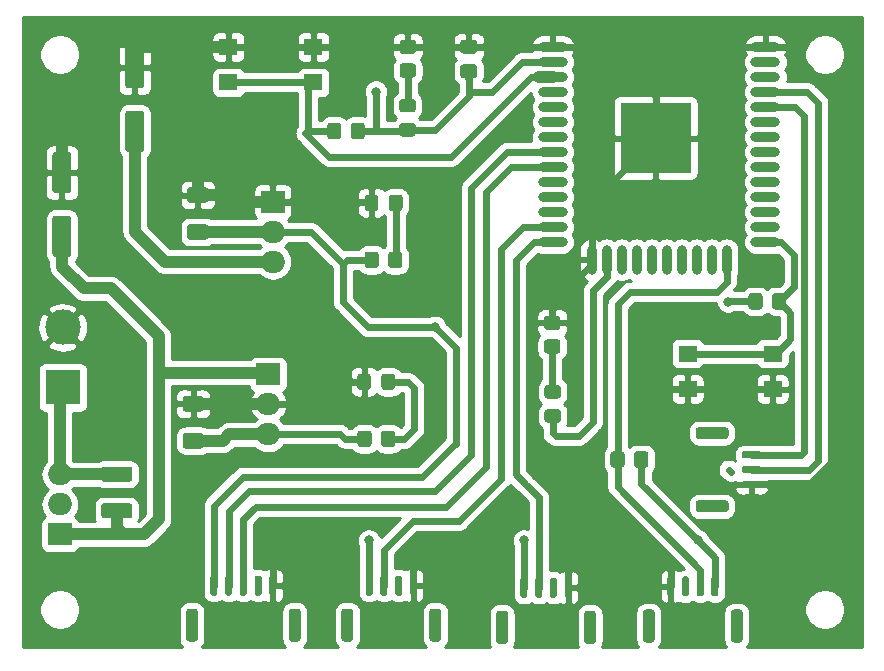
<source format=gbr>
%TF.GenerationSoftware,KiCad,Pcbnew,(5.1.12)-1*%
%TF.CreationDate,2022-01-20T11:45:25-05:00*%
%TF.ProjectId,PCB-ESP32S,5043422d-4553-4503-9332-532e6b696361,rev?*%
%TF.SameCoordinates,Original*%
%TF.FileFunction,Copper,L1,Top*%
%TF.FilePolarity,Positive*%
%FSLAX46Y46*%
G04 Gerber Fmt 4.6, Leading zero omitted, Abs format (unit mm)*
G04 Created by KiCad (PCBNEW (5.1.12)-1) date 2022-01-20 11:45:25*
%MOMM*%
%LPD*%
G01*
G04 APERTURE LIST*
%TA.AperFunction,ComponentPad*%
%ADD10O,2.000000X1.905000*%
%TD*%
%TA.AperFunction,ComponentPad*%
%ADD11R,2.000000X1.905000*%
%TD*%
%TA.AperFunction,SMDPad,CuDef*%
%ADD12R,1.600000X1.400000*%
%TD*%
%TA.AperFunction,ComponentPad*%
%ADD13C,3.000000*%
%TD*%
%TA.AperFunction,ComponentPad*%
%ADD14R,3.000000X3.000000*%
%TD*%
%TA.AperFunction,SMDPad,CuDef*%
%ADD15R,6.000000X6.000000*%
%TD*%
%TA.AperFunction,SMDPad,CuDef*%
%ADD16O,2.500000X0.900000*%
%TD*%
%TA.AperFunction,SMDPad,CuDef*%
%ADD17O,0.900000X2.500000*%
%TD*%
%TA.AperFunction,ViaPad*%
%ADD18C,0.800000*%
%TD*%
%TA.AperFunction,Conductor*%
%ADD19C,0.600000*%
%TD*%
%TA.AperFunction,Conductor*%
%ADD20C,1.000000*%
%TD*%
%TA.AperFunction,Conductor*%
%ADD21C,0.254000*%
%TD*%
%TA.AperFunction,Conductor*%
%ADD22C,0.100000*%
%TD*%
G04 APERTURE END LIST*
%TO.P,R5,2*%
%TO.N,Net-(C2-Pad1)*%
%TA.AperFunction,SMDPad,CuDef*%
G36*
G01*
X177741000Y-116724000D02*
X179891000Y-116724000D01*
G75*
G02*
X180141000Y-116974000I0J-250000D01*
G01*
X180141000Y-117774000D01*
G75*
G02*
X179891000Y-118024000I-250000J0D01*
G01*
X177741000Y-118024000D01*
G75*
G02*
X177491000Y-117774000I0J250000D01*
G01*
X177491000Y-116974000D01*
G75*
G02*
X177741000Y-116724000I250000J0D01*
G01*
G37*
%TD.AperFunction*%
%TO.P,R5,1*%
%TO.N,/Sheet61A8C81E/12v*%
%TA.AperFunction,SMDPad,CuDef*%
G36*
G01*
X177741000Y-113624000D02*
X179891000Y-113624000D01*
G75*
G02*
X180141000Y-113874000I0J-250000D01*
G01*
X180141000Y-114674000D01*
G75*
G02*
X179891000Y-114924000I-250000J0D01*
G01*
X177741000Y-114924000D01*
G75*
G02*
X177491000Y-114674000I0J250000D01*
G01*
X177491000Y-113874000D01*
G75*
G02*
X177741000Y-113624000I250000J0D01*
G01*
G37*
%TD.AperFunction*%
%TD*%
%TO.P,TH1,MP*%
%TO.N,N/C*%
%TA.AperFunction,SMDPad,CuDef*%
G36*
G01*
X224359000Y-125980000D02*
X224359000Y-128280000D01*
G75*
G02*
X224109000Y-128530000I-250000J0D01*
G01*
X223609000Y-128530000D01*
G75*
G02*
X223359000Y-128280000I0J250000D01*
G01*
X223359000Y-125980000D01*
G75*
G02*
X223609000Y-125730000I250000J0D01*
G01*
X224109000Y-125730000D01*
G75*
G02*
X224359000Y-125980000I0J-250000D01*
G01*
G37*
%TD.AperFunction*%
%TA.AperFunction,SMDPad,CuDef*%
G36*
G01*
X231809000Y-125980000D02*
X231809000Y-128280000D01*
G75*
G02*
X231559000Y-128530000I-250000J0D01*
G01*
X231059000Y-128530000D01*
G75*
G02*
X230809000Y-128280000I0J250000D01*
G01*
X230809000Y-125980000D01*
G75*
G02*
X231059000Y-125730000I250000J0D01*
G01*
X231559000Y-125730000D01*
G75*
G02*
X231809000Y-125980000I0J-250000D01*
G01*
G37*
%TD.AperFunction*%
%TO.P,TH1,4*%
%TO.N,GND*%
%TA.AperFunction,SMDPad,CuDef*%
G36*
G01*
X226009000Y-123080000D02*
X226009000Y-124480000D01*
G75*
G02*
X225859000Y-124630000I-150000J0D01*
G01*
X225559000Y-124630000D01*
G75*
G02*
X225409000Y-124480000I0J150000D01*
G01*
X225409000Y-123080000D01*
G75*
G02*
X225559000Y-122930000I150000J0D01*
G01*
X225859000Y-122930000D01*
G75*
G02*
X226009000Y-123080000I0J-150000D01*
G01*
G37*
%TD.AperFunction*%
%TO.P,TH1,3*%
%TO.N,N/C*%
%TA.AperFunction,SMDPad,CuDef*%
G36*
G01*
X227259000Y-123080000D02*
X227259000Y-124480000D01*
G75*
G02*
X227109000Y-124630000I-150000J0D01*
G01*
X226809000Y-124630000D01*
G75*
G02*
X226659000Y-124480000I0J150000D01*
G01*
X226659000Y-123080000D01*
G75*
G02*
X226809000Y-122930000I150000J0D01*
G01*
X227109000Y-122930000D01*
G75*
G02*
X227259000Y-123080000I0J-150000D01*
G01*
G37*
%TD.AperFunction*%
%TO.P,TH1,2*%
%TO.N,IO2*%
%TA.AperFunction,SMDPad,CuDef*%
G36*
G01*
X228509000Y-123080000D02*
X228509000Y-124480000D01*
G75*
G02*
X228359000Y-124630000I-150000J0D01*
G01*
X228059000Y-124630000D01*
G75*
G02*
X227909000Y-124480000I0J150000D01*
G01*
X227909000Y-123080000D01*
G75*
G02*
X228059000Y-122930000I150000J0D01*
G01*
X228359000Y-122930000D01*
G75*
G02*
X228509000Y-123080000I0J-150000D01*
G01*
G37*
%TD.AperFunction*%
%TO.P,TH1,1*%
%TO.N,+5V*%
%TA.AperFunction,SMDPad,CuDef*%
G36*
G01*
X229759000Y-123080000D02*
X229759000Y-124480000D01*
G75*
G02*
X229609000Y-124630000I-150000J0D01*
G01*
X229309000Y-124630000D01*
G75*
G02*
X229159000Y-124480000I0J150000D01*
G01*
X229159000Y-123080000D01*
G75*
G02*
X229309000Y-122930000I150000J0D01*
G01*
X229609000Y-122930000D01*
G75*
G02*
X229759000Y-123080000I0J-150000D01*
G01*
G37*
%TD.AperFunction*%
%TD*%
%TO.P,J1,MP*%
%TO.N,N/C*%
%TA.AperFunction,SMDPad,CuDef*%
G36*
G01*
X230369300Y-111293600D02*
X228069300Y-111293600D01*
G75*
G02*
X227819300Y-111043600I0J250000D01*
G01*
X227819300Y-110543600D01*
G75*
G02*
X228069300Y-110293600I250000J0D01*
G01*
X230369300Y-110293600D01*
G75*
G02*
X230619300Y-110543600I0J-250000D01*
G01*
X230619300Y-111043600D01*
G75*
G02*
X230369300Y-111293600I-250000J0D01*
G01*
G37*
%TD.AperFunction*%
%TA.AperFunction,SMDPad,CuDef*%
G36*
G01*
X230369300Y-117493600D02*
X228069300Y-117493600D01*
G75*
G02*
X227819300Y-117243600I0J250000D01*
G01*
X227819300Y-116743600D01*
G75*
G02*
X228069300Y-116493600I250000J0D01*
G01*
X230369300Y-116493600D01*
G75*
G02*
X230619300Y-116743600I0J-250000D01*
G01*
X230619300Y-117243600D01*
G75*
G02*
X230369300Y-117493600I-250000J0D01*
G01*
G37*
%TD.AperFunction*%
%TO.P,J1,3*%
%TO.N,Net-(J1-Pad3)*%
%TA.AperFunction,SMDPad,CuDef*%
G36*
G01*
X233269300Y-112943600D02*
X231869300Y-112943600D01*
G75*
G02*
X231719300Y-112793600I0J150000D01*
G01*
X231719300Y-112493600D01*
G75*
G02*
X231869300Y-112343600I150000J0D01*
G01*
X233269300Y-112343600D01*
G75*
G02*
X233419300Y-112493600I0J-150000D01*
G01*
X233419300Y-112793600D01*
G75*
G02*
X233269300Y-112943600I-150000J0D01*
G01*
G37*
%TD.AperFunction*%
%TO.P,J1,2*%
%TO.N,Net-(J1-Pad2)*%
%TA.AperFunction,SMDPad,CuDef*%
G36*
G01*
X233269300Y-114193600D02*
X231869300Y-114193600D01*
G75*
G02*
X231719300Y-114043600I0J150000D01*
G01*
X231719300Y-113743600D01*
G75*
G02*
X231869300Y-113593600I150000J0D01*
G01*
X233269300Y-113593600D01*
G75*
G02*
X233419300Y-113743600I0J-150000D01*
G01*
X233419300Y-114043600D01*
G75*
G02*
X233269300Y-114193600I-150000J0D01*
G01*
G37*
%TD.AperFunction*%
%TO.P,J1,1*%
%TO.N,GND*%
%TA.AperFunction,SMDPad,CuDef*%
G36*
G01*
X233269300Y-115443600D02*
X231869300Y-115443600D01*
G75*
G02*
X231719300Y-115293600I0J150000D01*
G01*
X231719300Y-114993600D01*
G75*
G02*
X231869300Y-114843600I150000J0D01*
G01*
X233269300Y-114843600D01*
G75*
G02*
X233419300Y-114993600I0J-150000D01*
G01*
X233419300Y-115293600D01*
G75*
G02*
X233269300Y-115443600I-150000J0D01*
G01*
G37*
%TD.AperFunction*%
%TD*%
%TO.P,J3,MP*%
%TO.N,N/C*%
%TA.AperFunction,SMDPad,CuDef*%
G36*
G01*
X185684800Y-125903800D02*
X185684800Y-128203800D01*
G75*
G02*
X185434800Y-128453800I-250000J0D01*
G01*
X184934800Y-128453800D01*
G75*
G02*
X184684800Y-128203800I0J250000D01*
G01*
X184684800Y-125903800D01*
G75*
G02*
X184934800Y-125653800I250000J0D01*
G01*
X185434800Y-125653800D01*
G75*
G02*
X185684800Y-125903800I0J-250000D01*
G01*
G37*
%TD.AperFunction*%
%TA.AperFunction,SMDPad,CuDef*%
G36*
G01*
X194384800Y-125903800D02*
X194384800Y-128203800D01*
G75*
G02*
X194134800Y-128453800I-250000J0D01*
G01*
X193634800Y-128453800D01*
G75*
G02*
X193384800Y-128203800I0J250000D01*
G01*
X193384800Y-125903800D01*
G75*
G02*
X193634800Y-125653800I250000J0D01*
G01*
X194134800Y-125653800D01*
G75*
G02*
X194384800Y-125903800I0J-250000D01*
G01*
G37*
%TD.AperFunction*%
%TO.P,J3,5*%
%TO.N,+3V3*%
%TA.AperFunction,SMDPad,CuDef*%
G36*
G01*
X187334800Y-123003800D02*
X187334800Y-124403800D01*
G75*
G02*
X187184800Y-124553800I-150000J0D01*
G01*
X186884800Y-124553800D01*
G75*
G02*
X186734800Y-124403800I0J150000D01*
G01*
X186734800Y-123003800D01*
G75*
G02*
X186884800Y-122853800I150000J0D01*
G01*
X187184800Y-122853800D01*
G75*
G02*
X187334800Y-123003800I0J-150000D01*
G01*
G37*
%TD.AperFunction*%
%TO.P,J3,4*%
%TO.N,IO32*%
%TA.AperFunction,SMDPad,CuDef*%
G36*
G01*
X188584800Y-123003800D02*
X188584800Y-124403800D01*
G75*
G02*
X188434800Y-124553800I-150000J0D01*
G01*
X188134800Y-124553800D01*
G75*
G02*
X187984800Y-124403800I0J150000D01*
G01*
X187984800Y-123003800D01*
G75*
G02*
X188134800Y-122853800I150000J0D01*
G01*
X188434800Y-122853800D01*
G75*
G02*
X188584800Y-123003800I0J-150000D01*
G01*
G37*
%TD.AperFunction*%
%TO.P,J3,3*%
%TO.N,IO33*%
%TA.AperFunction,SMDPad,CuDef*%
G36*
G01*
X189834800Y-123003800D02*
X189834800Y-124403800D01*
G75*
G02*
X189684800Y-124553800I-150000J0D01*
G01*
X189384800Y-124553800D01*
G75*
G02*
X189234800Y-124403800I0J150000D01*
G01*
X189234800Y-123003800D01*
G75*
G02*
X189384800Y-122853800I150000J0D01*
G01*
X189684800Y-122853800D01*
G75*
G02*
X189834800Y-123003800I0J-150000D01*
G01*
G37*
%TD.AperFunction*%
%TO.P,J3,2*%
%TO.N,N/C*%
%TA.AperFunction,SMDPad,CuDef*%
G36*
G01*
X191084800Y-123003800D02*
X191084800Y-124403800D01*
G75*
G02*
X190934800Y-124553800I-150000J0D01*
G01*
X190634800Y-124553800D01*
G75*
G02*
X190484800Y-124403800I0J150000D01*
G01*
X190484800Y-123003800D01*
G75*
G02*
X190634800Y-122853800I150000J0D01*
G01*
X190934800Y-122853800D01*
G75*
G02*
X191084800Y-123003800I0J-150000D01*
G01*
G37*
%TD.AperFunction*%
%TO.P,J3,1*%
%TO.N,GND*%
%TA.AperFunction,SMDPad,CuDef*%
G36*
G01*
X192334800Y-123003800D02*
X192334800Y-124403800D01*
G75*
G02*
X192184800Y-124553800I-150000J0D01*
G01*
X191884800Y-124553800D01*
G75*
G02*
X191734800Y-124403800I0J150000D01*
G01*
X191734800Y-123003800D01*
G75*
G02*
X191884800Y-122853800I150000J0D01*
G01*
X192184800Y-122853800D01*
G75*
G02*
X192334800Y-123003800I0J-150000D01*
G01*
G37*
%TD.AperFunction*%
%TD*%
D10*
%TO.P,U3,3*%
%TO.N,+5V*%
X192024000Y-96291400D03*
%TO.P,U3,2*%
%TO.N,+3V3*%
X192024000Y-93751400D03*
D11*
%TO.P,U3,1*%
%TO.N,GND*%
X192024000Y-91211400D03*
%TD*%
D12*
%TO.P,SW2,2*%
%TO.N,GND*%
X227146300Y-107062400D03*
X234346300Y-107062400D03*
%TO.P,SW2,1*%
%TO.N,Net-(R3-Pad2)*%
X227146300Y-104062400D03*
X234346300Y-104062400D03*
%TD*%
%TO.P,SW1,2*%
%TO.N,Net-(R1-Pad2)*%
X188271600Y-81103600D03*
X195471600Y-81103600D03*
%TO.P,SW1,1*%
%TO.N,GND*%
X188271600Y-78103600D03*
X195471600Y-78103600D03*
%TD*%
%TO.P,R8,2*%
%TO.N,IO2*%
%TA.AperFunction,SMDPad,CuDef*%
G36*
G01*
X221811900Y-112579999D02*
X221811900Y-113480001D01*
G75*
G02*
X221561901Y-113730000I-249999J0D01*
G01*
X220861899Y-113730000D01*
G75*
G02*
X220611900Y-113480001I0J249999D01*
G01*
X220611900Y-112579999D01*
G75*
G02*
X220861899Y-112330000I249999J0D01*
G01*
X221561901Y-112330000D01*
G75*
G02*
X221811900Y-112579999I0J-249999D01*
G01*
G37*
%TD.AperFunction*%
%TO.P,R8,1*%
%TO.N,+5V*%
%TA.AperFunction,SMDPad,CuDef*%
G36*
G01*
X223811900Y-112579999D02*
X223811900Y-113480001D01*
G75*
G02*
X223561901Y-113730000I-249999J0D01*
G01*
X222861899Y-113730000D01*
G75*
G02*
X222611900Y-113480001I0J249999D01*
G01*
X222611900Y-112579999D01*
G75*
G02*
X222861899Y-112330000I249999J0D01*
G01*
X223561901Y-112330000D01*
G75*
G02*
X223811900Y-112579999I0J-249999D01*
G01*
G37*
%TD.AperFunction*%
%TD*%
D10*
%TO.P,Q1,3*%
%TO.N,/Sheet61A8C81E/12v*%
X173990000Y-114300000D03*
%TO.P,Q1,2*%
%TO.N,+5V*%
X173990000Y-116840000D03*
D11*
%TO.P,Q1,1*%
%TO.N,Net-(C2-Pad1)*%
X173990000Y-119380000D03*
%TD*%
%TO.P,Cdes1,2*%
%TO.N,GND*%
%TA.AperFunction,SMDPad,CuDef*%
G36*
G01*
X209085200Y-78671000D02*
X208135200Y-78671000D01*
G75*
G02*
X207885200Y-78421000I0J250000D01*
G01*
X207885200Y-77746000D01*
G75*
G02*
X208135200Y-77496000I250000J0D01*
G01*
X209085200Y-77496000D01*
G75*
G02*
X209335200Y-77746000I0J-250000D01*
G01*
X209335200Y-78421000D01*
G75*
G02*
X209085200Y-78671000I-250000J0D01*
G01*
G37*
%TD.AperFunction*%
%TO.P,Cdes1,1*%
%TO.N,+3V3*%
%TA.AperFunction,SMDPad,CuDef*%
G36*
G01*
X209085200Y-80746000D02*
X208135200Y-80746000D01*
G75*
G02*
X207885200Y-80496000I0J250000D01*
G01*
X207885200Y-79821000D01*
G75*
G02*
X208135200Y-79571000I250000J0D01*
G01*
X209085200Y-79571000D01*
G75*
G02*
X209335200Y-79821000I0J-250000D01*
G01*
X209335200Y-80496000D01*
G75*
G02*
X209085200Y-80746000I-250000J0D01*
G01*
G37*
%TD.AperFunction*%
%TD*%
%TO.P,C2,2*%
%TO.N,GND*%
%TA.AperFunction,SMDPad,CuDef*%
G36*
G01*
X174717800Y-90490000D02*
X173617800Y-90490000D01*
G75*
G02*
X173367800Y-90240000I0J250000D01*
G01*
X173367800Y-87240000D01*
G75*
G02*
X173617800Y-86990000I250000J0D01*
G01*
X174717800Y-86990000D01*
G75*
G02*
X174967800Y-87240000I0J-250000D01*
G01*
X174967800Y-90240000D01*
G75*
G02*
X174717800Y-90490000I-250000J0D01*
G01*
G37*
%TD.AperFunction*%
%TO.P,C2,1*%
%TO.N,Net-(C2-Pad1)*%
%TA.AperFunction,SMDPad,CuDef*%
G36*
G01*
X174717800Y-95890000D02*
X173617800Y-95890000D01*
G75*
G02*
X173367800Y-95640000I0J250000D01*
G01*
X173367800Y-92640000D01*
G75*
G02*
X173617800Y-92390000I250000J0D01*
G01*
X174717800Y-92390000D01*
G75*
G02*
X174967800Y-92640000I0J-250000D01*
G01*
X174967800Y-95640000D01*
G75*
G02*
X174717800Y-95890000I-250000J0D01*
G01*
G37*
%TD.AperFunction*%
%TD*%
%TO.P,J5,MP*%
%TO.N,N/C*%
%TA.AperFunction,SMDPad,CuDef*%
G36*
G01*
X211938400Y-126081600D02*
X211938400Y-128381600D01*
G75*
G02*
X211688400Y-128631600I-250000J0D01*
G01*
X211188400Y-128631600D01*
G75*
G02*
X210938400Y-128381600I0J250000D01*
G01*
X210938400Y-126081600D01*
G75*
G02*
X211188400Y-125831600I250000J0D01*
G01*
X211688400Y-125831600D01*
G75*
G02*
X211938400Y-126081600I0J-250000D01*
G01*
G37*
%TD.AperFunction*%
%TA.AperFunction,SMDPad,CuDef*%
G36*
G01*
X219388400Y-126081600D02*
X219388400Y-128381600D01*
G75*
G02*
X219138400Y-128631600I-250000J0D01*
G01*
X218638400Y-128631600D01*
G75*
G02*
X218388400Y-128381600I0J250000D01*
G01*
X218388400Y-126081600D01*
G75*
G02*
X218638400Y-125831600I250000J0D01*
G01*
X219138400Y-125831600D01*
G75*
G02*
X219388400Y-126081600I0J-250000D01*
G01*
G37*
%TD.AperFunction*%
%TO.P,J5,4*%
%TO.N,+5V*%
%TA.AperFunction,SMDPad,CuDef*%
G36*
G01*
X213588400Y-123181600D02*
X213588400Y-124581600D01*
G75*
G02*
X213438400Y-124731600I-150000J0D01*
G01*
X213138400Y-124731600D01*
G75*
G02*
X212988400Y-124581600I0J150000D01*
G01*
X212988400Y-123181600D01*
G75*
G02*
X213138400Y-123031600I150000J0D01*
G01*
X213438400Y-123031600D01*
G75*
G02*
X213588400Y-123181600I0J-150000D01*
G01*
G37*
%TD.AperFunction*%
%TO.P,J5,3*%
%TO.N,IO12*%
%TA.AperFunction,SMDPad,CuDef*%
G36*
G01*
X214838400Y-123181600D02*
X214838400Y-124581600D01*
G75*
G02*
X214688400Y-124731600I-150000J0D01*
G01*
X214388400Y-124731600D01*
G75*
G02*
X214238400Y-124581600I0J150000D01*
G01*
X214238400Y-123181600D01*
G75*
G02*
X214388400Y-123031600I150000J0D01*
G01*
X214688400Y-123031600D01*
G75*
G02*
X214838400Y-123181600I0J-150000D01*
G01*
G37*
%TD.AperFunction*%
%TO.P,J5,2*%
%TO.N,N/C*%
%TA.AperFunction,SMDPad,CuDef*%
G36*
G01*
X216088400Y-123181600D02*
X216088400Y-124581600D01*
G75*
G02*
X215938400Y-124731600I-150000J0D01*
G01*
X215638400Y-124731600D01*
G75*
G02*
X215488400Y-124581600I0J150000D01*
G01*
X215488400Y-123181600D01*
G75*
G02*
X215638400Y-123031600I150000J0D01*
G01*
X215938400Y-123031600D01*
G75*
G02*
X216088400Y-123181600I0J-150000D01*
G01*
G37*
%TD.AperFunction*%
%TO.P,J5,1*%
%TO.N,GND*%
%TA.AperFunction,SMDPad,CuDef*%
G36*
G01*
X217338400Y-123181600D02*
X217338400Y-124581600D01*
G75*
G02*
X217188400Y-124731600I-150000J0D01*
G01*
X216888400Y-124731600D01*
G75*
G02*
X216738400Y-124581600I0J150000D01*
G01*
X216738400Y-123181600D01*
G75*
G02*
X216888400Y-123031600I150000J0D01*
G01*
X217188400Y-123031600D01*
G75*
G02*
X217338400Y-123181600I0J-150000D01*
G01*
G37*
%TD.AperFunction*%
%TD*%
%TO.P,J4,MP*%
%TO.N,N/C*%
%TA.AperFunction,SMDPad,CuDef*%
G36*
G01*
X198832000Y-125903800D02*
X198832000Y-128203800D01*
G75*
G02*
X198582000Y-128453800I-250000J0D01*
G01*
X198082000Y-128453800D01*
G75*
G02*
X197832000Y-128203800I0J250000D01*
G01*
X197832000Y-125903800D01*
G75*
G02*
X198082000Y-125653800I250000J0D01*
G01*
X198582000Y-125653800D01*
G75*
G02*
X198832000Y-125903800I0J-250000D01*
G01*
G37*
%TD.AperFunction*%
%TA.AperFunction,SMDPad,CuDef*%
G36*
G01*
X206282000Y-125903800D02*
X206282000Y-128203800D01*
G75*
G02*
X206032000Y-128453800I-250000J0D01*
G01*
X205532000Y-128453800D01*
G75*
G02*
X205282000Y-128203800I0J250000D01*
G01*
X205282000Y-125903800D01*
G75*
G02*
X205532000Y-125653800I250000J0D01*
G01*
X206032000Y-125653800D01*
G75*
G02*
X206282000Y-125903800I0J-250000D01*
G01*
G37*
%TD.AperFunction*%
%TO.P,J4,4*%
%TO.N,+5V*%
%TA.AperFunction,SMDPad,CuDef*%
G36*
G01*
X200482000Y-123003800D02*
X200482000Y-124403800D01*
G75*
G02*
X200332000Y-124553800I-150000J0D01*
G01*
X200032000Y-124553800D01*
G75*
G02*
X199882000Y-124403800I0J150000D01*
G01*
X199882000Y-123003800D01*
G75*
G02*
X200032000Y-122853800I150000J0D01*
G01*
X200332000Y-122853800D01*
G75*
G02*
X200482000Y-123003800I0J-150000D01*
G01*
G37*
%TD.AperFunction*%
%TO.P,J4,3*%
%TO.N,IO14*%
%TA.AperFunction,SMDPad,CuDef*%
G36*
G01*
X201732000Y-123003800D02*
X201732000Y-124403800D01*
G75*
G02*
X201582000Y-124553800I-150000J0D01*
G01*
X201282000Y-124553800D01*
G75*
G02*
X201132000Y-124403800I0J150000D01*
G01*
X201132000Y-123003800D01*
G75*
G02*
X201282000Y-122853800I150000J0D01*
G01*
X201582000Y-122853800D01*
G75*
G02*
X201732000Y-123003800I0J-150000D01*
G01*
G37*
%TD.AperFunction*%
%TO.P,J4,2*%
%TO.N,N/C*%
%TA.AperFunction,SMDPad,CuDef*%
G36*
G01*
X202982000Y-123003800D02*
X202982000Y-124403800D01*
G75*
G02*
X202832000Y-124553800I-150000J0D01*
G01*
X202532000Y-124553800D01*
G75*
G02*
X202382000Y-124403800I0J150000D01*
G01*
X202382000Y-123003800D01*
G75*
G02*
X202532000Y-122853800I150000J0D01*
G01*
X202832000Y-122853800D01*
G75*
G02*
X202982000Y-123003800I0J-150000D01*
G01*
G37*
%TD.AperFunction*%
%TO.P,J4,1*%
%TO.N,GND*%
%TA.AperFunction,SMDPad,CuDef*%
G36*
G01*
X204232000Y-123003800D02*
X204232000Y-124403800D01*
G75*
G02*
X204082000Y-124553800I-150000J0D01*
G01*
X203782000Y-124553800D01*
G75*
G02*
X203632000Y-124403800I0J150000D01*
G01*
X203632000Y-123003800D01*
G75*
G02*
X203782000Y-122853800I150000J0D01*
G01*
X204082000Y-122853800D01*
G75*
G02*
X204232000Y-123003800I0J-150000D01*
G01*
G37*
%TD.AperFunction*%
%TD*%
D13*
%TO.P,J2,2*%
%TO.N,GND*%
X174244000Y-101854000D03*
D14*
%TO.P,J2,1*%
%TO.N,/Sheet61A8C81E/12v*%
X174244000Y-106934000D03*
%TD*%
%TO.P,D2,2*%
%TO.N,Net-(D2-Pad2)*%
%TA.AperFunction,SMDPad,CuDef*%
G36*
G01*
X216172201Y-107868300D02*
X215272199Y-107868300D01*
G75*
G02*
X215022200Y-107618301I0J249999D01*
G01*
X215022200Y-106968299D01*
G75*
G02*
X215272199Y-106718300I249999J0D01*
G01*
X216172201Y-106718300D01*
G75*
G02*
X216422200Y-106968299I0J-249999D01*
G01*
X216422200Y-107618301D01*
G75*
G02*
X216172201Y-107868300I-249999J0D01*
G01*
G37*
%TD.AperFunction*%
%TO.P,D2,1*%
%TO.N,Net-(D2-Pad1)*%
%TA.AperFunction,SMDPad,CuDef*%
G36*
G01*
X216172201Y-109918300D02*
X215272199Y-109918300D01*
G75*
G02*
X215022200Y-109668301I0J249999D01*
G01*
X215022200Y-109018299D01*
G75*
G02*
X215272199Y-108768300I249999J0D01*
G01*
X216172201Y-108768300D01*
G75*
G02*
X216422200Y-109018299I0J-249999D01*
G01*
X216422200Y-109668301D01*
G75*
G02*
X216172201Y-109918300I-249999J0D01*
G01*
G37*
%TD.AperFunction*%
%TD*%
%TO.P,D1,1*%
%TO.N,+3V3*%
%TA.AperFunction,SMDPad,CuDef*%
G36*
G01*
X203878601Y-85699400D02*
X202978599Y-85699400D01*
G75*
G02*
X202728600Y-85449401I0J249999D01*
G01*
X202728600Y-84799399D01*
G75*
G02*
X202978599Y-84549400I249999J0D01*
G01*
X203878601Y-84549400D01*
G75*
G02*
X204128600Y-84799399I0J-249999D01*
G01*
X204128600Y-85449401D01*
G75*
G02*
X203878601Y-85699400I-249999J0D01*
G01*
G37*
%TD.AperFunction*%
%TO.P,D1,2*%
%TO.N,Net-(D1-Pad2)*%
%TA.AperFunction,SMDPad,CuDef*%
G36*
G01*
X203878601Y-83649400D02*
X202978599Y-83649400D01*
G75*
G02*
X202728600Y-83399401I0J249999D01*
G01*
X202728600Y-82749399D01*
G75*
G02*
X202978599Y-82499400I249999J0D01*
G01*
X203878601Y-82499400D01*
G75*
G02*
X204128600Y-82749399I0J-249999D01*
G01*
X204128600Y-83399401D01*
G75*
G02*
X203878601Y-83649400I-249999J0D01*
G01*
G37*
%TD.AperFunction*%
%TD*%
%TO.P,D3,2*%
%TO.N,Net-(D3-Pad2)*%
%TA.AperFunction,SMDPad,CuDef*%
G36*
G01*
X201228000Y-106901401D02*
X201228000Y-106001399D01*
G75*
G02*
X201477999Y-105751400I249999J0D01*
G01*
X202128001Y-105751400D01*
G75*
G02*
X202378000Y-106001399I0J-249999D01*
G01*
X202378000Y-106901401D01*
G75*
G02*
X202128001Y-107151400I-249999J0D01*
G01*
X201477999Y-107151400D01*
G75*
G02*
X201228000Y-106901401I0J249999D01*
G01*
G37*
%TD.AperFunction*%
%TO.P,D3,1*%
%TO.N,GND*%
%TA.AperFunction,SMDPad,CuDef*%
G36*
G01*
X199178000Y-106901401D02*
X199178000Y-106001399D01*
G75*
G02*
X199427999Y-105751400I249999J0D01*
G01*
X200078001Y-105751400D01*
G75*
G02*
X200328000Y-106001399I0J-249999D01*
G01*
X200328000Y-106901401D01*
G75*
G02*
X200078001Y-107151400I-249999J0D01*
G01*
X199427999Y-107151400D01*
G75*
G02*
X199178000Y-106901401I0J249999D01*
G01*
G37*
%TD.AperFunction*%
%TD*%
%TO.P,C5,2*%
%TO.N,GND*%
%TA.AperFunction,SMDPad,CuDef*%
G36*
G01*
X186324001Y-91302000D02*
X185023999Y-91302000D01*
G75*
G02*
X184774000Y-91052001I0J249999D01*
G01*
X184774000Y-90226999D01*
G75*
G02*
X185023999Y-89977000I249999J0D01*
G01*
X186324001Y-89977000D01*
G75*
G02*
X186574000Y-90226999I0J-249999D01*
G01*
X186574000Y-91052001D01*
G75*
G02*
X186324001Y-91302000I-249999J0D01*
G01*
G37*
%TD.AperFunction*%
%TO.P,C5,1*%
%TO.N,+3V3*%
%TA.AperFunction,SMDPad,CuDef*%
G36*
G01*
X186324001Y-94427000D02*
X185023999Y-94427000D01*
G75*
G02*
X184774000Y-94177001I0J249999D01*
G01*
X184774000Y-93351999D01*
G75*
G02*
X185023999Y-93102000I249999J0D01*
G01*
X186324001Y-93102000D01*
G75*
G02*
X186574000Y-93351999I0J-249999D01*
G01*
X186574000Y-94177001D01*
G75*
G02*
X186324001Y-94427000I-249999J0D01*
G01*
G37*
%TD.AperFunction*%
%TD*%
%TO.P,C3,2*%
%TO.N,GND*%
%TA.AperFunction,SMDPad,CuDef*%
G36*
G01*
X180890000Y-81600000D02*
X179790000Y-81600000D01*
G75*
G02*
X179540000Y-81350000I0J250000D01*
G01*
X179540000Y-78350000D01*
G75*
G02*
X179790000Y-78100000I250000J0D01*
G01*
X180890000Y-78100000D01*
G75*
G02*
X181140000Y-78350000I0J-250000D01*
G01*
X181140000Y-81350000D01*
G75*
G02*
X180890000Y-81600000I-250000J0D01*
G01*
G37*
%TD.AperFunction*%
%TO.P,C3,1*%
%TO.N,+5V*%
%TA.AperFunction,SMDPad,CuDef*%
G36*
G01*
X180890000Y-87000000D02*
X179790000Y-87000000D01*
G75*
G02*
X179540000Y-86750000I0J250000D01*
G01*
X179540000Y-83750000D01*
G75*
G02*
X179790000Y-83500000I250000J0D01*
G01*
X180890000Y-83500000D01*
G75*
G02*
X181140000Y-83750000I0J-250000D01*
G01*
X181140000Y-86750000D01*
G75*
G02*
X180890000Y-87000000I-250000J0D01*
G01*
G37*
%TD.AperFunction*%
%TD*%
%TO.P,C4,2*%
%TO.N,GND*%
%TA.AperFunction,SMDPad,CuDef*%
G36*
G01*
X185943001Y-108980400D02*
X184642999Y-108980400D01*
G75*
G02*
X184393000Y-108730401I0J249999D01*
G01*
X184393000Y-107905399D01*
G75*
G02*
X184642999Y-107655400I249999J0D01*
G01*
X185943001Y-107655400D01*
G75*
G02*
X186193000Y-107905399I0J-249999D01*
G01*
X186193000Y-108730401D01*
G75*
G02*
X185943001Y-108980400I-249999J0D01*
G01*
G37*
%TD.AperFunction*%
%TO.P,C4,1*%
%TO.N,+5V*%
%TA.AperFunction,SMDPad,CuDef*%
G36*
G01*
X185943001Y-112105400D02*
X184642999Y-112105400D01*
G75*
G02*
X184393000Y-111855401I0J249999D01*
G01*
X184393000Y-111030399D01*
G75*
G02*
X184642999Y-110780400I249999J0D01*
G01*
X185943001Y-110780400D01*
G75*
G02*
X186193000Y-111030399I0J-249999D01*
G01*
X186193000Y-111855401D01*
G75*
G02*
X185943001Y-112105400I-249999J0D01*
G01*
G37*
%TD.AperFunction*%
%TD*%
D10*
%TO.P,U2,3*%
%TO.N,+5V*%
X191643000Y-110896400D03*
%TO.P,U2,2*%
%TO.N,GND*%
X191643000Y-108356400D03*
D11*
%TO.P,U2,1*%
%TO.N,Net-(C2-Pad1)*%
X191643000Y-105816400D03*
%TD*%
%TO.P,R4,2*%
%TO.N,GND*%
%TA.AperFunction,SMDPad,CuDef*%
G36*
G01*
X216134101Y-102063600D02*
X215234099Y-102063600D01*
G75*
G02*
X214984100Y-101813601I0J249999D01*
G01*
X214984100Y-101113599D01*
G75*
G02*
X215234099Y-100863600I249999J0D01*
G01*
X216134101Y-100863600D01*
G75*
G02*
X216384100Y-101113599I0J-249999D01*
G01*
X216384100Y-101813601D01*
G75*
G02*
X216134101Y-102063600I-249999J0D01*
G01*
G37*
%TD.AperFunction*%
%TO.P,R4,1*%
%TO.N,Net-(D2-Pad2)*%
%TA.AperFunction,SMDPad,CuDef*%
G36*
G01*
X216134101Y-104063600D02*
X215234099Y-104063600D01*
G75*
G02*
X214984100Y-103813601I0J249999D01*
G01*
X214984100Y-103113599D01*
G75*
G02*
X215234099Y-102863600I249999J0D01*
G01*
X216134101Y-102863600D01*
G75*
G02*
X216384100Y-103113599I0J-249999D01*
G01*
X216384100Y-103813601D01*
G75*
G02*
X216134101Y-104063600I-249999J0D01*
G01*
G37*
%TD.AperFunction*%
%TD*%
%TO.P,R2,2*%
%TO.N,GND*%
%TA.AperFunction,SMDPad,CuDef*%
G36*
G01*
X203904001Y-78695600D02*
X203003999Y-78695600D01*
G75*
G02*
X202754000Y-78445601I0J249999D01*
G01*
X202754000Y-77745599D01*
G75*
G02*
X203003999Y-77495600I249999J0D01*
G01*
X203904001Y-77495600D01*
G75*
G02*
X204154000Y-77745599I0J-249999D01*
G01*
X204154000Y-78445601D01*
G75*
G02*
X203904001Y-78695600I-249999J0D01*
G01*
G37*
%TD.AperFunction*%
%TO.P,R2,1*%
%TO.N,Net-(D1-Pad2)*%
%TA.AperFunction,SMDPad,CuDef*%
G36*
G01*
X203904001Y-80695600D02*
X203003999Y-80695600D01*
G75*
G02*
X202754000Y-80445601I0J249999D01*
G01*
X202754000Y-79745599D01*
G75*
G02*
X203003999Y-79495600I249999J0D01*
G01*
X203904001Y-79495600D01*
G75*
G02*
X204154000Y-79745599I0J-249999D01*
G01*
X204154000Y-80445601D01*
G75*
G02*
X203904001Y-80695600I-249999J0D01*
G01*
G37*
%TD.AperFunction*%
%TD*%
%TO.P,R7,2*%
%TO.N,Net-(D4-Pad2)*%
%TA.AperFunction,SMDPad,CuDef*%
G36*
G01*
X201793300Y-96576301D02*
X201793300Y-95676299D01*
G75*
G02*
X202043299Y-95426300I249999J0D01*
G01*
X202743301Y-95426300D01*
G75*
G02*
X202993300Y-95676299I0J-249999D01*
G01*
X202993300Y-96576301D01*
G75*
G02*
X202743301Y-96826300I-249999J0D01*
G01*
X202043299Y-96826300D01*
G75*
G02*
X201793300Y-96576301I0J249999D01*
G01*
G37*
%TD.AperFunction*%
%TO.P,R7,1*%
%TO.N,+3V3*%
%TA.AperFunction,SMDPad,CuDef*%
G36*
G01*
X199793300Y-96576301D02*
X199793300Y-95676299D01*
G75*
G02*
X200043299Y-95426300I249999J0D01*
G01*
X200743301Y-95426300D01*
G75*
G02*
X200993300Y-95676299I0J-249999D01*
G01*
X200993300Y-96576301D01*
G75*
G02*
X200743301Y-96826300I-249999J0D01*
G01*
X200043299Y-96826300D01*
G75*
G02*
X199793300Y-96576301I0J249999D01*
G01*
G37*
%TD.AperFunction*%
%TD*%
%TO.P,R6,2*%
%TO.N,Net-(D3-Pad2)*%
%TA.AperFunction,SMDPad,CuDef*%
G36*
G01*
X201187000Y-111727401D02*
X201187000Y-110827399D01*
G75*
G02*
X201436999Y-110577400I249999J0D01*
G01*
X202137001Y-110577400D01*
G75*
G02*
X202387000Y-110827399I0J-249999D01*
G01*
X202387000Y-111727401D01*
G75*
G02*
X202137001Y-111977400I-249999J0D01*
G01*
X201436999Y-111977400D01*
G75*
G02*
X201187000Y-111727401I0J249999D01*
G01*
G37*
%TD.AperFunction*%
%TO.P,R6,1*%
%TO.N,+5V*%
%TA.AperFunction,SMDPad,CuDef*%
G36*
G01*
X199187000Y-111727401D02*
X199187000Y-110827399D01*
G75*
G02*
X199436999Y-110577400I249999J0D01*
G01*
X200137001Y-110577400D01*
G75*
G02*
X200387000Y-110827399I0J-249999D01*
G01*
X200387000Y-111727401D01*
G75*
G02*
X200137001Y-111977400I-249999J0D01*
G01*
X199436999Y-111977400D01*
G75*
G02*
X199187000Y-111727401I0J249999D01*
G01*
G37*
%TD.AperFunction*%
%TD*%
%TO.P,R3,2*%
%TO.N,Net-(R3-Pad2)*%
%TA.AperFunction,SMDPad,CuDef*%
G36*
G01*
X234295900Y-100094201D02*
X234295900Y-99194199D01*
G75*
G02*
X234545899Y-98944200I249999J0D01*
G01*
X235245901Y-98944200D01*
G75*
G02*
X235495900Y-99194199I0J-249999D01*
G01*
X235495900Y-100094201D01*
G75*
G02*
X235245901Y-100344200I-249999J0D01*
G01*
X234545899Y-100344200D01*
G75*
G02*
X234295900Y-100094201I0J249999D01*
G01*
G37*
%TD.AperFunction*%
%TO.P,R3,1*%
%TO.N,+3V3*%
%TA.AperFunction,SMDPad,CuDef*%
G36*
G01*
X232295900Y-100094201D02*
X232295900Y-99194199D01*
G75*
G02*
X232545899Y-98944200I249999J0D01*
G01*
X233245901Y-98944200D01*
G75*
G02*
X233495900Y-99194199I0J-249999D01*
G01*
X233495900Y-100094201D01*
G75*
G02*
X233245901Y-100344200I-249999J0D01*
G01*
X232545899Y-100344200D01*
G75*
G02*
X232295900Y-100094201I0J249999D01*
G01*
G37*
%TD.AperFunction*%
%TD*%
%TO.P,R1,2*%
%TO.N,Net-(R1-Pad2)*%
%TA.AperFunction,SMDPad,CuDef*%
G36*
G01*
X197821600Y-84766999D02*
X197821600Y-85667001D01*
G75*
G02*
X197571601Y-85917000I-249999J0D01*
G01*
X196871599Y-85917000D01*
G75*
G02*
X196621600Y-85667001I0J249999D01*
G01*
X196621600Y-84766999D01*
G75*
G02*
X196871599Y-84517000I249999J0D01*
G01*
X197571601Y-84517000D01*
G75*
G02*
X197821600Y-84766999I0J-249999D01*
G01*
G37*
%TD.AperFunction*%
%TO.P,R1,1*%
%TO.N,+3V3*%
%TA.AperFunction,SMDPad,CuDef*%
G36*
G01*
X199821600Y-84766999D02*
X199821600Y-85667001D01*
G75*
G02*
X199571601Y-85917000I-249999J0D01*
G01*
X198871599Y-85917000D01*
G75*
G02*
X198621600Y-85667001I0J249999D01*
G01*
X198621600Y-84766999D01*
G75*
G02*
X198871599Y-84517000I249999J0D01*
G01*
X199571601Y-84517000D01*
G75*
G02*
X199821600Y-84766999I0J-249999D01*
G01*
G37*
%TD.AperFunction*%
%TD*%
%TO.P,D4,2*%
%TO.N,Net-(D4-Pad2)*%
%TA.AperFunction,SMDPad,CuDef*%
G36*
G01*
X201859300Y-91750301D02*
X201859300Y-90850299D01*
G75*
G02*
X202109299Y-90600300I249999J0D01*
G01*
X202759301Y-90600300D01*
G75*
G02*
X203009300Y-90850299I0J-249999D01*
G01*
X203009300Y-91750301D01*
G75*
G02*
X202759301Y-92000300I-249999J0D01*
G01*
X202109299Y-92000300D01*
G75*
G02*
X201859300Y-91750301I0J249999D01*
G01*
G37*
%TD.AperFunction*%
%TO.P,D4,1*%
%TO.N,GND*%
%TA.AperFunction,SMDPad,CuDef*%
G36*
G01*
X199809300Y-91750301D02*
X199809300Y-90850299D01*
G75*
G02*
X200059299Y-90600300I249999J0D01*
G01*
X200709301Y-90600300D01*
G75*
G02*
X200959300Y-90850299I0J-249999D01*
G01*
X200959300Y-91750301D01*
G75*
G02*
X200709301Y-92000300I-249999J0D01*
G01*
X200059299Y-92000300D01*
G75*
G02*
X199809300Y-91750301I0J249999D01*
G01*
G37*
%TD.AperFunction*%
%TD*%
D15*
%TO.P,U1,39*%
%TO.N,GND*%
X224437434Y-85812662D03*
D16*
%TO.P,U1,1*%
X215737434Y-78112662D03*
%TO.P,U1,2*%
%TO.N,+3V3*%
X215737434Y-79382662D03*
%TO.P,U1,3*%
%TO.N,Net-(R1-Pad2)*%
X215737434Y-80652662D03*
%TO.P,U1,4*%
%TO.N,N/C*%
X215737434Y-81922662D03*
%TO.P,U1,5*%
X215737434Y-83192662D03*
%TO.P,U1,6*%
X215737434Y-84462662D03*
%TO.P,U1,7*%
X215737434Y-85732662D03*
%TO.P,U1,8*%
%TO.N,IO32*%
X215737434Y-87002662D03*
%TO.P,U1,9*%
%TO.N,IO33*%
X215737434Y-88272662D03*
%TO.P,U1,10*%
%TO.N,N/C*%
X215737434Y-89542662D03*
%TO.P,U1,11*%
X215737434Y-90812662D03*
%TO.P,U1,12*%
X215737434Y-92082662D03*
%TO.P,U1,13*%
%TO.N,IO14*%
X215737434Y-93352662D03*
%TO.P,U1,14*%
%TO.N,IO12*%
X215737434Y-94622662D03*
D17*
%TO.P,U1,15*%
%TO.N,GND*%
X219022434Y-96112662D03*
%TO.P,U1,16*%
%TO.N,Net-(D2-Pad1)*%
X220292434Y-96112662D03*
%TO.P,U1,17*%
%TO.N,N/C*%
X221562434Y-96112662D03*
%TO.P,U1,18*%
X222832434Y-96112662D03*
%TO.P,U1,19*%
X224102434Y-96112662D03*
%TO.P,U1,20*%
X225372434Y-96112662D03*
%TO.P,U1,21*%
X226642434Y-96112662D03*
%TO.P,U1,22*%
X227912434Y-96112662D03*
%TO.P,U1,23*%
X229182434Y-96112662D03*
%TO.P,U1,24*%
%TO.N,IO2*%
X230452434Y-96112662D03*
D16*
%TO.P,U1,25*%
%TO.N,Net-(R3-Pad2)*%
X233737434Y-94622662D03*
%TO.P,U1,26*%
%TO.N,N/C*%
X233737434Y-93352662D03*
%TO.P,U1,27*%
X233737434Y-92082662D03*
%TO.P,U1,28*%
X233737434Y-90812662D03*
%TO.P,U1,29*%
X233737434Y-89542662D03*
%TO.P,U1,30*%
X233737434Y-88272662D03*
%TO.P,U1,31*%
X233737434Y-87002662D03*
%TO.P,U1,32*%
X233737434Y-85732662D03*
%TO.P,U1,33*%
X233737434Y-84462662D03*
%TO.P,U1,34*%
%TO.N,Net-(J1-Pad3)*%
X233737434Y-83192662D03*
%TO.P,U1,35*%
%TO.N,Net-(J1-Pad2)*%
X233737434Y-81922662D03*
%TO.P,U1,36*%
%TO.N,N/C*%
X233737434Y-80652662D03*
%TO.P,U1,37*%
X233737434Y-79382662D03*
%TO.P,U1,38*%
%TO.N,GND*%
X233737434Y-78112662D03*
%TD*%
D18*
%TO.N,+3V3*%
X200761600Y-81889600D03*
X205740000Y-101803200D03*
X230568500Y-99656900D03*
%TO.N,GND*%
X217043000Y-118618000D03*
X209829400Y-118618000D03*
X224459800Y-106997500D03*
X196900800Y-118618000D03*
%TO.N,+5V*%
X228015800Y-119888000D03*
X200164700Y-119888000D03*
X213283800Y-119888000D03*
%TD*%
D19*
%TO.N,*%
X230822500Y-114096800D02*
X230619300Y-113893600D01*
D20*
%TO.N,Net-(R1-Pad2)*%
X214581075Y-80652662D02*
X215737434Y-80652662D01*
D19*
X213887434Y-80652662D02*
X207113296Y-87426800D01*
X215737434Y-80652662D02*
X213887434Y-80652662D01*
X207113296Y-87426800D02*
X196824600Y-87426800D01*
X196824600Y-87426800D02*
X194792600Y-85394800D01*
X194970400Y-85217000D02*
X194792600Y-85394800D01*
X197221600Y-85217000D02*
X194970400Y-85217000D01*
X194970400Y-81604800D02*
X195471600Y-81103600D01*
X194970400Y-85217000D02*
X194970400Y-81604800D01*
X188271600Y-81103600D02*
X195471600Y-81103600D01*
D20*
%TO.N,+3V3*%
X192062500Y-93789900D02*
X192024000Y-93751400D01*
D19*
X208553160Y-80638760D02*
X208610200Y-80695800D01*
X208584800Y-80721200D02*
X208610200Y-80695800D01*
X215737434Y-79382662D02*
X213149138Y-79382662D01*
X208635600Y-80670400D02*
X208610200Y-80695800D01*
X207518000Y-111404400D02*
X207518000Y-109651800D01*
X207518000Y-111760000D02*
X207518000Y-111404400D01*
X205781800Y-85124400D02*
X203428600Y-85124400D01*
X208610200Y-82296000D02*
X205781800Y-85124400D01*
X210616800Y-81915000D02*
X212559900Y-79971900D01*
X212559900Y-79971900D02*
X211861400Y-80670400D01*
X208610200Y-81915000D02*
X210616800Y-81915000D01*
X213149138Y-79382662D02*
X212559900Y-79971900D01*
X208610200Y-80158500D02*
X208610200Y-81915000D01*
X208610200Y-81915000D02*
X208610200Y-82296000D01*
X203336000Y-85217000D02*
X203428600Y-85124400D01*
X200761600Y-85166200D02*
X200710800Y-85217000D01*
X200761600Y-81889600D02*
X200761600Y-85166200D01*
X200710800Y-85217000D02*
X203336000Y-85217000D01*
X199221600Y-85217000D02*
X200710800Y-85217000D01*
X204647800Y-114477800D02*
X207518000Y-111607600D01*
X207518000Y-111607600D02*
X207518000Y-111404400D01*
X189484000Y-114477800D02*
X204647800Y-114477800D01*
X187034800Y-116927000D02*
X189484000Y-114477800D01*
X187034800Y-123703800D02*
X187034800Y-116927000D01*
X207518000Y-103581200D02*
X207518000Y-111404400D01*
X205740000Y-101803200D02*
X207518000Y-103581200D01*
X230581200Y-99644200D02*
X230568500Y-99656900D01*
X232895900Y-99644200D02*
X230581200Y-99644200D01*
D20*
X185687100Y-93751400D02*
X185674000Y-93764500D01*
X192024000Y-93751400D02*
X185687100Y-93751400D01*
D19*
X200393300Y-96126300D02*
X200393300Y-96189800D01*
X205740000Y-101803200D02*
X204914500Y-101803200D01*
X200050400Y-101803200D02*
X205740000Y-101803200D01*
X197967600Y-99720400D02*
X200050400Y-101803200D01*
X197967600Y-96469200D02*
X197967600Y-99720400D01*
X195453000Y-93954600D02*
X197967600Y-96469200D01*
X195249800Y-93751400D02*
X195453000Y-93954600D01*
X192024000Y-93751400D02*
X195249800Y-93751400D01*
X198310500Y-96126300D02*
X197967600Y-96469200D01*
X200393300Y-96126300D02*
X198310500Y-96126300D01*
D20*
%TO.N,GND*%
X192405000Y-90830400D02*
X192024000Y-91211400D01*
X191897000Y-91084400D02*
X192024000Y-91211400D01*
X192024000Y-91211400D02*
X192184000Y-91211400D01*
D19*
X219022434Y-91227662D02*
X224437434Y-85812662D01*
X219022434Y-96112662D02*
X219022434Y-91227662D01*
D20*
X192366500Y-90868900D02*
X192024000Y-91211400D01*
D19*
X203962000Y-123673800D02*
X203932000Y-123703800D01*
X217068400Y-123851600D02*
X217038400Y-123881600D01*
D20*
X185331500Y-108356400D02*
X185293000Y-108317900D01*
X191643000Y-108356400D02*
X185331500Y-108356400D01*
X185674400Y-90792300D02*
X185635900Y-90753800D01*
D19*
X199753000Y-106451400D02*
X199753000Y-106433400D01*
X197739000Y-106451400D02*
X199753000Y-106451400D01*
X195834000Y-108356400D02*
X197739000Y-106451400D01*
X191643000Y-108356400D02*
X195834000Y-108356400D01*
X199733660Y-106432060D02*
X199753000Y-106451400D01*
X200130300Y-91554300D02*
X200384300Y-91300300D01*
D20*
X189458600Y-91211400D02*
X189039100Y-90791900D01*
D19*
X219024200Y-96114428D02*
X219022434Y-96112662D01*
X192074800Y-91262200D02*
X192024000Y-91211400D01*
X193929000Y-91211400D02*
X192024000Y-91211400D01*
X203547400Y-78366800D02*
X203403200Y-78222600D01*
X208758838Y-78112662D02*
X208610200Y-78261300D01*
X208639362Y-78112662D02*
X208610200Y-78083500D01*
X215737434Y-78112662D02*
X208639362Y-78112662D01*
X203466100Y-78083500D02*
X203454000Y-78095600D01*
X208610200Y-78083500D02*
X203466100Y-78083500D01*
X195479600Y-78095600D02*
X195471600Y-78103600D01*
X203454000Y-78095600D02*
X195479600Y-78095600D01*
X188271600Y-78103600D02*
X195471600Y-78103600D01*
X192024000Y-123693000D02*
X192034800Y-123703800D01*
X225709000Y-123780000D02*
X225709000Y-122661200D01*
X217038400Y-123881600D02*
X217038400Y-118622600D01*
X217043000Y-118618000D02*
X217038400Y-118622600D01*
X203932000Y-123703800D02*
X203932000Y-121442000D01*
X203932000Y-121442000D02*
X205587600Y-119786400D01*
X208661000Y-119786400D02*
X209829400Y-118618000D01*
X205587600Y-119786400D02*
X208661000Y-119786400D01*
X237421100Y-115143600D02*
X232569300Y-115143600D01*
X239268000Y-113296700D02*
X237421100Y-115143600D01*
X219022434Y-96112662D02*
X219022434Y-96509066D01*
X215684100Y-99847400D02*
X215684100Y-101463600D01*
X219022434Y-96509066D02*
X215684100Y-99847400D01*
X225709000Y-121823000D02*
X225709000Y-123780000D01*
X222504000Y-118618000D02*
X225709000Y-121823000D01*
X217043000Y-118618000D02*
X222504000Y-118618000D01*
X234346300Y-107062400D02*
X227146300Y-107062400D01*
X224524700Y-107062400D02*
X224459800Y-106997500D01*
X227146300Y-107062400D02*
X224524700Y-107062400D01*
D20*
X185674000Y-90791900D02*
X185674000Y-79892900D01*
X185674000Y-79892900D02*
X183884700Y-78103600D01*
X188271600Y-78103600D02*
X183884700Y-78103600D01*
X192024000Y-91211400D02*
X189458600Y-91211400D01*
X188886700Y-90639500D02*
X189458600Y-91211400D01*
X185674000Y-90639500D02*
X188886700Y-90639500D01*
D19*
X200295400Y-91211400D02*
X200384300Y-91300300D01*
X192024000Y-91211400D02*
X200295400Y-91211400D01*
X192034800Y-123703800D02*
X192034800Y-120575700D01*
X193992500Y-118618000D02*
X196900800Y-118618000D01*
X192034800Y-120575700D02*
X193992500Y-118618000D01*
X224437434Y-78120734D02*
X224429362Y-78112662D01*
X224437434Y-85812662D02*
X224437434Y-78120734D01*
X224429362Y-78112662D02*
X233737434Y-78112662D01*
X215737434Y-78112662D02*
X224429362Y-78112662D01*
X233737434Y-78112662D02*
X235592662Y-78112662D01*
X235592662Y-78112662D02*
X237490000Y-80010000D01*
X237490000Y-80264000D02*
X239268000Y-82042000D01*
X237490000Y-80010000D02*
X237490000Y-80264000D01*
X239268000Y-82042000D02*
X239268000Y-113296700D01*
D20*
X180896000Y-78181200D02*
X180973600Y-78103600D01*
X180973600Y-78103600D02*
X180087400Y-78103600D01*
X183884700Y-78103600D02*
X180973600Y-78103600D01*
X174167800Y-101866700D02*
X175006000Y-102704900D01*
X180340000Y-79850000D02*
X180340000Y-78356200D01*
X174167800Y-88740000D02*
X174167800Y-83642200D01*
X174167800Y-83642200D02*
X177038000Y-80772000D01*
X177038000Y-80772000D02*
X177038000Y-78994000D01*
X177038000Y-78994000D02*
X178308000Y-77724000D01*
X178308000Y-77724000D02*
X179707800Y-77724000D01*
X179707800Y-77724000D02*
X180277900Y-78294100D01*
X180277900Y-78294100D02*
X180087400Y-78103600D01*
X180340000Y-78356200D02*
X180277900Y-78294100D01*
%TO.N,+5V*%
X192024000Y-96291400D02*
X192151000Y-96164400D01*
X191643000Y-110896400D02*
X188341000Y-110896400D01*
X187794500Y-111442900D02*
X185293000Y-111442900D01*
X188341000Y-110896400D02*
X187794500Y-111442900D01*
D19*
X198120000Y-111277400D02*
X199787000Y-111277400D01*
X197739000Y-110896400D02*
X198120000Y-111277400D01*
X191643000Y-110896400D02*
X197739000Y-110896400D01*
X200182000Y-123703800D02*
X200182000Y-122982200D01*
X200164700Y-122964900D02*
X200164700Y-119888000D01*
X200182000Y-122982200D02*
X200164700Y-122964900D01*
X213288400Y-119892600D02*
X213283800Y-119888000D01*
X213288400Y-123881600D02*
X213288400Y-119892600D01*
D20*
X192024000Y-96291400D02*
X182892700Y-96291400D01*
D19*
X229459000Y-121331200D02*
X228015800Y-119888000D01*
X229459000Y-123780000D02*
X229459000Y-121331200D01*
X228015800Y-119888000D02*
X223240600Y-115112800D01*
X223240600Y-113058700D02*
X223211900Y-113030000D01*
X223240600Y-115112800D02*
X223240600Y-113058700D01*
D20*
X180340000Y-93738700D02*
X182892700Y-96291400D01*
X180340000Y-85250000D02*
X180340000Y-93738700D01*
%TO.N,/Sheet61A8C81E/12v*%
X173990000Y-107950000D02*
X173990000Y-113030000D01*
X173990000Y-113030000D02*
X173990000Y-114046000D01*
X178356490Y-114300000D02*
X178356490Y-114274000D01*
X174244000Y-114300000D02*
X178356490Y-114300000D01*
X173990000Y-114046000D02*
X174244000Y-114300000D01*
D19*
%TO.N,IO32*%
X211828338Y-87002662D02*
X215737434Y-87002662D01*
X208788000Y-90043000D02*
X211828338Y-87002662D01*
X208788000Y-112649000D02*
X208788000Y-90043000D01*
X205752700Y-115684300D02*
X208788000Y-112649000D01*
X189979300Y-115684300D02*
X205752700Y-115684300D01*
X188284800Y-117378800D02*
X189979300Y-115684300D01*
X188284800Y-123703800D02*
X188284800Y-117378800D01*
%TO.N,IO33*%
X212209338Y-88272662D02*
X215737434Y-88272662D01*
X210058000Y-90424000D02*
X212209338Y-88272662D01*
X210058000Y-113665000D02*
X210058000Y-90424000D01*
X206679800Y-117043200D02*
X210058000Y-113665000D01*
X190576200Y-117043200D02*
X206679800Y-117043200D01*
X189534800Y-118084600D02*
X190576200Y-117043200D01*
X189534800Y-123703800D02*
X189534800Y-118084600D01*
%TO.N,IO2*%
X230489000Y-96149228D02*
X230452434Y-96112662D01*
X230452434Y-97969566D02*
X230452434Y-96112662D01*
X229603300Y-98818700D02*
X230452434Y-97969566D01*
X222294700Y-98818700D02*
X229603300Y-98818700D01*
X221211900Y-99901500D02*
X222294700Y-98818700D01*
X221211900Y-115370100D02*
X221211900Y-113030000D01*
X228209000Y-122367200D02*
X221211900Y-115370100D01*
X228209000Y-123780000D02*
X228209000Y-122367200D01*
X221211900Y-113030000D02*
X221211900Y-99901500D01*
%TO.N,IO14*%
X213225338Y-93352662D02*
X214241338Y-93352662D01*
X211328000Y-95250000D02*
X213225338Y-93352662D01*
X214241338Y-93352662D02*
X213617954Y-93352662D01*
X215737434Y-93352662D02*
X214241338Y-93352662D01*
X211328000Y-105664000D02*
X211328000Y-95250000D01*
X211328000Y-106056616D02*
X211328000Y-105664000D01*
X211328000Y-110871000D02*
X211328000Y-110363000D01*
X211328000Y-110363000D02*
X211328000Y-105664000D01*
X211328000Y-114681000D02*
X211328000Y-110363000D01*
X207782000Y-118227000D02*
X211328000Y-114681000D01*
X203870400Y-118227000D02*
X207782000Y-118227000D01*
X201432000Y-120665400D02*
X203870400Y-118227000D01*
X201432000Y-123703800D02*
X201432000Y-120665400D01*
%TO.N,IO12*%
X214538400Y-123881600D02*
X214538400Y-123031600D01*
X212598000Y-114300000D02*
X212598000Y-96139000D01*
X212598000Y-96139000D02*
X214114338Y-94622662D01*
X215737434Y-94622662D02*
X214114338Y-94622662D01*
X214538400Y-116240400D02*
X213398100Y-115100100D01*
X213398100Y-115100100D02*
X212598000Y-114300000D01*
X214538400Y-123881600D02*
X214538400Y-116240400D01*
X213741000Y-115443000D02*
X213398100Y-115100100D01*
%TO.N,Net-(R3-Pad2)*%
X233737434Y-94622662D02*
X235021162Y-94622662D01*
X235021162Y-94622662D02*
X236143800Y-95745300D01*
X236143800Y-98396300D02*
X234895900Y-99644200D01*
X236143800Y-95745300D02*
X236143800Y-98396300D01*
X234346300Y-104062400D02*
X227146300Y-104062400D01*
X234346300Y-104062400D02*
X234595800Y-104062400D01*
X234595800Y-104062400D02*
X235839000Y-102819200D01*
X235839000Y-100587300D02*
X234895900Y-99644200D01*
X235839000Y-102819200D02*
X235839000Y-100587300D01*
D20*
%TO.N,Net-(C2-Pad1)*%
X191516000Y-105689400D02*
X191643000Y-105816400D01*
X174167800Y-96697800D02*
X174167800Y-94140000D01*
X176022000Y-98552000D02*
X174167800Y-96697800D01*
X178308000Y-98552000D02*
X176022000Y-98552000D01*
X182372000Y-102616000D02*
X178308000Y-98552000D01*
X181102000Y-119380000D02*
X182372000Y-118110000D01*
X178816000Y-118872000D02*
X179324000Y-119380000D01*
X178816000Y-117374000D02*
X178816000Y-118872000D01*
X179324000Y-119380000D02*
X181102000Y-119380000D01*
X173990000Y-119380000D02*
X179324000Y-119380000D01*
X182651400Y-105689400D02*
X182372000Y-105410000D01*
X185394600Y-105689400D02*
X182651400Y-105689400D01*
X182372000Y-118110000D02*
X182372000Y-105410000D01*
X182372000Y-105410000D02*
X182372000Y-102616000D01*
X183057800Y-105689400D02*
X185394600Y-105689400D01*
X185394600Y-105689400D02*
X191516000Y-105689400D01*
D19*
%TO.N,Net-(D1-Pad2)*%
X203454000Y-83049000D02*
X203428600Y-83074400D01*
X203454000Y-80095600D02*
X203454000Y-83049000D01*
%TO.N,Net-(D2-Pad2)*%
X215684100Y-104648000D02*
X215684100Y-103463600D01*
X215684100Y-107255200D02*
X215722200Y-107293300D01*
X215684100Y-103463600D02*
X215684100Y-107255200D01*
%TO.N,Net-(D2-Pad1)*%
X215722200Y-109343300D02*
X215722200Y-110820200D01*
X215722200Y-110820200D02*
X215963500Y-111061500D01*
X215963500Y-111061500D02*
X217919300Y-111061500D01*
X217919300Y-111061500D02*
X219138500Y-109842300D01*
X219138500Y-98717100D02*
X220292434Y-97563166D01*
X219138500Y-109842300D02*
X219138500Y-98717100D01*
X220292434Y-97563166D02*
X220292434Y-96112662D01*
D20*
%TO.N,Net-(D3-Pad2)*%
X201812000Y-111252400D02*
X201787000Y-111277400D01*
D19*
X201787000Y-106467400D02*
X201803000Y-106451400D01*
X201787000Y-111277400D02*
X203174600Y-111277400D01*
X203174600Y-111277400D02*
X204012800Y-110439200D01*
X204012800Y-110439200D02*
X204012800Y-106984800D01*
X203479400Y-106451400D02*
X201803000Y-106451400D01*
X204012800Y-106984800D02*
X203479400Y-106451400D01*
%TO.N,Net-(D4-Pad2)*%
X202434300Y-96085300D02*
X202393300Y-96126300D01*
X202434300Y-91300300D02*
X202434300Y-96085300D01*
%TO.N,Net-(J1-Pad3)*%
X233737434Y-83192662D02*
X236227662Y-83192662D01*
X237020008Y-83985008D02*
X237020008Y-112369692D01*
X236227662Y-83192662D02*
X237020008Y-83985008D01*
X236746100Y-112643600D02*
X232569300Y-112643600D01*
X237020008Y-112369692D02*
X236746100Y-112643600D01*
%TO.N,Net-(J1-Pad2)*%
X233737434Y-81922662D02*
X237269062Y-81922662D01*
X237269062Y-81922662D02*
X238226600Y-82880200D01*
X237464600Y-113893600D02*
X232569300Y-113893600D01*
X238226600Y-113131600D02*
X237464600Y-113893600D01*
X238226600Y-82880200D02*
X238226600Y-113131600D01*
%TD*%
D21*
%TO.N,GND*%
X241910000Y-128880000D02*
X232209910Y-128880000D01*
X232297405Y-128773386D01*
X232379472Y-128619850D01*
X232430008Y-128453254D01*
X232447072Y-128280000D01*
X232447072Y-125980000D01*
X232430008Y-125806746D01*
X232379472Y-125640150D01*
X232336159Y-125559117D01*
X237025000Y-125559117D01*
X237025000Y-125900883D01*
X237091675Y-126236081D01*
X237222463Y-126551831D01*
X237412337Y-126835998D01*
X237654002Y-127077663D01*
X237938169Y-127267537D01*
X238253919Y-127398325D01*
X238589117Y-127465000D01*
X238930883Y-127465000D01*
X239266081Y-127398325D01*
X239581831Y-127267537D01*
X239865998Y-127077663D01*
X240107663Y-126835998D01*
X240297537Y-126551831D01*
X240428325Y-126236081D01*
X240495000Y-125900883D01*
X240495000Y-125559117D01*
X240428325Y-125223919D01*
X240297537Y-124908169D01*
X240107663Y-124624002D01*
X239865998Y-124382337D01*
X239581831Y-124192463D01*
X239266081Y-124061675D01*
X238930883Y-123995000D01*
X238589117Y-123995000D01*
X238253919Y-124061675D01*
X237938169Y-124192463D01*
X237654002Y-124382337D01*
X237412337Y-124624002D01*
X237222463Y-124908169D01*
X237091675Y-125223919D01*
X237025000Y-125559117D01*
X232336159Y-125559117D01*
X232297405Y-125486614D01*
X232186962Y-125352038D01*
X232052386Y-125241595D01*
X231898850Y-125159528D01*
X231732254Y-125108992D01*
X231559000Y-125091928D01*
X231059000Y-125091928D01*
X230885746Y-125108992D01*
X230719150Y-125159528D01*
X230565614Y-125241595D01*
X230431038Y-125352038D01*
X230320595Y-125486614D01*
X230238528Y-125640150D01*
X230187992Y-125806746D01*
X230170928Y-125980000D01*
X230170928Y-128280000D01*
X230187992Y-128453254D01*
X230238528Y-128619850D01*
X230320595Y-128773386D01*
X230408090Y-128880000D01*
X224759910Y-128880000D01*
X224847405Y-128773386D01*
X224929472Y-128619850D01*
X224980008Y-128453254D01*
X224997072Y-128280000D01*
X224997072Y-125980000D01*
X224980008Y-125806746D01*
X224929472Y-125640150D01*
X224847405Y-125486614D01*
X224736962Y-125352038D01*
X224602386Y-125241595D01*
X224448850Y-125159528D01*
X224282254Y-125108992D01*
X224109000Y-125091928D01*
X223609000Y-125091928D01*
X223435746Y-125108992D01*
X223269150Y-125159528D01*
X223115614Y-125241595D01*
X222981038Y-125352038D01*
X222870595Y-125486614D01*
X222788528Y-125640150D01*
X222737992Y-125806746D01*
X222720928Y-125980000D01*
X222720928Y-128280000D01*
X222737992Y-128453254D01*
X222788528Y-128619850D01*
X222870595Y-128773386D01*
X222958090Y-128880000D01*
X219872690Y-128880000D01*
X219876805Y-128874986D01*
X219958872Y-128721450D01*
X220009408Y-128554854D01*
X220026472Y-128381600D01*
X220026472Y-126081600D01*
X220009408Y-125908346D01*
X219958872Y-125741750D01*
X219876805Y-125588214D01*
X219766362Y-125453638D01*
X219631786Y-125343195D01*
X219478250Y-125261128D01*
X219311654Y-125210592D01*
X219138400Y-125193528D01*
X218638400Y-125193528D01*
X218465146Y-125210592D01*
X218298550Y-125261128D01*
X218145014Y-125343195D01*
X218010438Y-125453638D01*
X217899995Y-125588214D01*
X217817928Y-125741750D01*
X217767392Y-125908346D01*
X217750328Y-126081600D01*
X217750328Y-128381600D01*
X217767392Y-128554854D01*
X217817928Y-128721450D01*
X217899995Y-128874986D01*
X217904110Y-128880000D01*
X212422690Y-128880000D01*
X212426805Y-128874986D01*
X212508872Y-128721450D01*
X212559408Y-128554854D01*
X212576472Y-128381600D01*
X212576472Y-126081600D01*
X212559408Y-125908346D01*
X212508872Y-125741750D01*
X212426805Y-125588214D01*
X212316362Y-125453638D01*
X212181786Y-125343195D01*
X212028250Y-125261128D01*
X211861654Y-125210592D01*
X211688400Y-125193528D01*
X211188400Y-125193528D01*
X211015146Y-125210592D01*
X210848550Y-125261128D01*
X210695014Y-125343195D01*
X210560438Y-125453638D01*
X210449995Y-125588214D01*
X210367928Y-125741750D01*
X210317392Y-125908346D01*
X210300328Y-126081600D01*
X210300328Y-128381600D01*
X210317392Y-128554854D01*
X210367928Y-128721450D01*
X210449995Y-128874986D01*
X210454110Y-128880000D01*
X206601183Y-128880000D01*
X206659962Y-128831762D01*
X206770405Y-128697186D01*
X206852472Y-128543650D01*
X206903008Y-128377054D01*
X206920072Y-128203800D01*
X206920072Y-125903800D01*
X206903008Y-125730546D01*
X206852472Y-125563950D01*
X206770405Y-125410414D01*
X206659962Y-125275838D01*
X206525386Y-125165395D01*
X206371850Y-125083328D01*
X206205254Y-125032792D01*
X206032000Y-125015728D01*
X205532000Y-125015728D01*
X205358746Y-125032792D01*
X205192150Y-125083328D01*
X205038614Y-125165395D01*
X204904038Y-125275838D01*
X204793595Y-125410414D01*
X204711528Y-125563950D01*
X204660992Y-125730546D01*
X204643928Y-125903800D01*
X204643928Y-128203800D01*
X204660992Y-128377054D01*
X204711528Y-128543650D01*
X204793595Y-128697186D01*
X204904038Y-128831762D01*
X204962817Y-128880000D01*
X199151183Y-128880000D01*
X199209962Y-128831762D01*
X199320405Y-128697186D01*
X199402472Y-128543650D01*
X199453008Y-128377054D01*
X199470072Y-128203800D01*
X199470072Y-125903800D01*
X199453008Y-125730546D01*
X199402472Y-125563950D01*
X199320405Y-125410414D01*
X199209962Y-125275838D01*
X199075386Y-125165395D01*
X198921850Y-125083328D01*
X198755254Y-125032792D01*
X198582000Y-125015728D01*
X198082000Y-125015728D01*
X197908746Y-125032792D01*
X197742150Y-125083328D01*
X197588614Y-125165395D01*
X197454038Y-125275838D01*
X197343595Y-125410414D01*
X197261528Y-125563950D01*
X197210992Y-125730546D01*
X197193928Y-125903800D01*
X197193928Y-128203800D01*
X197210992Y-128377054D01*
X197261528Y-128543650D01*
X197343595Y-128697186D01*
X197454038Y-128831762D01*
X197512817Y-128880000D01*
X194703983Y-128880000D01*
X194762762Y-128831762D01*
X194873205Y-128697186D01*
X194955272Y-128543650D01*
X195005808Y-128377054D01*
X195022872Y-128203800D01*
X195022872Y-125903800D01*
X195005808Y-125730546D01*
X194955272Y-125563950D01*
X194873205Y-125410414D01*
X194762762Y-125275838D01*
X194628186Y-125165395D01*
X194474650Y-125083328D01*
X194308054Y-125032792D01*
X194134800Y-125015728D01*
X193634800Y-125015728D01*
X193461546Y-125032792D01*
X193294950Y-125083328D01*
X193141414Y-125165395D01*
X193006838Y-125275838D01*
X192896395Y-125410414D01*
X192814328Y-125563950D01*
X192763792Y-125730546D01*
X192746728Y-125903800D01*
X192746728Y-128203800D01*
X192763792Y-128377054D01*
X192814328Y-128543650D01*
X192896395Y-128697186D01*
X193006838Y-128831762D01*
X193065617Y-128880000D01*
X186003983Y-128880000D01*
X186062762Y-128831762D01*
X186173205Y-128697186D01*
X186255272Y-128543650D01*
X186305808Y-128377054D01*
X186322872Y-128203800D01*
X186322872Y-125903800D01*
X186305808Y-125730546D01*
X186255272Y-125563950D01*
X186173205Y-125410414D01*
X186062762Y-125275838D01*
X185928186Y-125165395D01*
X185774650Y-125083328D01*
X185608054Y-125032792D01*
X185434800Y-125015728D01*
X184934800Y-125015728D01*
X184761546Y-125032792D01*
X184594950Y-125083328D01*
X184441414Y-125165395D01*
X184306838Y-125275838D01*
X184196395Y-125410414D01*
X184114328Y-125563950D01*
X184063792Y-125730546D01*
X184046728Y-125903800D01*
X184046728Y-128203800D01*
X184063792Y-128377054D01*
X184114328Y-128543650D01*
X184196395Y-128697186D01*
X184306838Y-128831762D01*
X184365617Y-128880000D01*
X170840000Y-128880000D01*
X170840000Y-125559117D01*
X172255000Y-125559117D01*
X172255000Y-125900883D01*
X172321675Y-126236081D01*
X172452463Y-126551831D01*
X172642337Y-126835998D01*
X172884002Y-127077663D01*
X173168169Y-127267537D01*
X173483919Y-127398325D01*
X173819117Y-127465000D01*
X174160883Y-127465000D01*
X174496081Y-127398325D01*
X174811831Y-127267537D01*
X175095998Y-127077663D01*
X175337663Y-126835998D01*
X175527537Y-126551831D01*
X175658325Y-126236081D01*
X175725000Y-125900883D01*
X175725000Y-125559117D01*
X175658325Y-125223919D01*
X175527537Y-124908169D01*
X175337663Y-124624002D01*
X175095998Y-124382337D01*
X174811831Y-124192463D01*
X174496081Y-124061675D01*
X174160883Y-123995000D01*
X173819117Y-123995000D01*
X173483919Y-124061675D01*
X173168169Y-124192463D01*
X172884002Y-124382337D01*
X172642337Y-124624002D01*
X172452463Y-124908169D01*
X172321675Y-125223919D01*
X172255000Y-125559117D01*
X170840000Y-125559117D01*
X170840000Y-105434000D01*
X172105928Y-105434000D01*
X172105928Y-108434000D01*
X172118188Y-108558482D01*
X172154498Y-108678180D01*
X172213463Y-108788494D01*
X172292815Y-108885185D01*
X172389506Y-108964537D01*
X172499820Y-109023502D01*
X172619518Y-109059812D01*
X172744000Y-109072072D01*
X172855000Y-109072072D01*
X172855001Y-112974239D01*
X172855000Y-112974249D01*
X172855000Y-113138830D01*
X172814537Y-113172037D01*
X172616155Y-113413765D01*
X172468745Y-113689551D01*
X172377970Y-113988796D01*
X172347319Y-114300000D01*
X172377970Y-114611204D01*
X172468745Y-114910449D01*
X172616155Y-115186235D01*
X172814537Y-115427963D01*
X172987609Y-115570000D01*
X172814537Y-115712037D01*
X172616155Y-115953765D01*
X172468745Y-116229551D01*
X172377970Y-116528796D01*
X172347319Y-116840000D01*
X172377970Y-117151204D01*
X172468745Y-117450449D01*
X172616155Y-117726235D01*
X172719446Y-117852095D01*
X172635506Y-117896963D01*
X172538815Y-117976315D01*
X172459463Y-118073006D01*
X172400498Y-118183320D01*
X172364188Y-118303018D01*
X172351928Y-118427500D01*
X172351928Y-120332500D01*
X172364188Y-120456982D01*
X172400498Y-120576680D01*
X172459463Y-120686994D01*
X172538815Y-120783685D01*
X172635506Y-120863037D01*
X172745820Y-120922002D01*
X172865518Y-120958312D01*
X172990000Y-120970572D01*
X174990000Y-120970572D01*
X175114482Y-120958312D01*
X175234180Y-120922002D01*
X175344494Y-120863037D01*
X175441185Y-120783685D01*
X175520537Y-120686994D01*
X175579502Y-120576680D01*
X175598212Y-120515000D01*
X179268257Y-120515000D01*
X179323999Y-120520490D01*
X179379741Y-120515000D01*
X181046249Y-120515000D01*
X181102000Y-120520491D01*
X181157751Y-120515000D01*
X181157752Y-120515000D01*
X181324499Y-120498577D01*
X181538447Y-120433676D01*
X181735623Y-120328284D01*
X181908449Y-120186449D01*
X181943996Y-120143135D01*
X183135140Y-118951992D01*
X183178449Y-118916449D01*
X183320284Y-118743623D01*
X183425676Y-118546447D01*
X183490577Y-118332499D01*
X183507000Y-118165752D01*
X183507000Y-118165745D01*
X183512490Y-118110001D01*
X183507000Y-118054257D01*
X183507000Y-111030399D01*
X183754928Y-111030399D01*
X183754928Y-111855401D01*
X183771992Y-112028655D01*
X183822528Y-112195251D01*
X183904595Y-112348787D01*
X184015038Y-112483362D01*
X184149613Y-112593805D01*
X184303149Y-112675872D01*
X184469745Y-112726408D01*
X184642999Y-112743472D01*
X185943001Y-112743472D01*
X186116255Y-112726408D01*
X186282851Y-112675872D01*
X186436387Y-112593805D01*
X186455767Y-112577900D01*
X187738749Y-112577900D01*
X187794500Y-112583391D01*
X187850251Y-112577900D01*
X187850252Y-112577900D01*
X188016999Y-112561477D01*
X188230947Y-112496576D01*
X188428123Y-112391184D01*
X188600949Y-112249349D01*
X188636495Y-112206036D01*
X188811131Y-112031400D01*
X190476112Y-112031400D01*
X190709265Y-112222745D01*
X190985051Y-112370155D01*
X191284296Y-112460930D01*
X191517514Y-112483900D01*
X191768486Y-112483900D01*
X192001704Y-112460930D01*
X192300949Y-112370155D01*
X192576735Y-112222745D01*
X192818463Y-112024363D01*
X192976824Y-111831400D01*
X197351711Y-111831400D01*
X197426370Y-111906059D01*
X197455656Y-111941744D01*
X197598028Y-112058586D01*
X197760460Y-112145407D01*
X197883243Y-112182653D01*
X197936707Y-112198871D01*
X198119999Y-112216924D01*
X198165931Y-112212400D01*
X198694112Y-112212400D01*
X198698595Y-112220787D01*
X198809038Y-112355362D01*
X198943613Y-112465805D01*
X199097149Y-112547872D01*
X199263745Y-112598408D01*
X199436999Y-112615472D01*
X200137001Y-112615472D01*
X200310255Y-112598408D01*
X200476851Y-112547872D01*
X200630387Y-112465805D01*
X200764962Y-112355362D01*
X200787000Y-112328509D01*
X200809038Y-112355362D01*
X200943613Y-112465805D01*
X201097149Y-112547872D01*
X201263745Y-112598408D01*
X201436999Y-112615472D01*
X202137001Y-112615472D01*
X202310255Y-112598408D01*
X202476851Y-112547872D01*
X202630387Y-112465805D01*
X202764962Y-112355362D01*
X202875405Y-112220787D01*
X202879888Y-112212400D01*
X203128668Y-112212400D01*
X203174600Y-112216924D01*
X203220532Y-112212400D01*
X203357892Y-112198871D01*
X203534140Y-112145407D01*
X203696572Y-112058586D01*
X203838944Y-111941744D01*
X203868230Y-111906059D01*
X204641460Y-111132829D01*
X204677144Y-111103544D01*
X204793986Y-110961172D01*
X204880807Y-110798740D01*
X204934271Y-110622492D01*
X204947800Y-110485132D01*
X204947800Y-110485131D01*
X204952324Y-110439200D01*
X204947800Y-110393268D01*
X204947800Y-107030735D01*
X204952324Y-106984800D01*
X204934272Y-106801508D01*
X204880807Y-106625259D01*
X204840842Y-106550491D01*
X204793986Y-106462828D01*
X204677144Y-106320456D01*
X204641459Y-106291170D01*
X204173030Y-105822741D01*
X204143744Y-105787056D01*
X204001372Y-105670214D01*
X203838940Y-105583393D01*
X203662692Y-105529929D01*
X203525332Y-105516400D01*
X203479400Y-105511876D01*
X203433468Y-105516400D01*
X202870888Y-105516400D01*
X202866405Y-105508013D01*
X202755962Y-105373438D01*
X202621387Y-105262995D01*
X202467851Y-105180928D01*
X202301255Y-105130392D01*
X202128001Y-105113328D01*
X201477999Y-105113328D01*
X201304745Y-105130392D01*
X201138149Y-105180928D01*
X200984613Y-105262995D01*
X200850038Y-105373438D01*
X200844658Y-105379994D01*
X200779185Y-105300215D01*
X200682494Y-105220863D01*
X200572180Y-105161898D01*
X200452482Y-105125588D01*
X200328000Y-105113328D01*
X200038750Y-105116400D01*
X199880000Y-105275150D01*
X199880000Y-106324400D01*
X199900000Y-106324400D01*
X199900000Y-106578400D01*
X199880000Y-106578400D01*
X199880000Y-107627650D01*
X200038750Y-107786400D01*
X200328000Y-107789472D01*
X200452482Y-107777212D01*
X200572180Y-107740902D01*
X200682494Y-107681937D01*
X200779185Y-107602585D01*
X200844658Y-107522806D01*
X200850038Y-107529362D01*
X200984613Y-107639805D01*
X201138149Y-107721872D01*
X201304745Y-107772408D01*
X201477999Y-107789472D01*
X202128001Y-107789472D01*
X202301255Y-107772408D01*
X202467851Y-107721872D01*
X202621387Y-107639805D01*
X202755962Y-107529362D01*
X202866405Y-107394787D01*
X202870888Y-107386400D01*
X203077801Y-107386400D01*
X203077800Y-110051911D01*
X202839477Y-110290234D01*
X202764962Y-110199438D01*
X202630387Y-110088995D01*
X202476851Y-110006928D01*
X202310255Y-109956392D01*
X202137001Y-109939328D01*
X201436999Y-109939328D01*
X201263745Y-109956392D01*
X201097149Y-110006928D01*
X200943613Y-110088995D01*
X200809038Y-110199438D01*
X200787000Y-110226291D01*
X200764962Y-110199438D01*
X200630387Y-110088995D01*
X200476851Y-110006928D01*
X200310255Y-109956392D01*
X200137001Y-109939328D01*
X199436999Y-109939328D01*
X199263745Y-109956392D01*
X199097149Y-110006928D01*
X198943613Y-110088995D01*
X198809038Y-110199438D01*
X198698595Y-110334013D01*
X198694112Y-110342400D01*
X198507289Y-110342400D01*
X198432630Y-110267741D01*
X198403344Y-110232056D01*
X198260972Y-110115214D01*
X198098540Y-110028393D01*
X197922292Y-109974929D01*
X197784932Y-109961400D01*
X197739000Y-109956876D01*
X197693068Y-109961400D01*
X192976824Y-109961400D01*
X192818463Y-109768437D01*
X192639101Y-109621237D01*
X192824315Y-109465837D01*
X193018969Y-109223323D01*
X193162571Y-108947494D01*
X193233563Y-108729380D01*
X193113594Y-108483400D01*
X191770000Y-108483400D01*
X191770000Y-108503400D01*
X191516000Y-108503400D01*
X191516000Y-108483400D01*
X190172406Y-108483400D01*
X190052437Y-108729380D01*
X190123429Y-108947494D01*
X190267031Y-109223323D01*
X190461685Y-109465837D01*
X190646899Y-109621237D01*
X190476112Y-109761400D01*
X188396752Y-109761400D01*
X188341000Y-109755909D01*
X188285248Y-109761400D01*
X188118501Y-109777823D01*
X187904553Y-109842724D01*
X187707377Y-109948116D01*
X187534551Y-110089951D01*
X187499008Y-110133260D01*
X187324368Y-110307900D01*
X186455767Y-110307900D01*
X186436387Y-110291995D01*
X186282851Y-110209928D01*
X186116255Y-110159392D01*
X185943001Y-110142328D01*
X184642999Y-110142328D01*
X184469745Y-110159392D01*
X184303149Y-110209928D01*
X184149613Y-110291995D01*
X184015038Y-110402438D01*
X183904595Y-110537013D01*
X183822528Y-110690549D01*
X183771992Y-110857145D01*
X183754928Y-111030399D01*
X183507000Y-111030399D01*
X183507000Y-108980400D01*
X183754928Y-108980400D01*
X183767188Y-109104882D01*
X183803498Y-109224580D01*
X183862463Y-109334894D01*
X183941815Y-109431585D01*
X184038506Y-109510937D01*
X184148820Y-109569902D01*
X184268518Y-109606212D01*
X184393000Y-109618472D01*
X185007250Y-109615400D01*
X185166000Y-109456650D01*
X185166000Y-108444900D01*
X185420000Y-108444900D01*
X185420000Y-109456650D01*
X185578750Y-109615400D01*
X186193000Y-109618472D01*
X186317482Y-109606212D01*
X186437180Y-109569902D01*
X186547494Y-109510937D01*
X186644185Y-109431585D01*
X186723537Y-109334894D01*
X186782502Y-109224580D01*
X186818812Y-109104882D01*
X186831072Y-108980400D01*
X186828000Y-108603650D01*
X186669250Y-108444900D01*
X185420000Y-108444900D01*
X185166000Y-108444900D01*
X183916750Y-108444900D01*
X183758000Y-108603650D01*
X183754928Y-108980400D01*
X183507000Y-108980400D01*
X183507000Y-107655400D01*
X183754928Y-107655400D01*
X183758000Y-108032150D01*
X183916750Y-108190900D01*
X185166000Y-108190900D01*
X185166000Y-107179150D01*
X185420000Y-107179150D01*
X185420000Y-108190900D01*
X186669250Y-108190900D01*
X186828000Y-108032150D01*
X186831072Y-107655400D01*
X186818812Y-107530918D01*
X186782502Y-107411220D01*
X186723537Y-107300906D01*
X186644185Y-107204215D01*
X186547494Y-107124863D01*
X186437180Y-107065898D01*
X186317482Y-107029588D01*
X186193000Y-107017328D01*
X185578750Y-107020400D01*
X185420000Y-107179150D01*
X185166000Y-107179150D01*
X185007250Y-107020400D01*
X184393000Y-107017328D01*
X184268518Y-107029588D01*
X184148820Y-107065898D01*
X184038506Y-107124863D01*
X183941815Y-107204215D01*
X183862463Y-107300906D01*
X183803498Y-107411220D01*
X183767188Y-107530918D01*
X183754928Y-107655400D01*
X183507000Y-107655400D01*
X183507000Y-106824400D01*
X190010394Y-106824400D01*
X190017188Y-106893382D01*
X190053498Y-107013080D01*
X190112463Y-107123394D01*
X190191815Y-107220085D01*
X190288506Y-107299437D01*
X190380219Y-107348459D01*
X190267031Y-107489477D01*
X190123429Y-107765306D01*
X190052437Y-107983420D01*
X190172406Y-108229400D01*
X191516000Y-108229400D01*
X191516000Y-108209400D01*
X191770000Y-108209400D01*
X191770000Y-108229400D01*
X193113594Y-108229400D01*
X193233563Y-107983420D01*
X193162571Y-107765306D01*
X193018969Y-107489477D01*
X192905781Y-107348459D01*
X192997494Y-107299437D01*
X193094185Y-107220085D01*
X193150553Y-107151400D01*
X198539928Y-107151400D01*
X198552188Y-107275882D01*
X198588498Y-107395580D01*
X198647463Y-107505894D01*
X198726815Y-107602585D01*
X198823506Y-107681937D01*
X198933820Y-107740902D01*
X199053518Y-107777212D01*
X199178000Y-107789472D01*
X199467250Y-107786400D01*
X199626000Y-107627650D01*
X199626000Y-106578400D01*
X198701750Y-106578400D01*
X198543000Y-106737150D01*
X198539928Y-107151400D01*
X193150553Y-107151400D01*
X193173537Y-107123394D01*
X193232502Y-107013080D01*
X193268812Y-106893382D01*
X193281072Y-106768900D01*
X193281072Y-105751400D01*
X198539928Y-105751400D01*
X198543000Y-106165650D01*
X198701750Y-106324400D01*
X199626000Y-106324400D01*
X199626000Y-105275150D01*
X199467250Y-105116400D01*
X199178000Y-105113328D01*
X199053518Y-105125588D01*
X198933820Y-105161898D01*
X198823506Y-105220863D01*
X198726815Y-105300215D01*
X198647463Y-105396906D01*
X198588498Y-105507220D01*
X198552188Y-105626918D01*
X198539928Y-105751400D01*
X193281072Y-105751400D01*
X193281072Y-104863900D01*
X193268812Y-104739418D01*
X193232502Y-104619720D01*
X193173537Y-104509406D01*
X193094185Y-104412715D01*
X192997494Y-104333363D01*
X192887180Y-104274398D01*
X192767482Y-104238088D01*
X192643000Y-104225828D01*
X190643000Y-104225828D01*
X190518518Y-104238088D01*
X190398820Y-104274398D01*
X190288506Y-104333363D01*
X190191815Y-104412715D01*
X190112463Y-104509406D01*
X190088413Y-104554400D01*
X183507000Y-104554400D01*
X183507000Y-102671751D01*
X183512491Y-102616000D01*
X183490577Y-102393501D01*
X183425676Y-102179553D01*
X183363698Y-102063600D01*
X183320284Y-101982377D01*
X183178449Y-101809551D01*
X183135141Y-101774009D01*
X179149996Y-97788865D01*
X179114449Y-97745551D01*
X178941623Y-97603716D01*
X178744447Y-97498324D01*
X178530499Y-97433423D01*
X178363752Y-97417000D01*
X178363751Y-97417000D01*
X178308000Y-97411509D01*
X178252249Y-97417000D01*
X176492132Y-97417000D01*
X175344296Y-96269165D01*
X175345762Y-96267962D01*
X175456205Y-96133386D01*
X175538272Y-95979850D01*
X175588808Y-95813254D01*
X175605872Y-95640000D01*
X175605872Y-92640000D01*
X175588808Y-92466746D01*
X175538272Y-92300150D01*
X175456205Y-92146614D01*
X175345762Y-92012038D01*
X175211186Y-91901595D01*
X175057650Y-91819528D01*
X174891054Y-91768992D01*
X174717800Y-91751928D01*
X173617800Y-91751928D01*
X173444546Y-91768992D01*
X173277950Y-91819528D01*
X173124414Y-91901595D01*
X172989838Y-92012038D01*
X172879395Y-92146614D01*
X172797328Y-92300150D01*
X172746792Y-92466746D01*
X172729728Y-92640000D01*
X172729728Y-95640000D01*
X172746792Y-95813254D01*
X172797328Y-95979850D01*
X172879395Y-96133386D01*
X172989838Y-96267962D01*
X173032800Y-96303220D01*
X173032800Y-96642048D01*
X173027309Y-96697800D01*
X173032800Y-96753551D01*
X173049223Y-96920298D01*
X173114124Y-97134246D01*
X173219516Y-97331423D01*
X173361351Y-97504249D01*
X173404665Y-97539796D01*
X175180009Y-99315140D01*
X175215551Y-99358449D01*
X175340399Y-99460909D01*
X175388377Y-99500284D01*
X175585553Y-99605676D01*
X175799501Y-99670577D01*
X176022000Y-99692491D01*
X176077752Y-99687000D01*
X177837869Y-99687000D01*
X181237001Y-103086133D01*
X181237000Y-105354248D01*
X181231509Y-105410000D01*
X181237000Y-105465751D01*
X181237001Y-105465761D01*
X181237000Y-117639868D01*
X180652282Y-118224587D01*
X180711472Y-118113850D01*
X180762008Y-117947254D01*
X180779072Y-117774000D01*
X180779072Y-116974000D01*
X180762008Y-116800746D01*
X180711472Y-116634150D01*
X180629405Y-116480614D01*
X180518962Y-116346038D01*
X180384386Y-116235595D01*
X180230850Y-116153528D01*
X180064254Y-116102992D01*
X179891000Y-116085928D01*
X177741000Y-116085928D01*
X177567746Y-116102992D01*
X177401150Y-116153528D01*
X177247614Y-116235595D01*
X177113038Y-116346038D01*
X177002595Y-116480614D01*
X176920528Y-116634150D01*
X176869992Y-116800746D01*
X176852928Y-116974000D01*
X176852928Y-117774000D01*
X176869992Y-117947254D01*
X176920528Y-118113850D01*
X176990629Y-118245000D01*
X175598212Y-118245000D01*
X175579502Y-118183320D01*
X175520537Y-118073006D01*
X175441185Y-117976315D01*
X175344494Y-117896963D01*
X175260554Y-117852095D01*
X175363845Y-117726235D01*
X175511255Y-117450449D01*
X175602030Y-117151204D01*
X175632681Y-116840000D01*
X175602030Y-116528796D01*
X175511255Y-116229551D01*
X175363845Y-115953765D01*
X175165463Y-115712037D01*
X174992391Y-115570000D01*
X175156888Y-115435000D01*
X177289886Y-115435000D01*
X177401150Y-115494472D01*
X177567746Y-115545008D01*
X177741000Y-115562072D01*
X179891000Y-115562072D01*
X180064254Y-115545008D01*
X180230850Y-115494472D01*
X180384386Y-115412405D01*
X180518962Y-115301962D01*
X180629405Y-115167386D01*
X180711472Y-115013850D01*
X180762008Y-114847254D01*
X180779072Y-114674000D01*
X180779072Y-113874000D01*
X180762008Y-113700746D01*
X180711472Y-113534150D01*
X180629405Y-113380614D01*
X180518962Y-113246038D01*
X180384386Y-113135595D01*
X180230850Y-113053528D01*
X180064254Y-113002992D01*
X179891000Y-112985928D01*
X177741000Y-112985928D01*
X177567746Y-113002992D01*
X177401150Y-113053528D01*
X177247614Y-113135595D01*
X177211784Y-113165000D01*
X175156888Y-113165000D01*
X175125000Y-113138830D01*
X175125000Y-109072072D01*
X175744000Y-109072072D01*
X175868482Y-109059812D01*
X175988180Y-109023502D01*
X176098494Y-108964537D01*
X176195185Y-108885185D01*
X176274537Y-108788494D01*
X176333502Y-108678180D01*
X176369812Y-108558482D01*
X176382072Y-108434000D01*
X176382072Y-105434000D01*
X176369812Y-105309518D01*
X176333502Y-105189820D01*
X176274537Y-105079506D01*
X176195185Y-104982815D01*
X176098494Y-104903463D01*
X175988180Y-104844498D01*
X175868482Y-104808188D01*
X175744000Y-104795928D01*
X172744000Y-104795928D01*
X172619518Y-104808188D01*
X172499820Y-104844498D01*
X172389506Y-104903463D01*
X172292815Y-104982815D01*
X172213463Y-105079506D01*
X172154498Y-105189820D01*
X172118188Y-105309518D01*
X172105928Y-105434000D01*
X170840000Y-105434000D01*
X170840000Y-103345653D01*
X172931952Y-103345653D01*
X173087962Y-103661214D01*
X173462745Y-103852020D01*
X173867551Y-103966044D01*
X174286824Y-103998902D01*
X174704451Y-103949334D01*
X175104383Y-103819243D01*
X175400038Y-103661214D01*
X175556048Y-103345653D01*
X174244000Y-102033605D01*
X172931952Y-103345653D01*
X170840000Y-103345653D01*
X170840000Y-101896824D01*
X172099098Y-101896824D01*
X172148666Y-102314451D01*
X172278757Y-102714383D01*
X172436786Y-103010038D01*
X172752347Y-103166048D01*
X174064395Y-101854000D01*
X174423605Y-101854000D01*
X175735653Y-103166048D01*
X176051214Y-103010038D01*
X176242020Y-102635255D01*
X176356044Y-102230449D01*
X176388902Y-101811176D01*
X176339334Y-101393549D01*
X176209243Y-100993617D01*
X176051214Y-100697962D01*
X175735653Y-100541952D01*
X174423605Y-101854000D01*
X174064395Y-101854000D01*
X172752347Y-100541952D01*
X172436786Y-100697962D01*
X172245980Y-101072745D01*
X172131956Y-101477551D01*
X172099098Y-101896824D01*
X170840000Y-101896824D01*
X170840000Y-100362347D01*
X172931952Y-100362347D01*
X174244000Y-101674395D01*
X175556048Y-100362347D01*
X175400038Y-100046786D01*
X175025255Y-99855980D01*
X174620449Y-99741956D01*
X174201176Y-99709098D01*
X173783549Y-99758666D01*
X173383617Y-99888757D01*
X173087962Y-100046786D01*
X172931952Y-100362347D01*
X170840000Y-100362347D01*
X170840000Y-90490000D01*
X172729728Y-90490000D01*
X172741988Y-90614482D01*
X172778298Y-90734180D01*
X172837263Y-90844494D01*
X172916615Y-90941185D01*
X173013306Y-91020537D01*
X173123620Y-91079502D01*
X173243318Y-91115812D01*
X173367800Y-91128072D01*
X173882050Y-91125000D01*
X174040800Y-90966250D01*
X174040800Y-88867000D01*
X174294800Y-88867000D01*
X174294800Y-90966250D01*
X174453550Y-91125000D01*
X174967800Y-91128072D01*
X175092282Y-91115812D01*
X175211980Y-91079502D01*
X175322294Y-91020537D01*
X175418985Y-90941185D01*
X175498337Y-90844494D01*
X175557302Y-90734180D01*
X175593612Y-90614482D01*
X175605872Y-90490000D01*
X175602800Y-89025750D01*
X175444050Y-88867000D01*
X174294800Y-88867000D01*
X174040800Y-88867000D01*
X172891550Y-88867000D01*
X172732800Y-89025750D01*
X172729728Y-90490000D01*
X170840000Y-90490000D01*
X170840000Y-86990000D01*
X172729728Y-86990000D01*
X172732800Y-88454250D01*
X172891550Y-88613000D01*
X174040800Y-88613000D01*
X174040800Y-86513750D01*
X174294800Y-86513750D01*
X174294800Y-88613000D01*
X175444050Y-88613000D01*
X175602800Y-88454250D01*
X175605872Y-86990000D01*
X175593612Y-86865518D01*
X175557302Y-86745820D01*
X175498337Y-86635506D01*
X175418985Y-86538815D01*
X175322294Y-86459463D01*
X175211980Y-86400498D01*
X175092282Y-86364188D01*
X174967800Y-86351928D01*
X174453550Y-86355000D01*
X174294800Y-86513750D01*
X174040800Y-86513750D01*
X173882050Y-86355000D01*
X173367800Y-86351928D01*
X173243318Y-86364188D01*
X173123620Y-86400498D01*
X173013306Y-86459463D01*
X172916615Y-86538815D01*
X172837263Y-86635506D01*
X172778298Y-86745820D01*
X172741988Y-86865518D01*
X172729728Y-86990000D01*
X170840000Y-86990000D01*
X170840000Y-83750000D01*
X178901928Y-83750000D01*
X178901928Y-86750000D01*
X178918992Y-86923254D01*
X178969528Y-87089850D01*
X179051595Y-87243386D01*
X179162038Y-87377962D01*
X179205000Y-87413220D01*
X179205001Y-93682939D01*
X179199509Y-93738700D01*
X179221423Y-93961198D01*
X179286324Y-94175146D01*
X179302518Y-94205442D01*
X179391717Y-94372323D01*
X179533552Y-94545149D01*
X179576860Y-94580691D01*
X182050709Y-97054541D01*
X182086251Y-97097849D01*
X182259077Y-97239684D01*
X182427825Y-97329881D01*
X182456253Y-97345076D01*
X182670201Y-97409977D01*
X182892700Y-97431891D01*
X182948451Y-97426400D01*
X190857112Y-97426400D01*
X191090265Y-97617745D01*
X191366051Y-97765155D01*
X191665296Y-97855930D01*
X191898514Y-97878900D01*
X192149486Y-97878900D01*
X192382704Y-97855930D01*
X192681949Y-97765155D01*
X192957735Y-97617745D01*
X193199463Y-97419363D01*
X193397845Y-97177635D01*
X193545255Y-96901849D01*
X193636030Y-96602604D01*
X193666681Y-96291400D01*
X193636030Y-95980196D01*
X193545255Y-95680951D01*
X193397845Y-95405165D01*
X193199463Y-95163437D01*
X193026391Y-95021400D01*
X193199463Y-94879363D01*
X193357824Y-94686400D01*
X194862511Y-94686400D01*
X197032600Y-96856490D01*
X197032601Y-99674458D01*
X197028076Y-99720400D01*
X197046129Y-99903691D01*
X197099594Y-100079940D01*
X197186415Y-100242372D01*
X197303257Y-100384744D01*
X197338936Y-100414025D01*
X199356774Y-102431864D01*
X199386056Y-102467544D01*
X199528428Y-102584386D01*
X199690860Y-102671207D01*
X199829270Y-102713193D01*
X199867108Y-102724671D01*
X200050399Y-102742724D01*
X200096331Y-102738200D01*
X205292705Y-102738200D01*
X205395142Y-102780631D01*
X206583000Y-103968489D01*
X206583001Y-109605868D01*
X206583000Y-111220311D01*
X204260511Y-113542800D01*
X189529932Y-113542800D01*
X189484000Y-113538276D01*
X189438068Y-113542800D01*
X189300708Y-113556329D01*
X189124460Y-113609793D01*
X188962028Y-113696614D01*
X188819656Y-113813456D01*
X188790370Y-113849141D01*
X186406136Y-116233375D01*
X186370457Y-116262656D01*
X186253615Y-116405028D01*
X186221300Y-116465486D01*
X186166794Y-116567460D01*
X186113329Y-116743709D01*
X186095276Y-116927000D01*
X186099801Y-116972942D01*
X186099800Y-122972609D01*
X186096728Y-123003800D01*
X186096728Y-124403800D01*
X186111871Y-124557545D01*
X186156716Y-124705382D01*
X186229542Y-124841629D01*
X186327549Y-124961051D01*
X186446971Y-125059058D01*
X186583218Y-125131884D01*
X186731055Y-125176729D01*
X186884800Y-125191872D01*
X187184800Y-125191872D01*
X187338545Y-125176729D01*
X187486382Y-125131884D01*
X187622629Y-125059058D01*
X187659800Y-125028553D01*
X187696971Y-125059058D01*
X187833218Y-125131884D01*
X187981055Y-125176729D01*
X188134800Y-125191872D01*
X188434800Y-125191872D01*
X188588545Y-125176729D01*
X188736382Y-125131884D01*
X188872629Y-125059058D01*
X188909800Y-125028553D01*
X188946971Y-125059058D01*
X189083218Y-125131884D01*
X189231055Y-125176729D01*
X189384800Y-125191872D01*
X189684800Y-125191872D01*
X189838545Y-125176729D01*
X189986382Y-125131884D01*
X190122629Y-125059058D01*
X190159800Y-125028553D01*
X190196971Y-125059058D01*
X190333218Y-125131884D01*
X190481055Y-125176729D01*
X190634800Y-125191872D01*
X190934800Y-125191872D01*
X191088545Y-125176729D01*
X191236382Y-125131884D01*
X191358625Y-125066544D01*
X191380306Y-125084337D01*
X191490620Y-125143302D01*
X191610318Y-125179612D01*
X191734800Y-125191872D01*
X191749050Y-125188800D01*
X191907800Y-125030050D01*
X191907800Y-123830800D01*
X192161800Y-123830800D01*
X192161800Y-125030050D01*
X192320550Y-125188800D01*
X192334800Y-125191872D01*
X192459282Y-125179612D01*
X192578980Y-125143302D01*
X192689294Y-125084337D01*
X192785985Y-125004985D01*
X192865337Y-124908294D01*
X192924302Y-124797980D01*
X192960612Y-124678282D01*
X192972872Y-124553800D01*
X192969800Y-123989550D01*
X192811050Y-123830800D01*
X192161800Y-123830800D01*
X191907800Y-123830800D01*
X191887800Y-123830800D01*
X191887800Y-123576800D01*
X191907800Y-123576800D01*
X191907800Y-122377550D01*
X192161800Y-122377550D01*
X192161800Y-123576800D01*
X192811050Y-123576800D01*
X192969800Y-123418050D01*
X192972872Y-122853800D01*
X192960612Y-122729318D01*
X192924302Y-122609620D01*
X192865337Y-122499306D01*
X192785985Y-122402615D01*
X192689294Y-122323263D01*
X192578980Y-122264298D01*
X192459282Y-122227988D01*
X192334800Y-122215728D01*
X192320550Y-122218800D01*
X192161800Y-122377550D01*
X191907800Y-122377550D01*
X191749050Y-122218800D01*
X191734800Y-122215728D01*
X191610318Y-122227988D01*
X191490620Y-122264298D01*
X191380306Y-122323263D01*
X191358625Y-122341056D01*
X191236382Y-122275716D01*
X191088545Y-122230871D01*
X190934800Y-122215728D01*
X190634800Y-122215728D01*
X190481055Y-122230871D01*
X190469800Y-122234285D01*
X190469800Y-118471889D01*
X190963490Y-117978200D01*
X202796910Y-117978200D01*
X201164751Y-119610360D01*
X201159926Y-119586102D01*
X201081905Y-119397744D01*
X200968637Y-119228226D01*
X200824474Y-119084063D01*
X200654956Y-118970795D01*
X200466598Y-118892774D01*
X200266639Y-118853000D01*
X200062761Y-118853000D01*
X199862802Y-118892774D01*
X199674444Y-118970795D01*
X199504926Y-119084063D01*
X199360763Y-119228226D01*
X199247495Y-119397744D01*
X199169474Y-119586102D01*
X199129700Y-119786061D01*
X199129700Y-119989939D01*
X199169474Y-120189898D01*
X199229701Y-120335297D01*
X199229700Y-122918968D01*
X199225176Y-122964900D01*
X199229700Y-123010831D01*
X199243229Y-123148191D01*
X199243928Y-123150495D01*
X199243928Y-124403800D01*
X199259071Y-124557545D01*
X199303916Y-124705382D01*
X199376742Y-124841629D01*
X199474749Y-124961051D01*
X199594171Y-125059058D01*
X199730418Y-125131884D01*
X199878255Y-125176729D01*
X200032000Y-125191872D01*
X200332000Y-125191872D01*
X200485745Y-125176729D01*
X200633582Y-125131884D01*
X200769829Y-125059058D01*
X200807000Y-125028553D01*
X200844171Y-125059058D01*
X200980418Y-125131884D01*
X201128255Y-125176729D01*
X201282000Y-125191872D01*
X201582000Y-125191872D01*
X201735745Y-125176729D01*
X201883582Y-125131884D01*
X202019829Y-125059058D01*
X202057000Y-125028553D01*
X202094171Y-125059058D01*
X202230418Y-125131884D01*
X202378255Y-125176729D01*
X202532000Y-125191872D01*
X202832000Y-125191872D01*
X202985745Y-125176729D01*
X203133582Y-125131884D01*
X203255825Y-125066544D01*
X203277506Y-125084337D01*
X203387820Y-125143302D01*
X203507518Y-125179612D01*
X203632000Y-125191872D01*
X203646250Y-125188800D01*
X203805000Y-125030050D01*
X203805000Y-123830800D01*
X204059000Y-123830800D01*
X204059000Y-125030050D01*
X204217750Y-125188800D01*
X204232000Y-125191872D01*
X204356482Y-125179612D01*
X204476180Y-125143302D01*
X204586494Y-125084337D01*
X204683185Y-125004985D01*
X204762537Y-124908294D01*
X204821502Y-124797980D01*
X204857812Y-124678282D01*
X204870072Y-124553800D01*
X204867000Y-123989550D01*
X204708250Y-123830800D01*
X204059000Y-123830800D01*
X203805000Y-123830800D01*
X203785000Y-123830800D01*
X203785000Y-123576800D01*
X203805000Y-123576800D01*
X203805000Y-122377550D01*
X204059000Y-122377550D01*
X204059000Y-123576800D01*
X204708250Y-123576800D01*
X204867000Y-123418050D01*
X204870072Y-122853800D01*
X204857812Y-122729318D01*
X204821502Y-122609620D01*
X204762537Y-122499306D01*
X204683185Y-122402615D01*
X204586494Y-122323263D01*
X204476180Y-122264298D01*
X204356482Y-122227988D01*
X204232000Y-122215728D01*
X204217750Y-122218800D01*
X204059000Y-122377550D01*
X203805000Y-122377550D01*
X203646250Y-122218800D01*
X203632000Y-122215728D01*
X203507518Y-122227988D01*
X203387820Y-122264298D01*
X203277506Y-122323263D01*
X203255825Y-122341056D01*
X203133582Y-122275716D01*
X202985745Y-122230871D01*
X202832000Y-122215728D01*
X202532000Y-122215728D01*
X202378255Y-122230871D01*
X202367000Y-122234285D01*
X202367000Y-121052689D01*
X204257690Y-119162000D01*
X207736068Y-119162000D01*
X207782000Y-119166524D01*
X207827932Y-119162000D01*
X207965292Y-119148471D01*
X208141540Y-119095007D01*
X208303972Y-119008186D01*
X208446344Y-118891344D01*
X208475630Y-118855659D01*
X211956666Y-115374624D01*
X211992344Y-115345344D01*
X212109186Y-115202972D01*
X212133393Y-115157683D01*
X212769433Y-115793723D01*
X212769439Y-115793728D01*
X213603401Y-116627690D01*
X213603401Y-118900107D01*
X213585698Y-118892774D01*
X213385739Y-118853000D01*
X213181861Y-118853000D01*
X212981902Y-118892774D01*
X212793544Y-118970795D01*
X212624026Y-119084063D01*
X212479863Y-119228226D01*
X212366595Y-119397744D01*
X212288574Y-119586102D01*
X212248800Y-119786061D01*
X212248800Y-119989939D01*
X212288574Y-120189898D01*
X212353401Y-120346403D01*
X212353400Y-123150408D01*
X212350328Y-123181600D01*
X212350328Y-124581600D01*
X212365471Y-124735345D01*
X212410316Y-124883182D01*
X212483142Y-125019429D01*
X212581149Y-125138851D01*
X212700571Y-125236858D01*
X212836818Y-125309684D01*
X212984655Y-125354529D01*
X213138400Y-125369672D01*
X213438400Y-125369672D01*
X213592145Y-125354529D01*
X213739982Y-125309684D01*
X213876229Y-125236858D01*
X213913400Y-125206353D01*
X213950571Y-125236858D01*
X214086818Y-125309684D01*
X214234655Y-125354529D01*
X214388400Y-125369672D01*
X214688400Y-125369672D01*
X214842145Y-125354529D01*
X214989982Y-125309684D01*
X215126229Y-125236858D01*
X215163400Y-125206353D01*
X215200571Y-125236858D01*
X215336818Y-125309684D01*
X215484655Y-125354529D01*
X215638400Y-125369672D01*
X215938400Y-125369672D01*
X216092145Y-125354529D01*
X216239982Y-125309684D01*
X216362225Y-125244344D01*
X216383906Y-125262137D01*
X216494220Y-125321102D01*
X216613918Y-125357412D01*
X216738400Y-125369672D01*
X216752650Y-125366600D01*
X216911400Y-125207850D01*
X216911400Y-124008600D01*
X217165400Y-124008600D01*
X217165400Y-125207850D01*
X217324150Y-125366600D01*
X217338400Y-125369672D01*
X217462882Y-125357412D01*
X217582580Y-125321102D01*
X217692894Y-125262137D01*
X217789585Y-125182785D01*
X217868937Y-125086094D01*
X217927902Y-124975780D01*
X217964212Y-124856082D01*
X217976472Y-124731600D01*
X217975919Y-124630000D01*
X224770928Y-124630000D01*
X224783188Y-124754482D01*
X224819498Y-124874180D01*
X224878463Y-124984494D01*
X224957815Y-125081185D01*
X225054506Y-125160537D01*
X225164820Y-125219502D01*
X225284518Y-125255812D01*
X225409000Y-125268072D01*
X225423250Y-125265000D01*
X225582000Y-125106250D01*
X225582000Y-123907000D01*
X224932750Y-123907000D01*
X224774000Y-124065750D01*
X224770928Y-124630000D01*
X217975919Y-124630000D01*
X217973400Y-124167350D01*
X217814650Y-124008600D01*
X217165400Y-124008600D01*
X216911400Y-124008600D01*
X216891400Y-124008600D01*
X216891400Y-123754600D01*
X216911400Y-123754600D01*
X216911400Y-122555350D01*
X217165400Y-122555350D01*
X217165400Y-123754600D01*
X217814650Y-123754600D01*
X217973400Y-123595850D01*
X217976472Y-123031600D01*
X217966466Y-122930000D01*
X224770928Y-122930000D01*
X224774000Y-123494250D01*
X224932750Y-123653000D01*
X225582000Y-123653000D01*
X225582000Y-122453750D01*
X225423250Y-122295000D01*
X225409000Y-122291928D01*
X225284518Y-122304188D01*
X225164820Y-122340498D01*
X225054506Y-122399463D01*
X224957815Y-122478815D01*
X224878463Y-122575506D01*
X224819498Y-122685820D01*
X224783188Y-122805518D01*
X224770928Y-122930000D01*
X217966466Y-122930000D01*
X217964212Y-122907118D01*
X217927902Y-122787420D01*
X217868937Y-122677106D01*
X217789585Y-122580415D01*
X217692894Y-122501063D01*
X217582580Y-122442098D01*
X217462882Y-122405788D01*
X217338400Y-122393528D01*
X217324150Y-122396600D01*
X217165400Y-122555350D01*
X216911400Y-122555350D01*
X216752650Y-122396600D01*
X216738400Y-122393528D01*
X216613918Y-122405788D01*
X216494220Y-122442098D01*
X216383906Y-122501063D01*
X216362225Y-122518856D01*
X216239982Y-122453516D01*
X216092145Y-122408671D01*
X215938400Y-122393528D01*
X215638400Y-122393528D01*
X215484655Y-122408671D01*
X215473400Y-122412085D01*
X215473400Y-116286335D01*
X215477924Y-116240400D01*
X215459872Y-116057108D01*
X215406407Y-115880859D01*
X215362168Y-115798094D01*
X215319586Y-115718428D01*
X215202744Y-115576056D01*
X215167059Y-115546770D01*
X214091728Y-114471439D01*
X214091723Y-114471433D01*
X213533000Y-113912711D01*
X213533000Y-102063600D01*
X214346028Y-102063600D01*
X214358288Y-102188082D01*
X214394598Y-102307780D01*
X214453563Y-102418094D01*
X214532915Y-102514785D01*
X214562376Y-102538963D01*
X214495695Y-102620213D01*
X214413628Y-102773749D01*
X214363092Y-102940345D01*
X214346028Y-103113599D01*
X214346028Y-103813601D01*
X214363092Y-103986855D01*
X214413628Y-104153451D01*
X214495695Y-104306987D01*
X214606138Y-104441562D01*
X214740713Y-104552005D01*
X214749100Y-104556488D01*
X214749101Y-106254279D01*
X214644238Y-106340338D01*
X214533795Y-106474913D01*
X214451728Y-106628449D01*
X214401192Y-106795045D01*
X214384128Y-106968299D01*
X214384128Y-107618301D01*
X214401192Y-107791555D01*
X214451728Y-107958151D01*
X214533795Y-108111687D01*
X214644238Y-108246262D01*
X214732016Y-108318300D01*
X214644238Y-108390338D01*
X214533795Y-108524913D01*
X214451728Y-108678449D01*
X214401192Y-108845045D01*
X214384128Y-109018299D01*
X214384128Y-109668301D01*
X214401192Y-109841555D01*
X214451728Y-110008151D01*
X214533795Y-110161687D01*
X214644238Y-110296262D01*
X214778813Y-110406705D01*
X214787201Y-110411188D01*
X214787201Y-110774259D01*
X214782676Y-110820200D01*
X214800729Y-111003491D01*
X214828218Y-111094108D01*
X214854194Y-111179740D01*
X214941015Y-111342172D01*
X215057857Y-111484544D01*
X215093538Y-111513826D01*
X215269866Y-111690155D01*
X215299156Y-111725844D01*
X215441528Y-111842686D01*
X215603960Y-111929507D01*
X215689242Y-111955377D01*
X215780208Y-111982972D01*
X215963500Y-112001024D01*
X216009435Y-111996500D01*
X217873368Y-111996500D01*
X217919300Y-112001024D01*
X217965232Y-111996500D01*
X218102592Y-111982971D01*
X218278840Y-111929507D01*
X218441272Y-111842686D01*
X218583644Y-111725844D01*
X218612930Y-111690159D01*
X219767165Y-110535925D01*
X219802844Y-110506644D01*
X219919686Y-110364272D01*
X220006507Y-110201840D01*
X220059121Y-110028394D01*
X220059971Y-110025593D01*
X220078024Y-109842301D01*
X220073500Y-109796369D01*
X220073500Y-99104389D01*
X220921099Y-98256791D01*
X220956778Y-98227510D01*
X221073620Y-98085138D01*
X221159597Y-97924284D01*
X221349737Y-97981962D01*
X221562434Y-98002911D01*
X221775130Y-97981962D01*
X221979653Y-97919921D01*
X222168144Y-97819171D01*
X222197434Y-97795133D01*
X222226724Y-97819171D01*
X222347449Y-97883700D01*
X222340624Y-97883700D01*
X222294699Y-97879177D01*
X222248774Y-97883700D01*
X222248768Y-97883700D01*
X222129810Y-97895417D01*
X222111407Y-97897229D01*
X222057943Y-97913447D01*
X221935160Y-97950693D01*
X221772728Y-98037514D01*
X221630356Y-98154356D01*
X221601076Y-98190034D01*
X220583236Y-99207875D01*
X220547557Y-99237156D01*
X220430715Y-99379528D01*
X220380428Y-99473609D01*
X220343894Y-99541960D01*
X220290429Y-99718209D01*
X220272376Y-99901500D01*
X220276901Y-99947442D01*
X220276900Y-111916780D01*
X220233938Y-111952038D01*
X220123495Y-112086613D01*
X220041428Y-112240149D01*
X219990892Y-112406745D01*
X219973828Y-112579999D01*
X219973828Y-113480001D01*
X219990892Y-113653255D01*
X220041428Y-113819851D01*
X220123495Y-113973387D01*
X220233938Y-114107962D01*
X220276901Y-114143220D01*
X220276900Y-115324168D01*
X220272376Y-115370100D01*
X220276900Y-115416031D01*
X220290429Y-115553391D01*
X220343893Y-115729639D01*
X220430714Y-115892071D01*
X220547556Y-116034444D01*
X220583241Y-116063730D01*
X226811439Y-122291928D01*
X226809000Y-122291928D01*
X226655255Y-122307071D01*
X226507418Y-122351916D01*
X226385175Y-122417256D01*
X226363494Y-122399463D01*
X226253180Y-122340498D01*
X226133482Y-122304188D01*
X226009000Y-122291928D01*
X225994750Y-122295000D01*
X225836000Y-122453750D01*
X225836000Y-123653000D01*
X225856000Y-123653000D01*
X225856000Y-123907000D01*
X225836000Y-123907000D01*
X225836000Y-125106250D01*
X225994750Y-125265000D01*
X226009000Y-125268072D01*
X226133482Y-125255812D01*
X226253180Y-125219502D01*
X226363494Y-125160537D01*
X226385175Y-125142744D01*
X226507418Y-125208084D01*
X226655255Y-125252929D01*
X226809000Y-125268072D01*
X227109000Y-125268072D01*
X227262745Y-125252929D01*
X227410582Y-125208084D01*
X227546829Y-125135258D01*
X227584000Y-125104753D01*
X227621171Y-125135258D01*
X227757418Y-125208084D01*
X227905255Y-125252929D01*
X228059000Y-125268072D01*
X228359000Y-125268072D01*
X228512745Y-125252929D01*
X228660582Y-125208084D01*
X228796829Y-125135258D01*
X228834000Y-125104753D01*
X228871171Y-125135258D01*
X229007418Y-125208084D01*
X229155255Y-125252929D01*
X229309000Y-125268072D01*
X229609000Y-125268072D01*
X229762745Y-125252929D01*
X229910582Y-125208084D01*
X230046829Y-125135258D01*
X230166251Y-125037251D01*
X230264258Y-124917829D01*
X230337084Y-124781582D01*
X230381929Y-124633745D01*
X230397072Y-124480000D01*
X230397072Y-123080000D01*
X230394000Y-123048810D01*
X230394000Y-121377131D01*
X230398524Y-121331199D01*
X230380471Y-121147908D01*
X230343169Y-121024940D01*
X230327007Y-120971660D01*
X230240186Y-120809228D01*
X230123344Y-120666856D01*
X230087664Y-120637574D01*
X228993231Y-119543142D01*
X228933005Y-119397744D01*
X228819737Y-119228226D01*
X228675574Y-119084063D01*
X228506056Y-118970795D01*
X228360658Y-118910569D01*
X226193689Y-116743600D01*
X227181228Y-116743600D01*
X227181228Y-117243600D01*
X227198292Y-117416854D01*
X227248828Y-117583450D01*
X227330895Y-117736986D01*
X227441338Y-117871562D01*
X227575914Y-117982005D01*
X227729450Y-118064072D01*
X227896046Y-118114608D01*
X228069300Y-118131672D01*
X230369300Y-118131672D01*
X230542554Y-118114608D01*
X230709150Y-118064072D01*
X230862686Y-117982005D01*
X230997262Y-117871562D01*
X231107705Y-117736986D01*
X231189772Y-117583450D01*
X231240308Y-117416854D01*
X231257372Y-117243600D01*
X231257372Y-116743600D01*
X231240308Y-116570346D01*
X231189772Y-116403750D01*
X231107705Y-116250214D01*
X230997262Y-116115638D01*
X230862686Y-116005195D01*
X230709150Y-115923128D01*
X230542554Y-115872592D01*
X230369300Y-115855528D01*
X228069300Y-115855528D01*
X227896046Y-115872592D01*
X227729450Y-115923128D01*
X227575914Y-116005195D01*
X227441338Y-116115638D01*
X227330895Y-116250214D01*
X227248828Y-116403750D01*
X227198292Y-116570346D01*
X227181228Y-116743600D01*
X226193689Y-116743600D01*
X224893689Y-115443600D01*
X231081228Y-115443600D01*
X231093488Y-115568082D01*
X231129798Y-115687780D01*
X231188763Y-115798094D01*
X231268115Y-115894785D01*
X231364806Y-115974137D01*
X231475120Y-116033102D01*
X231594818Y-116069412D01*
X231719300Y-116081672D01*
X232283550Y-116078600D01*
X232442300Y-115919850D01*
X232442300Y-115270600D01*
X232696300Y-115270600D01*
X232696300Y-115919850D01*
X232855050Y-116078600D01*
X233419300Y-116081672D01*
X233543782Y-116069412D01*
X233663480Y-116033102D01*
X233773794Y-115974137D01*
X233870485Y-115894785D01*
X233949837Y-115798094D01*
X234008802Y-115687780D01*
X234045112Y-115568082D01*
X234057372Y-115443600D01*
X234054300Y-115429350D01*
X233895550Y-115270600D01*
X232696300Y-115270600D01*
X232442300Y-115270600D01*
X231243050Y-115270600D01*
X231084300Y-115429350D01*
X231081228Y-115443600D01*
X224893689Y-115443600D01*
X224175600Y-114725511D01*
X224175600Y-114119667D01*
X224189862Y-114107962D01*
X224300305Y-113973387D01*
X224382372Y-113819851D01*
X224432908Y-113653255D01*
X224449972Y-113480001D01*
X224449972Y-112579999D01*
X224432908Y-112406745D01*
X224382372Y-112240149D01*
X224300305Y-112086613D01*
X224189862Y-111952038D01*
X224055287Y-111841595D01*
X223901751Y-111759528D01*
X223735155Y-111708992D01*
X223561901Y-111691928D01*
X222861899Y-111691928D01*
X222688645Y-111708992D01*
X222522049Y-111759528D01*
X222368513Y-111841595D01*
X222233938Y-111952038D01*
X222211900Y-111978891D01*
X222189862Y-111952038D01*
X222146900Y-111916780D01*
X222146900Y-110543600D01*
X227181228Y-110543600D01*
X227181228Y-111043600D01*
X227198292Y-111216854D01*
X227248828Y-111383450D01*
X227330895Y-111536986D01*
X227441338Y-111671562D01*
X227575914Y-111782005D01*
X227729450Y-111864072D01*
X227896046Y-111914608D01*
X228069300Y-111931672D01*
X230369300Y-111931672D01*
X230542554Y-111914608D01*
X230709150Y-111864072D01*
X230862686Y-111782005D01*
X230997262Y-111671562D01*
X231107705Y-111536986D01*
X231189772Y-111383450D01*
X231240308Y-111216854D01*
X231257372Y-111043600D01*
X231257372Y-110543600D01*
X231240308Y-110370346D01*
X231189772Y-110203750D01*
X231107705Y-110050214D01*
X230997262Y-109915638D01*
X230862686Y-109805195D01*
X230709150Y-109723128D01*
X230542554Y-109672592D01*
X230369300Y-109655528D01*
X228069300Y-109655528D01*
X227896046Y-109672592D01*
X227729450Y-109723128D01*
X227575914Y-109805195D01*
X227441338Y-109915638D01*
X227330895Y-110050214D01*
X227248828Y-110203750D01*
X227198292Y-110370346D01*
X227181228Y-110543600D01*
X222146900Y-110543600D01*
X222146900Y-107762400D01*
X225708228Y-107762400D01*
X225720488Y-107886882D01*
X225756798Y-108006580D01*
X225815763Y-108116894D01*
X225895115Y-108213585D01*
X225991806Y-108292937D01*
X226102120Y-108351902D01*
X226221818Y-108388212D01*
X226346300Y-108400472D01*
X226860550Y-108397400D01*
X227019300Y-108238650D01*
X227019300Y-107189400D01*
X227273300Y-107189400D01*
X227273300Y-108238650D01*
X227432050Y-108397400D01*
X227946300Y-108400472D01*
X228070782Y-108388212D01*
X228190480Y-108351902D01*
X228300794Y-108292937D01*
X228397485Y-108213585D01*
X228476837Y-108116894D01*
X228535802Y-108006580D01*
X228572112Y-107886882D01*
X228584372Y-107762400D01*
X232908228Y-107762400D01*
X232920488Y-107886882D01*
X232956798Y-108006580D01*
X233015763Y-108116894D01*
X233095115Y-108213585D01*
X233191806Y-108292937D01*
X233302120Y-108351902D01*
X233421818Y-108388212D01*
X233546300Y-108400472D01*
X234060550Y-108397400D01*
X234219300Y-108238650D01*
X234219300Y-107189400D01*
X234473300Y-107189400D01*
X234473300Y-108238650D01*
X234632050Y-108397400D01*
X235146300Y-108400472D01*
X235270782Y-108388212D01*
X235390480Y-108351902D01*
X235500794Y-108292937D01*
X235597485Y-108213585D01*
X235676837Y-108116894D01*
X235735802Y-108006580D01*
X235772112Y-107886882D01*
X235784372Y-107762400D01*
X235781300Y-107348150D01*
X235622550Y-107189400D01*
X234473300Y-107189400D01*
X234219300Y-107189400D01*
X233070050Y-107189400D01*
X232911300Y-107348150D01*
X232908228Y-107762400D01*
X228584372Y-107762400D01*
X228581300Y-107348150D01*
X228422550Y-107189400D01*
X227273300Y-107189400D01*
X227019300Y-107189400D01*
X225870050Y-107189400D01*
X225711300Y-107348150D01*
X225708228Y-107762400D01*
X222146900Y-107762400D01*
X222146900Y-106362400D01*
X225708228Y-106362400D01*
X225711300Y-106776650D01*
X225870050Y-106935400D01*
X227019300Y-106935400D01*
X227019300Y-105886150D01*
X227273300Y-105886150D01*
X227273300Y-106935400D01*
X228422550Y-106935400D01*
X228581300Y-106776650D01*
X228584372Y-106362400D01*
X232908228Y-106362400D01*
X232911300Y-106776650D01*
X233070050Y-106935400D01*
X234219300Y-106935400D01*
X234219300Y-105886150D01*
X234473300Y-105886150D01*
X234473300Y-106935400D01*
X235622550Y-106935400D01*
X235781300Y-106776650D01*
X235784372Y-106362400D01*
X235772112Y-106237918D01*
X235735802Y-106118220D01*
X235676837Y-106007906D01*
X235597485Y-105911215D01*
X235500794Y-105831863D01*
X235390480Y-105772898D01*
X235270782Y-105736588D01*
X235146300Y-105724328D01*
X234632050Y-105727400D01*
X234473300Y-105886150D01*
X234219300Y-105886150D01*
X234060550Y-105727400D01*
X233546300Y-105724328D01*
X233421818Y-105736588D01*
X233302120Y-105772898D01*
X233191806Y-105831863D01*
X233095115Y-105911215D01*
X233015763Y-106007906D01*
X232956798Y-106118220D01*
X232920488Y-106237918D01*
X232908228Y-106362400D01*
X228584372Y-106362400D01*
X228572112Y-106237918D01*
X228535802Y-106118220D01*
X228476837Y-106007906D01*
X228397485Y-105911215D01*
X228300794Y-105831863D01*
X228190480Y-105772898D01*
X228070782Y-105736588D01*
X227946300Y-105724328D01*
X227432050Y-105727400D01*
X227273300Y-105886150D01*
X227019300Y-105886150D01*
X226860550Y-105727400D01*
X226346300Y-105724328D01*
X226221818Y-105736588D01*
X226102120Y-105772898D01*
X225991806Y-105831863D01*
X225895115Y-105911215D01*
X225815763Y-106007906D01*
X225756798Y-106118220D01*
X225720488Y-106237918D01*
X225708228Y-106362400D01*
X222146900Y-106362400D01*
X222146900Y-100288789D01*
X222681990Y-99753700D01*
X229533500Y-99753700D01*
X229533500Y-99758839D01*
X229573274Y-99958798D01*
X229651295Y-100147156D01*
X229764563Y-100316674D01*
X229908726Y-100460837D01*
X230078244Y-100574105D01*
X230266602Y-100652126D01*
X230466561Y-100691900D01*
X230670439Y-100691900D01*
X230870398Y-100652126D01*
X231046456Y-100579200D01*
X231803012Y-100579200D01*
X231807495Y-100587587D01*
X231917938Y-100722162D01*
X232052513Y-100832605D01*
X232206049Y-100914672D01*
X232372645Y-100965208D01*
X232545899Y-100982272D01*
X233245901Y-100982272D01*
X233419155Y-100965208D01*
X233585751Y-100914672D01*
X233739287Y-100832605D01*
X233873862Y-100722162D01*
X233895900Y-100695309D01*
X233917938Y-100722162D01*
X234052513Y-100832605D01*
X234206049Y-100914672D01*
X234372645Y-100965208D01*
X234545899Y-100982272D01*
X234904001Y-100982272D01*
X234904000Y-102431910D01*
X234611582Y-102724328D01*
X233546300Y-102724328D01*
X233421818Y-102736588D01*
X233302120Y-102772898D01*
X233191806Y-102831863D01*
X233095115Y-102911215D01*
X233015763Y-103007906D01*
X232956798Y-103118220D01*
X232954013Y-103127400D01*
X228538587Y-103127400D01*
X228535802Y-103118220D01*
X228476837Y-103007906D01*
X228397485Y-102911215D01*
X228300794Y-102831863D01*
X228190480Y-102772898D01*
X228070782Y-102736588D01*
X227946300Y-102724328D01*
X226346300Y-102724328D01*
X226221818Y-102736588D01*
X226102120Y-102772898D01*
X225991806Y-102831863D01*
X225895115Y-102911215D01*
X225815763Y-103007906D01*
X225756798Y-103118220D01*
X225720488Y-103237918D01*
X225708228Y-103362400D01*
X225708228Y-104762400D01*
X225720488Y-104886882D01*
X225756798Y-105006580D01*
X225815763Y-105116894D01*
X225895115Y-105213585D01*
X225991806Y-105292937D01*
X226102120Y-105351902D01*
X226221818Y-105388212D01*
X226346300Y-105400472D01*
X227946300Y-105400472D01*
X228070782Y-105388212D01*
X228190480Y-105351902D01*
X228300794Y-105292937D01*
X228397485Y-105213585D01*
X228476837Y-105116894D01*
X228535802Y-105006580D01*
X228538587Y-104997400D01*
X232954013Y-104997400D01*
X232956798Y-105006580D01*
X233015763Y-105116894D01*
X233095115Y-105213585D01*
X233191806Y-105292937D01*
X233302120Y-105351902D01*
X233421818Y-105388212D01*
X233546300Y-105400472D01*
X235146300Y-105400472D01*
X235270782Y-105388212D01*
X235390480Y-105351902D01*
X235500794Y-105292937D01*
X235597485Y-105213585D01*
X235676837Y-105116894D01*
X235735802Y-105006580D01*
X235772112Y-104886882D01*
X235784372Y-104762400D01*
X235784372Y-104196117D01*
X236085009Y-103895481D01*
X236085009Y-111708600D01*
X233300490Y-111708600D01*
X233269300Y-111705528D01*
X231869300Y-111705528D01*
X231715555Y-111720671D01*
X231567718Y-111765516D01*
X231431471Y-111838342D01*
X231312049Y-111936349D01*
X231214042Y-112055771D01*
X231141216Y-112192018D01*
X231096371Y-112339855D01*
X231081228Y-112493600D01*
X231081228Y-112793600D01*
X231096371Y-112947345D01*
X231141216Y-113095182D01*
X231157583Y-113125802D01*
X231141271Y-113112415D01*
X230978840Y-113025594D01*
X230802591Y-112972129D01*
X230619300Y-112954076D01*
X230436009Y-112972129D01*
X230259760Y-113025594D01*
X230097329Y-113112415D01*
X229954957Y-113229257D01*
X229838115Y-113371629D01*
X229751294Y-113534060D01*
X229697829Y-113710309D01*
X229679776Y-113893600D01*
X229697829Y-114076891D01*
X229751294Y-114253140D01*
X229838115Y-114415571D01*
X229925677Y-114522266D01*
X230193834Y-114790423D01*
X230300529Y-114877985D01*
X230462960Y-114964806D01*
X230639207Y-115018271D01*
X230822499Y-115036324D01*
X231005791Y-115018271D01*
X231182040Y-114964806D01*
X231188046Y-114961596D01*
X231243050Y-115016600D01*
X232442300Y-115016600D01*
X232442300Y-114996600D01*
X232696300Y-114996600D01*
X232696300Y-115016600D01*
X233895550Y-115016600D01*
X234054300Y-114857850D01*
X234057372Y-114843600D01*
X234055895Y-114828600D01*
X237418668Y-114828600D01*
X237464600Y-114833124D01*
X237510532Y-114828600D01*
X237647892Y-114815071D01*
X237824140Y-114761607D01*
X237986572Y-114674786D01*
X238128944Y-114557944D01*
X238158230Y-114522259D01*
X238855259Y-113825230D01*
X238890944Y-113795944D01*
X239007786Y-113653572D01*
X239094607Y-113491140D01*
X239128767Y-113378529D01*
X239148072Y-113314892D01*
X239166124Y-113131600D01*
X239161600Y-113085665D01*
X239161600Y-82926131D01*
X239166124Y-82880199D01*
X239148071Y-82696907D01*
X239121290Y-82608623D01*
X239094607Y-82520660D01*
X239007786Y-82358228D01*
X238890944Y-82215856D01*
X238855265Y-82186575D01*
X237962692Y-81294003D01*
X237933406Y-81258318D01*
X237791034Y-81141476D01*
X237628602Y-81054655D01*
X237452354Y-81001191D01*
X237314994Y-80987662D01*
X237269062Y-80983138D01*
X237223130Y-80987662D01*
X235569634Y-80987662D01*
X235606734Y-80865359D01*
X235627683Y-80652662D01*
X235606734Y-80439965D01*
X235544693Y-80235442D01*
X235443943Y-80046952D01*
X235419905Y-80017662D01*
X235443943Y-79988372D01*
X235544693Y-79799882D01*
X235606734Y-79595359D01*
X235627683Y-79382662D01*
X235606734Y-79169965D01*
X235544693Y-78965442D01*
X235443943Y-78776952D01*
X235420897Y-78748870D01*
X235510136Y-78609859D01*
X235524513Y-78569117D01*
X237025000Y-78569117D01*
X237025000Y-78910883D01*
X237091675Y-79246081D01*
X237222463Y-79561831D01*
X237412337Y-79845998D01*
X237654002Y-80087663D01*
X237938169Y-80277537D01*
X238253919Y-80408325D01*
X238589117Y-80475000D01*
X238930883Y-80475000D01*
X239266081Y-80408325D01*
X239581831Y-80277537D01*
X239865998Y-80087663D01*
X240107663Y-79845998D01*
X240297537Y-79561831D01*
X240428325Y-79246081D01*
X240495000Y-78910883D01*
X240495000Y-78569117D01*
X240428325Y-78233919D01*
X240297537Y-77918169D01*
X240107663Y-77634002D01*
X239865998Y-77392337D01*
X239581831Y-77202463D01*
X239266081Y-77071675D01*
X238930883Y-77005000D01*
X238589117Y-77005000D01*
X238253919Y-77071675D01*
X237938169Y-77202463D01*
X237654002Y-77392337D01*
X237412337Y-77634002D01*
X237222463Y-77918169D01*
X237091675Y-78233919D01*
X237025000Y-78569117D01*
X235524513Y-78569117D01*
X235581842Y-78406663D01*
X235454936Y-78239662D01*
X233864434Y-78239662D01*
X233864434Y-78259662D01*
X233610434Y-78259662D01*
X233610434Y-78239662D01*
X232019932Y-78239662D01*
X231893026Y-78406663D01*
X231964732Y-78609859D01*
X232053971Y-78748870D01*
X232030925Y-78776952D01*
X231930175Y-78965442D01*
X231868134Y-79169965D01*
X231847185Y-79382662D01*
X231868134Y-79595359D01*
X231930175Y-79799882D01*
X232030925Y-79988372D01*
X232054963Y-80017662D01*
X232030925Y-80046952D01*
X231930175Y-80235442D01*
X231868134Y-80439965D01*
X231847185Y-80652662D01*
X231868134Y-80865359D01*
X231930175Y-81069882D01*
X232030925Y-81258372D01*
X232054963Y-81287662D01*
X232030925Y-81316952D01*
X231930175Y-81505442D01*
X231868134Y-81709965D01*
X231847185Y-81922662D01*
X231868134Y-82135359D01*
X231930175Y-82339882D01*
X232030925Y-82528372D01*
X232054963Y-82557662D01*
X232030925Y-82586952D01*
X231930175Y-82775442D01*
X231868134Y-82979965D01*
X231847185Y-83192662D01*
X231868134Y-83405359D01*
X231930175Y-83609882D01*
X232030925Y-83798372D01*
X232054963Y-83827662D01*
X232030925Y-83856952D01*
X231930175Y-84045442D01*
X231868134Y-84249965D01*
X231847185Y-84462662D01*
X231868134Y-84675359D01*
X231930175Y-84879882D01*
X232030925Y-85068372D01*
X232054963Y-85097662D01*
X232030925Y-85126952D01*
X231930175Y-85315442D01*
X231868134Y-85519965D01*
X231847185Y-85732662D01*
X231868134Y-85945359D01*
X231930175Y-86149882D01*
X232030925Y-86338372D01*
X232054963Y-86367662D01*
X232030925Y-86396952D01*
X231930175Y-86585442D01*
X231868134Y-86789965D01*
X231847185Y-87002662D01*
X231868134Y-87215359D01*
X231930175Y-87419882D01*
X232030925Y-87608372D01*
X232054963Y-87637662D01*
X232030925Y-87666952D01*
X231930175Y-87855442D01*
X231868134Y-88059965D01*
X231847185Y-88272662D01*
X231868134Y-88485359D01*
X231930175Y-88689882D01*
X232030925Y-88878372D01*
X232054963Y-88907662D01*
X232030925Y-88936952D01*
X231930175Y-89125442D01*
X231868134Y-89329965D01*
X231847185Y-89542662D01*
X231868134Y-89755359D01*
X231930175Y-89959882D01*
X232030925Y-90148372D01*
X232054963Y-90177662D01*
X232030925Y-90206952D01*
X231930175Y-90395442D01*
X231868134Y-90599965D01*
X231847185Y-90812662D01*
X231868134Y-91025359D01*
X231930175Y-91229882D01*
X232030925Y-91418372D01*
X232054963Y-91447662D01*
X232030925Y-91476952D01*
X231930175Y-91665442D01*
X231868134Y-91869965D01*
X231847185Y-92082662D01*
X231868134Y-92295359D01*
X231930175Y-92499882D01*
X232030925Y-92688372D01*
X232054963Y-92717662D01*
X232030925Y-92746952D01*
X231930175Y-92935442D01*
X231868134Y-93139965D01*
X231847185Y-93352662D01*
X231868134Y-93565359D01*
X231930175Y-93769882D01*
X232030925Y-93958372D01*
X232054963Y-93987662D01*
X232030925Y-94016952D01*
X231930175Y-94205442D01*
X231868134Y-94409965D01*
X231847185Y-94622662D01*
X231868134Y-94835359D01*
X231930175Y-95039882D01*
X232030925Y-95228372D01*
X232166512Y-95393584D01*
X232331724Y-95529171D01*
X232520214Y-95629921D01*
X232724737Y-95691962D01*
X232884140Y-95707662D01*
X234590728Y-95707662D01*
X234750131Y-95691962D01*
X234763974Y-95687763D01*
X235208800Y-96132589D01*
X235208801Y-98009009D01*
X234911682Y-98306128D01*
X234545899Y-98306128D01*
X234372645Y-98323192D01*
X234206049Y-98373728D01*
X234052513Y-98455795D01*
X233917938Y-98566238D01*
X233895900Y-98593091D01*
X233873862Y-98566238D01*
X233739287Y-98455795D01*
X233585751Y-98373728D01*
X233419155Y-98323192D01*
X233245901Y-98306128D01*
X232545899Y-98306128D01*
X232372645Y-98323192D01*
X232206049Y-98373728D01*
X232052513Y-98455795D01*
X231917938Y-98566238D01*
X231807495Y-98700813D01*
X231803012Y-98709200D01*
X231035089Y-98709200D01*
X231081094Y-98663195D01*
X231116778Y-98633910D01*
X231233620Y-98491538D01*
X231320441Y-98329106D01*
X231373905Y-98152858D01*
X231387434Y-98015498D01*
X231387434Y-98015497D01*
X231391958Y-97969566D01*
X231387434Y-97923634D01*
X231387434Y-97465069D01*
X231459693Y-97329882D01*
X231521734Y-97125359D01*
X231537434Y-96965956D01*
X231537434Y-95259368D01*
X231521734Y-95099965D01*
X231459693Y-94895442D01*
X231358943Y-94706952D01*
X231223356Y-94541740D01*
X231058144Y-94406153D01*
X230869654Y-94305403D01*
X230665131Y-94243362D01*
X230452434Y-94222413D01*
X230239738Y-94243362D01*
X230035215Y-94305403D01*
X229846725Y-94406153D01*
X229817435Y-94430191D01*
X229788144Y-94406153D01*
X229599654Y-94305403D01*
X229395131Y-94243362D01*
X229182434Y-94222413D01*
X228969738Y-94243362D01*
X228765215Y-94305403D01*
X228576725Y-94406153D01*
X228547435Y-94430191D01*
X228518144Y-94406153D01*
X228329654Y-94305403D01*
X228125131Y-94243362D01*
X227912434Y-94222413D01*
X227699738Y-94243362D01*
X227495215Y-94305403D01*
X227306725Y-94406153D01*
X227277435Y-94430191D01*
X227248144Y-94406153D01*
X227059654Y-94305403D01*
X226855131Y-94243362D01*
X226642434Y-94222413D01*
X226429738Y-94243362D01*
X226225215Y-94305403D01*
X226036725Y-94406153D01*
X226007435Y-94430191D01*
X225978144Y-94406153D01*
X225789654Y-94305403D01*
X225585131Y-94243362D01*
X225372434Y-94222413D01*
X225159738Y-94243362D01*
X224955215Y-94305403D01*
X224766725Y-94406153D01*
X224737435Y-94430191D01*
X224708144Y-94406153D01*
X224519654Y-94305403D01*
X224315131Y-94243362D01*
X224102434Y-94222413D01*
X223889738Y-94243362D01*
X223685215Y-94305403D01*
X223496725Y-94406153D01*
X223467435Y-94430191D01*
X223438144Y-94406153D01*
X223249654Y-94305403D01*
X223045131Y-94243362D01*
X222832434Y-94222413D01*
X222619738Y-94243362D01*
X222415215Y-94305403D01*
X222226725Y-94406153D01*
X222197435Y-94430191D01*
X222168144Y-94406153D01*
X221979654Y-94305403D01*
X221775131Y-94243362D01*
X221562434Y-94222413D01*
X221349738Y-94243362D01*
X221145215Y-94305403D01*
X220956725Y-94406153D01*
X220927435Y-94430191D01*
X220898144Y-94406153D01*
X220709654Y-94305403D01*
X220505131Y-94243362D01*
X220292434Y-94222413D01*
X220079738Y-94243362D01*
X219875215Y-94305403D01*
X219686725Y-94406153D01*
X219658643Y-94429200D01*
X219519631Y-94339960D01*
X219316435Y-94268254D01*
X219149434Y-94395160D01*
X219149434Y-95985662D01*
X219169434Y-95985662D01*
X219169434Y-96239662D01*
X219149434Y-96239662D01*
X219149434Y-96259662D01*
X218895434Y-96259662D01*
X218895434Y-96239662D01*
X217937434Y-96239662D01*
X217937434Y-97039662D01*
X217983058Y-97248895D01*
X218068625Y-97445207D01*
X218190847Y-97621053D01*
X218345026Y-97769676D01*
X218525237Y-97885364D01*
X218615939Y-97917372D01*
X218509836Y-98023475D01*
X218474157Y-98052756D01*
X218357315Y-98195128D01*
X218340007Y-98227510D01*
X218270494Y-98357560D01*
X218217029Y-98533809D01*
X218198976Y-98717100D01*
X218203501Y-98763042D01*
X218203500Y-109455010D01*
X217532011Y-110126500D01*
X216929413Y-110126500D01*
X216992672Y-110008151D01*
X217043208Y-109841555D01*
X217060272Y-109668301D01*
X217060272Y-109018299D01*
X217043208Y-108845045D01*
X216992672Y-108678449D01*
X216910605Y-108524913D01*
X216800162Y-108390338D01*
X216712384Y-108318300D01*
X216800162Y-108246262D01*
X216910605Y-108111687D01*
X216992672Y-107958151D01*
X217043208Y-107791555D01*
X217060272Y-107618301D01*
X217060272Y-106968299D01*
X217043208Y-106795045D01*
X216992672Y-106628449D01*
X216910605Y-106474913D01*
X216800162Y-106340338D01*
X216665587Y-106229895D01*
X216619100Y-106205047D01*
X216619100Y-104556488D01*
X216627487Y-104552005D01*
X216762062Y-104441562D01*
X216872505Y-104306987D01*
X216954572Y-104153451D01*
X217005108Y-103986855D01*
X217022172Y-103813601D01*
X217022172Y-103113599D01*
X217005108Y-102940345D01*
X216954572Y-102773749D01*
X216872505Y-102620213D01*
X216805824Y-102538963D01*
X216835285Y-102514785D01*
X216914637Y-102418094D01*
X216973602Y-102307780D01*
X217009912Y-102188082D01*
X217022172Y-102063600D01*
X217019100Y-101749350D01*
X216860350Y-101590600D01*
X215811100Y-101590600D01*
X215811100Y-101610600D01*
X215557100Y-101610600D01*
X215557100Y-101590600D01*
X214507850Y-101590600D01*
X214349100Y-101749350D01*
X214346028Y-102063600D01*
X213533000Y-102063600D01*
X213533000Y-100863600D01*
X214346028Y-100863600D01*
X214349100Y-101177850D01*
X214507850Y-101336600D01*
X215557100Y-101336600D01*
X215557100Y-100387350D01*
X215811100Y-100387350D01*
X215811100Y-101336600D01*
X216860350Y-101336600D01*
X217019100Y-101177850D01*
X217022172Y-100863600D01*
X217009912Y-100739118D01*
X216973602Y-100619420D01*
X216914637Y-100509106D01*
X216835285Y-100412415D01*
X216738594Y-100333063D01*
X216628280Y-100274098D01*
X216508582Y-100237788D01*
X216384100Y-100225528D01*
X215969850Y-100228600D01*
X215811100Y-100387350D01*
X215557100Y-100387350D01*
X215398350Y-100228600D01*
X214984100Y-100225528D01*
X214859618Y-100237788D01*
X214739920Y-100274098D01*
X214629606Y-100333063D01*
X214532915Y-100412415D01*
X214453563Y-100509106D01*
X214394598Y-100619420D01*
X214358288Y-100739118D01*
X214346028Y-100863600D01*
X213533000Y-100863600D01*
X213533000Y-96526289D01*
X214461012Y-95598277D01*
X214520214Y-95629921D01*
X214724737Y-95691962D01*
X214884140Y-95707662D01*
X216590728Y-95707662D01*
X216750131Y-95691962D01*
X216954654Y-95629921D01*
X217143144Y-95529171D01*
X217308356Y-95393584D01*
X217443943Y-95228372D01*
X217466771Y-95185662D01*
X217937434Y-95185662D01*
X217937434Y-95985662D01*
X218895434Y-95985662D01*
X218895434Y-94395160D01*
X218728433Y-94268254D01*
X218525237Y-94339960D01*
X218345026Y-94455648D01*
X218190847Y-94604271D01*
X218068625Y-94780117D01*
X217983058Y-94976429D01*
X217937434Y-95185662D01*
X217466771Y-95185662D01*
X217544693Y-95039882D01*
X217606734Y-94835359D01*
X217627683Y-94622662D01*
X217606734Y-94409965D01*
X217544693Y-94205442D01*
X217443943Y-94016952D01*
X217419905Y-93987662D01*
X217443943Y-93958372D01*
X217544693Y-93769882D01*
X217606734Y-93565359D01*
X217627683Y-93352662D01*
X217606734Y-93139965D01*
X217544693Y-92935442D01*
X217443943Y-92746952D01*
X217419905Y-92717662D01*
X217443943Y-92688372D01*
X217544693Y-92499882D01*
X217606734Y-92295359D01*
X217627683Y-92082662D01*
X217606734Y-91869965D01*
X217544693Y-91665442D01*
X217443943Y-91476952D01*
X217419905Y-91447662D01*
X217443943Y-91418372D01*
X217544693Y-91229882D01*
X217606734Y-91025359D01*
X217627683Y-90812662D01*
X217606734Y-90599965D01*
X217544693Y-90395442D01*
X217443943Y-90206952D01*
X217419905Y-90177662D01*
X217443943Y-90148372D01*
X217544693Y-89959882D01*
X217606734Y-89755359D01*
X217627683Y-89542662D01*
X217606734Y-89329965D01*
X217544693Y-89125442D01*
X217443943Y-88936952D01*
X217419905Y-88907662D01*
X217443943Y-88878372D01*
X217479065Y-88812662D01*
X220799362Y-88812662D01*
X220811622Y-88937144D01*
X220847932Y-89056842D01*
X220906897Y-89167156D01*
X220986249Y-89263847D01*
X221082940Y-89343199D01*
X221193254Y-89402164D01*
X221312952Y-89438474D01*
X221437434Y-89450734D01*
X224151684Y-89447662D01*
X224310434Y-89288912D01*
X224310434Y-85939662D01*
X224564434Y-85939662D01*
X224564434Y-89288912D01*
X224723184Y-89447662D01*
X227437434Y-89450734D01*
X227561916Y-89438474D01*
X227681614Y-89402164D01*
X227791928Y-89343199D01*
X227888619Y-89263847D01*
X227967971Y-89167156D01*
X228026936Y-89056842D01*
X228063246Y-88937144D01*
X228075506Y-88812662D01*
X228072434Y-86098412D01*
X227913684Y-85939662D01*
X224564434Y-85939662D01*
X224310434Y-85939662D01*
X220961184Y-85939662D01*
X220802434Y-86098412D01*
X220799362Y-88812662D01*
X217479065Y-88812662D01*
X217544693Y-88689882D01*
X217606734Y-88485359D01*
X217627683Y-88272662D01*
X217606734Y-88059965D01*
X217544693Y-87855442D01*
X217443943Y-87666952D01*
X217419905Y-87637662D01*
X217443943Y-87608372D01*
X217544693Y-87419882D01*
X217606734Y-87215359D01*
X217627683Y-87002662D01*
X217606734Y-86789965D01*
X217544693Y-86585442D01*
X217443943Y-86396952D01*
X217419905Y-86367662D01*
X217443943Y-86338372D01*
X217544693Y-86149882D01*
X217606734Y-85945359D01*
X217627683Y-85732662D01*
X217606734Y-85519965D01*
X217544693Y-85315442D01*
X217443943Y-85126952D01*
X217419905Y-85097662D01*
X217443943Y-85068372D01*
X217544693Y-84879882D01*
X217606734Y-84675359D01*
X217627683Y-84462662D01*
X217606734Y-84249965D01*
X217544693Y-84045442D01*
X217443943Y-83856952D01*
X217419905Y-83827662D01*
X217443943Y-83798372D01*
X217544693Y-83609882D01*
X217606734Y-83405359D01*
X217627683Y-83192662D01*
X217606734Y-82979965D01*
X217555984Y-82812662D01*
X220799362Y-82812662D01*
X220802434Y-85526912D01*
X220961184Y-85685662D01*
X224310434Y-85685662D01*
X224310434Y-82336412D01*
X224564434Y-82336412D01*
X224564434Y-85685662D01*
X227913684Y-85685662D01*
X228072434Y-85526912D01*
X228075506Y-82812662D01*
X228063246Y-82688180D01*
X228026936Y-82568482D01*
X227967971Y-82458168D01*
X227888619Y-82361477D01*
X227791928Y-82282125D01*
X227681614Y-82223160D01*
X227561916Y-82186850D01*
X227437434Y-82174590D01*
X224723184Y-82177662D01*
X224564434Y-82336412D01*
X224310434Y-82336412D01*
X224151684Y-82177662D01*
X221437434Y-82174590D01*
X221312952Y-82186850D01*
X221193254Y-82223160D01*
X221082940Y-82282125D01*
X220986249Y-82361477D01*
X220906897Y-82458168D01*
X220847932Y-82568482D01*
X220811622Y-82688180D01*
X220799362Y-82812662D01*
X217555984Y-82812662D01*
X217544693Y-82775442D01*
X217443943Y-82586952D01*
X217419905Y-82557662D01*
X217443943Y-82528372D01*
X217544693Y-82339882D01*
X217606734Y-82135359D01*
X217627683Y-81922662D01*
X217606734Y-81709965D01*
X217544693Y-81505442D01*
X217443943Y-81316952D01*
X217419905Y-81287662D01*
X217443943Y-81258372D01*
X217544693Y-81069882D01*
X217606734Y-80865359D01*
X217627683Y-80652662D01*
X217606734Y-80439965D01*
X217544693Y-80235442D01*
X217443943Y-80046952D01*
X217419905Y-80017662D01*
X217443943Y-79988372D01*
X217544693Y-79799882D01*
X217606734Y-79595359D01*
X217627683Y-79382662D01*
X217606734Y-79169965D01*
X217544693Y-78965442D01*
X217443943Y-78776952D01*
X217420897Y-78748870D01*
X217510136Y-78609859D01*
X217581842Y-78406663D01*
X217454936Y-78239662D01*
X215864434Y-78239662D01*
X215864434Y-78259662D01*
X215610434Y-78259662D01*
X215610434Y-78239662D01*
X214019932Y-78239662D01*
X213893026Y-78406663D01*
X213907494Y-78447662D01*
X213195069Y-78447662D01*
X213149137Y-78443138D01*
X212965845Y-78461191D01*
X212916523Y-78476153D01*
X212789598Y-78514655D01*
X212627166Y-78601476D01*
X212484794Y-78718318D01*
X212455508Y-78754003D01*
X211931239Y-79278272D01*
X211931233Y-79278277D01*
X210229511Y-80980000D01*
X209828622Y-80980000D01*
X209905672Y-80835850D01*
X209956208Y-80669254D01*
X209973272Y-80496000D01*
X209973272Y-79821000D01*
X209956208Y-79647746D01*
X209905672Y-79481150D01*
X209823605Y-79327614D01*
X209713162Y-79193038D01*
X209706606Y-79187658D01*
X209786385Y-79122185D01*
X209865737Y-79025494D01*
X209924702Y-78915180D01*
X209961012Y-78795482D01*
X209973272Y-78671000D01*
X209970200Y-78369250D01*
X209811450Y-78210500D01*
X208737200Y-78210500D01*
X208737200Y-78230500D01*
X208483200Y-78230500D01*
X208483200Y-78210500D01*
X207408950Y-78210500D01*
X207250200Y-78369250D01*
X207247128Y-78671000D01*
X207259388Y-78795482D01*
X207295698Y-78915180D01*
X207354663Y-79025494D01*
X207434015Y-79122185D01*
X207513794Y-79187658D01*
X207507238Y-79193038D01*
X207396795Y-79327614D01*
X207314728Y-79481150D01*
X207264192Y-79647746D01*
X207247128Y-79821000D01*
X207247128Y-80496000D01*
X207264192Y-80669254D01*
X207314728Y-80835850D01*
X207396795Y-80989386D01*
X207507238Y-81123962D01*
X207641814Y-81234405D01*
X207675201Y-81252251D01*
X207675201Y-81869058D01*
X207670869Y-81913042D01*
X205394511Y-84189400D01*
X204521303Y-84189400D01*
X204506562Y-84171438D01*
X204418784Y-84099400D01*
X204506562Y-84027362D01*
X204617005Y-83892787D01*
X204699072Y-83739251D01*
X204749608Y-83572655D01*
X204766672Y-83399401D01*
X204766672Y-82749399D01*
X204749608Y-82576145D01*
X204699072Y-82409549D01*
X204617005Y-82256013D01*
X204506562Y-82121438D01*
X204389000Y-82024957D01*
X204389000Y-81188488D01*
X204397387Y-81184005D01*
X204531962Y-81073562D01*
X204642405Y-80938987D01*
X204724472Y-80785451D01*
X204775008Y-80618855D01*
X204792072Y-80445601D01*
X204792072Y-79745599D01*
X204775008Y-79572345D01*
X204724472Y-79405749D01*
X204642405Y-79252213D01*
X204575724Y-79170963D01*
X204605185Y-79146785D01*
X204684537Y-79050094D01*
X204743502Y-78939780D01*
X204779812Y-78820082D01*
X204792072Y-78695600D01*
X204789000Y-78381350D01*
X204630250Y-78222600D01*
X203581000Y-78222600D01*
X203581000Y-78242600D01*
X203327000Y-78242600D01*
X203327000Y-78222600D01*
X202277750Y-78222600D01*
X202119000Y-78381350D01*
X202115928Y-78695600D01*
X202128188Y-78820082D01*
X202164498Y-78939780D01*
X202223463Y-79050094D01*
X202302815Y-79146785D01*
X202332276Y-79170963D01*
X202265595Y-79252213D01*
X202183528Y-79405749D01*
X202132992Y-79572345D01*
X202115928Y-79745599D01*
X202115928Y-80445601D01*
X202132992Y-80618855D01*
X202183528Y-80785451D01*
X202265595Y-80938987D01*
X202376038Y-81073562D01*
X202510613Y-81184005D01*
X202519000Y-81188488D01*
X202519001Y-81992935D01*
X202485213Y-82010995D01*
X202350638Y-82121438D01*
X202240195Y-82256013D01*
X202158128Y-82409549D01*
X202107592Y-82576145D01*
X202090528Y-82749399D01*
X202090528Y-83399401D01*
X202107592Y-83572655D01*
X202158128Y-83739251D01*
X202240195Y-83892787D01*
X202350638Y-84027362D01*
X202438416Y-84099400D01*
X202350638Y-84171438D01*
X202259902Y-84282000D01*
X201696600Y-84282000D01*
X201696600Y-82336895D01*
X201756826Y-82191498D01*
X201796600Y-81991539D01*
X201796600Y-81787661D01*
X201756826Y-81587702D01*
X201678805Y-81399344D01*
X201565537Y-81229826D01*
X201421374Y-81085663D01*
X201251856Y-80972395D01*
X201063498Y-80894374D01*
X200863539Y-80854600D01*
X200659661Y-80854600D01*
X200459702Y-80894374D01*
X200271344Y-80972395D01*
X200101826Y-81085663D01*
X199957663Y-81229826D01*
X199844395Y-81399344D01*
X199766374Y-81587702D01*
X199726600Y-81787661D01*
X199726600Y-81991539D01*
X199766374Y-82191498D01*
X199826600Y-82336896D01*
X199826601Y-83920789D01*
X199744855Y-83895992D01*
X199571601Y-83878928D01*
X198871599Y-83878928D01*
X198698345Y-83895992D01*
X198531749Y-83946528D01*
X198378213Y-84028595D01*
X198243638Y-84139038D01*
X198221600Y-84165891D01*
X198199562Y-84139038D01*
X198064987Y-84028595D01*
X197911451Y-83946528D01*
X197744855Y-83895992D01*
X197571601Y-83878928D01*
X196871599Y-83878928D01*
X196698345Y-83895992D01*
X196531749Y-83946528D01*
X196378213Y-84028595D01*
X196243638Y-84139038D01*
X196133195Y-84273613D01*
X196128712Y-84282000D01*
X195905400Y-84282000D01*
X195905400Y-82441672D01*
X196271600Y-82441672D01*
X196396082Y-82429412D01*
X196515780Y-82393102D01*
X196626094Y-82334137D01*
X196722785Y-82254785D01*
X196802137Y-82158094D01*
X196861102Y-82047780D01*
X196897412Y-81928082D01*
X196909672Y-81803600D01*
X196909672Y-80403600D01*
X196897412Y-80279118D01*
X196861102Y-80159420D01*
X196802137Y-80049106D01*
X196722785Y-79952415D01*
X196626094Y-79873063D01*
X196515780Y-79814098D01*
X196396082Y-79777788D01*
X196271600Y-79765528D01*
X194671600Y-79765528D01*
X194547118Y-79777788D01*
X194427420Y-79814098D01*
X194317106Y-79873063D01*
X194220415Y-79952415D01*
X194141063Y-80049106D01*
X194082098Y-80159420D01*
X194079313Y-80168600D01*
X189663887Y-80168600D01*
X189661102Y-80159420D01*
X189602137Y-80049106D01*
X189522785Y-79952415D01*
X189426094Y-79873063D01*
X189315780Y-79814098D01*
X189196082Y-79777788D01*
X189071600Y-79765528D01*
X187471600Y-79765528D01*
X187347118Y-79777788D01*
X187227420Y-79814098D01*
X187117106Y-79873063D01*
X187020415Y-79952415D01*
X186941063Y-80049106D01*
X186882098Y-80159420D01*
X186845788Y-80279118D01*
X186833528Y-80403600D01*
X186833528Y-81803600D01*
X186845788Y-81928082D01*
X186882098Y-82047780D01*
X186941063Y-82158094D01*
X187020415Y-82254785D01*
X187117106Y-82334137D01*
X187227420Y-82393102D01*
X187347118Y-82429412D01*
X187471600Y-82441672D01*
X189071600Y-82441672D01*
X189196082Y-82429412D01*
X189315780Y-82393102D01*
X189426094Y-82334137D01*
X189522785Y-82254785D01*
X189602137Y-82158094D01*
X189661102Y-82047780D01*
X189663887Y-82038600D01*
X194035401Y-82038600D01*
X194035400Y-84843603D01*
X194011415Y-84872829D01*
X193924594Y-85035260D01*
X193871129Y-85211509D01*
X193853076Y-85394800D01*
X193871129Y-85578091D01*
X193924594Y-85754340D01*
X194011415Y-85916771D01*
X194098977Y-86023466D01*
X194098980Y-86023469D01*
X194128257Y-86059143D01*
X194163931Y-86088420D01*
X196130970Y-88055459D01*
X196160256Y-88091144D01*
X196302628Y-88207986D01*
X196465060Y-88294807D01*
X196641308Y-88348271D01*
X196824600Y-88366324D01*
X196870532Y-88361800D01*
X207067364Y-88361800D01*
X207113296Y-88366324D01*
X207159228Y-88361800D01*
X207296588Y-88348271D01*
X207472836Y-88294807D01*
X207635268Y-88207986D01*
X207777640Y-88091144D01*
X207806926Y-88055459D01*
X213855482Y-82006903D01*
X213868134Y-82135359D01*
X213930175Y-82339882D01*
X214030925Y-82528372D01*
X214054963Y-82557662D01*
X214030925Y-82586952D01*
X213930175Y-82775442D01*
X213868134Y-82979965D01*
X213847185Y-83192662D01*
X213868134Y-83405359D01*
X213930175Y-83609882D01*
X214030925Y-83798372D01*
X214054963Y-83827662D01*
X214030925Y-83856952D01*
X213930175Y-84045442D01*
X213868134Y-84249965D01*
X213847185Y-84462662D01*
X213868134Y-84675359D01*
X213930175Y-84879882D01*
X214030925Y-85068372D01*
X214054963Y-85097662D01*
X214030925Y-85126952D01*
X213930175Y-85315442D01*
X213868134Y-85519965D01*
X213847185Y-85732662D01*
X213868134Y-85945359D01*
X213905234Y-86067662D01*
X211874269Y-86067662D01*
X211828337Y-86063138D01*
X211645045Y-86081191D01*
X211632466Y-86085007D01*
X211468798Y-86134655D01*
X211306366Y-86221476D01*
X211163994Y-86338318D01*
X211134712Y-86373998D01*
X208159336Y-89349375D01*
X208123657Y-89378656D01*
X208006815Y-89521028D01*
X207951829Y-89623900D01*
X207919994Y-89683460D01*
X207866529Y-89859709D01*
X207848476Y-90043000D01*
X207853001Y-90088942D01*
X207853000Y-102593911D01*
X206717431Y-101458342D01*
X206657205Y-101312944D01*
X206543937Y-101143426D01*
X206399774Y-100999263D01*
X206230256Y-100885995D01*
X206041898Y-100807974D01*
X205841939Y-100768200D01*
X205638061Y-100768200D01*
X205438102Y-100807974D01*
X205292705Y-100868200D01*
X200437690Y-100868200D01*
X198902600Y-99333111D01*
X198902600Y-97061300D01*
X199300412Y-97061300D01*
X199304895Y-97069687D01*
X199415338Y-97204262D01*
X199549913Y-97314705D01*
X199703449Y-97396772D01*
X199870045Y-97447308D01*
X200043299Y-97464372D01*
X200743301Y-97464372D01*
X200916555Y-97447308D01*
X201083151Y-97396772D01*
X201236687Y-97314705D01*
X201371262Y-97204262D01*
X201393300Y-97177409D01*
X201415338Y-97204262D01*
X201549913Y-97314705D01*
X201703449Y-97396772D01*
X201870045Y-97447308D01*
X202043299Y-97464372D01*
X202743301Y-97464372D01*
X202916555Y-97447308D01*
X203083151Y-97396772D01*
X203236687Y-97314705D01*
X203371262Y-97204262D01*
X203481705Y-97069687D01*
X203563772Y-96916151D01*
X203614308Y-96749555D01*
X203631372Y-96576301D01*
X203631372Y-95676299D01*
X203614308Y-95503045D01*
X203563772Y-95336449D01*
X203481705Y-95182913D01*
X203371262Y-95048338D01*
X203369300Y-95046728D01*
X203369300Y-92393003D01*
X203387262Y-92378262D01*
X203497705Y-92243687D01*
X203579772Y-92090151D01*
X203630308Y-91923555D01*
X203647372Y-91750301D01*
X203647372Y-90850299D01*
X203630308Y-90677045D01*
X203579772Y-90510449D01*
X203497705Y-90356913D01*
X203387262Y-90222338D01*
X203252687Y-90111895D01*
X203099151Y-90029828D01*
X202932555Y-89979292D01*
X202759301Y-89962228D01*
X202109299Y-89962228D01*
X201936045Y-89979292D01*
X201769449Y-90029828D01*
X201615913Y-90111895D01*
X201481338Y-90222338D01*
X201475958Y-90228894D01*
X201410485Y-90149115D01*
X201313794Y-90069763D01*
X201203480Y-90010798D01*
X201083782Y-89974488D01*
X200959300Y-89962228D01*
X200670050Y-89965300D01*
X200511300Y-90124050D01*
X200511300Y-91173300D01*
X200531300Y-91173300D01*
X200531300Y-91427300D01*
X200511300Y-91427300D01*
X200511300Y-92476550D01*
X200670050Y-92635300D01*
X200959300Y-92638372D01*
X201083782Y-92626112D01*
X201203480Y-92589802D01*
X201313794Y-92530837D01*
X201410485Y-92451485D01*
X201475958Y-92371706D01*
X201481338Y-92378262D01*
X201499300Y-92393003D01*
X201499301Y-94979431D01*
X201415338Y-95048338D01*
X201393300Y-95075191D01*
X201371262Y-95048338D01*
X201236687Y-94937895D01*
X201083151Y-94855828D01*
X200916555Y-94805292D01*
X200743301Y-94788228D01*
X200043299Y-94788228D01*
X199870045Y-94805292D01*
X199703449Y-94855828D01*
X199549913Y-94937895D01*
X199415338Y-95048338D01*
X199304895Y-95182913D01*
X199300412Y-95191300D01*
X198356432Y-95191300D01*
X198310500Y-95186776D01*
X198264568Y-95191300D01*
X198127208Y-95204829D01*
X198049186Y-95228497D01*
X195943430Y-93122741D01*
X195914144Y-93087056D01*
X195771772Y-92970214D01*
X195609340Y-92883393D01*
X195433092Y-92829929D01*
X195295732Y-92816400D01*
X195249800Y-92811876D01*
X195203868Y-92816400D01*
X193357824Y-92816400D01*
X193294554Y-92739305D01*
X193378494Y-92694437D01*
X193475185Y-92615085D01*
X193554537Y-92518394D01*
X193613502Y-92408080D01*
X193649812Y-92288382D01*
X193662072Y-92163900D01*
X193661319Y-92000300D01*
X199171228Y-92000300D01*
X199183488Y-92124782D01*
X199219798Y-92244480D01*
X199278763Y-92354794D01*
X199358115Y-92451485D01*
X199454806Y-92530837D01*
X199565120Y-92589802D01*
X199684818Y-92626112D01*
X199809300Y-92638372D01*
X200098550Y-92635300D01*
X200257300Y-92476550D01*
X200257300Y-91427300D01*
X199333050Y-91427300D01*
X199174300Y-91586050D01*
X199171228Y-92000300D01*
X193661319Y-92000300D01*
X193659000Y-91497150D01*
X193500250Y-91338400D01*
X192151000Y-91338400D01*
X192151000Y-91358400D01*
X191897000Y-91358400D01*
X191897000Y-91338400D01*
X190547750Y-91338400D01*
X190389000Y-91497150D01*
X190385928Y-92163900D01*
X190398188Y-92288382D01*
X190434498Y-92408080D01*
X190493463Y-92518394D01*
X190572815Y-92615085D01*
X190574417Y-92616400D01*
X186820805Y-92616400D01*
X186817387Y-92613595D01*
X186663851Y-92531528D01*
X186497255Y-92480992D01*
X186324001Y-92463928D01*
X185023999Y-92463928D01*
X184850745Y-92480992D01*
X184684149Y-92531528D01*
X184530613Y-92613595D01*
X184396038Y-92724038D01*
X184285595Y-92858613D01*
X184203528Y-93012149D01*
X184152992Y-93178745D01*
X184135928Y-93351999D01*
X184135928Y-94177001D01*
X184152992Y-94350255D01*
X184203528Y-94516851D01*
X184285595Y-94670387D01*
X184396038Y-94804962D01*
X184530613Y-94915405D01*
X184684149Y-94997472D01*
X184850745Y-95048008D01*
X185023999Y-95065072D01*
X186324001Y-95065072D01*
X186497255Y-95048008D01*
X186663851Y-94997472D01*
X186817387Y-94915405D01*
X186852730Y-94886400D01*
X190857112Y-94886400D01*
X191021609Y-95021400D01*
X190857112Y-95156400D01*
X183362832Y-95156400D01*
X181475000Y-93268569D01*
X181475000Y-91302000D01*
X184135928Y-91302000D01*
X184148188Y-91426482D01*
X184184498Y-91546180D01*
X184243463Y-91656494D01*
X184322815Y-91753185D01*
X184419506Y-91832537D01*
X184529820Y-91891502D01*
X184649518Y-91927812D01*
X184774000Y-91940072D01*
X185388250Y-91937000D01*
X185547000Y-91778250D01*
X185547000Y-90766500D01*
X185801000Y-90766500D01*
X185801000Y-91778250D01*
X185959750Y-91937000D01*
X186574000Y-91940072D01*
X186698482Y-91927812D01*
X186818180Y-91891502D01*
X186928494Y-91832537D01*
X187025185Y-91753185D01*
X187104537Y-91656494D01*
X187163502Y-91546180D01*
X187199812Y-91426482D01*
X187212072Y-91302000D01*
X187209000Y-90925250D01*
X187050250Y-90766500D01*
X185801000Y-90766500D01*
X185547000Y-90766500D01*
X184297750Y-90766500D01*
X184139000Y-90925250D01*
X184135928Y-91302000D01*
X181475000Y-91302000D01*
X181475000Y-89977000D01*
X184135928Y-89977000D01*
X184139000Y-90353750D01*
X184297750Y-90512500D01*
X185547000Y-90512500D01*
X185547000Y-89500750D01*
X185801000Y-89500750D01*
X185801000Y-90512500D01*
X187050250Y-90512500D01*
X187209000Y-90353750D01*
X187209773Y-90258900D01*
X190385928Y-90258900D01*
X190389000Y-90925650D01*
X190547750Y-91084400D01*
X191897000Y-91084400D01*
X191897000Y-89782650D01*
X192151000Y-89782650D01*
X192151000Y-91084400D01*
X193500250Y-91084400D01*
X193659000Y-90925650D01*
X193660499Y-90600300D01*
X199171228Y-90600300D01*
X199174300Y-91014550D01*
X199333050Y-91173300D01*
X200257300Y-91173300D01*
X200257300Y-90124050D01*
X200098550Y-89965300D01*
X199809300Y-89962228D01*
X199684818Y-89974488D01*
X199565120Y-90010798D01*
X199454806Y-90069763D01*
X199358115Y-90149115D01*
X199278763Y-90245806D01*
X199219798Y-90356120D01*
X199183488Y-90475818D01*
X199171228Y-90600300D01*
X193660499Y-90600300D01*
X193662072Y-90258900D01*
X193649812Y-90134418D01*
X193613502Y-90014720D01*
X193554537Y-89904406D01*
X193475185Y-89807715D01*
X193378494Y-89728363D01*
X193268180Y-89669398D01*
X193148482Y-89633088D01*
X193024000Y-89620828D01*
X192309750Y-89623900D01*
X192151000Y-89782650D01*
X191897000Y-89782650D01*
X191738250Y-89623900D01*
X191024000Y-89620828D01*
X190899518Y-89633088D01*
X190779820Y-89669398D01*
X190669506Y-89728363D01*
X190572815Y-89807715D01*
X190493463Y-89904406D01*
X190434498Y-90014720D01*
X190398188Y-90134418D01*
X190385928Y-90258900D01*
X187209773Y-90258900D01*
X187212072Y-89977000D01*
X187199812Y-89852518D01*
X187163502Y-89732820D01*
X187104537Y-89622506D01*
X187025185Y-89525815D01*
X186928494Y-89446463D01*
X186818180Y-89387498D01*
X186698482Y-89351188D01*
X186574000Y-89338928D01*
X185959750Y-89342000D01*
X185801000Y-89500750D01*
X185547000Y-89500750D01*
X185388250Y-89342000D01*
X184774000Y-89338928D01*
X184649518Y-89351188D01*
X184529820Y-89387498D01*
X184419506Y-89446463D01*
X184322815Y-89525815D01*
X184243463Y-89622506D01*
X184184498Y-89732820D01*
X184148188Y-89852518D01*
X184135928Y-89977000D01*
X181475000Y-89977000D01*
X181475000Y-87413220D01*
X181517962Y-87377962D01*
X181628405Y-87243386D01*
X181710472Y-87089850D01*
X181761008Y-86923254D01*
X181778072Y-86750000D01*
X181778072Y-83750000D01*
X181761008Y-83576746D01*
X181710472Y-83410150D01*
X181628405Y-83256614D01*
X181517962Y-83122038D01*
X181383386Y-83011595D01*
X181229850Y-82929528D01*
X181063254Y-82878992D01*
X180890000Y-82861928D01*
X179790000Y-82861928D01*
X179616746Y-82878992D01*
X179450150Y-82929528D01*
X179296614Y-83011595D01*
X179162038Y-83122038D01*
X179051595Y-83256614D01*
X178969528Y-83410150D01*
X178918992Y-83576746D01*
X178901928Y-83750000D01*
X170840000Y-83750000D01*
X170840000Y-81600000D01*
X178901928Y-81600000D01*
X178914188Y-81724482D01*
X178950498Y-81844180D01*
X179009463Y-81954494D01*
X179088815Y-82051185D01*
X179185506Y-82130537D01*
X179295820Y-82189502D01*
X179415518Y-82225812D01*
X179540000Y-82238072D01*
X180054250Y-82235000D01*
X180213000Y-82076250D01*
X180213000Y-79977000D01*
X180467000Y-79977000D01*
X180467000Y-82076250D01*
X180625750Y-82235000D01*
X181140000Y-82238072D01*
X181264482Y-82225812D01*
X181384180Y-82189502D01*
X181494494Y-82130537D01*
X181591185Y-82051185D01*
X181670537Y-81954494D01*
X181729502Y-81844180D01*
X181765812Y-81724482D01*
X181778072Y-81600000D01*
X181775000Y-80135750D01*
X181616250Y-79977000D01*
X180467000Y-79977000D01*
X180213000Y-79977000D01*
X179063750Y-79977000D01*
X178905000Y-80135750D01*
X178901928Y-81600000D01*
X170840000Y-81600000D01*
X170840000Y-78569117D01*
X172255000Y-78569117D01*
X172255000Y-78910883D01*
X172321675Y-79246081D01*
X172452463Y-79561831D01*
X172642337Y-79845998D01*
X172884002Y-80087663D01*
X173168169Y-80277537D01*
X173483919Y-80408325D01*
X173819117Y-80475000D01*
X174160883Y-80475000D01*
X174496081Y-80408325D01*
X174811831Y-80277537D01*
X175095998Y-80087663D01*
X175337663Y-79845998D01*
X175527537Y-79561831D01*
X175658325Y-79246081D01*
X175725000Y-78910883D01*
X175725000Y-78569117D01*
X175658325Y-78233919D01*
X175602854Y-78100000D01*
X178901928Y-78100000D01*
X178905000Y-79564250D01*
X179063750Y-79723000D01*
X180213000Y-79723000D01*
X180213000Y-77623750D01*
X180467000Y-77623750D01*
X180467000Y-79723000D01*
X181616250Y-79723000D01*
X181775000Y-79564250D01*
X181776595Y-78803600D01*
X186833528Y-78803600D01*
X186845788Y-78928082D01*
X186882098Y-79047780D01*
X186941063Y-79158094D01*
X187020415Y-79254785D01*
X187117106Y-79334137D01*
X187227420Y-79393102D01*
X187347118Y-79429412D01*
X187471600Y-79441672D01*
X187985850Y-79438600D01*
X188144600Y-79279850D01*
X188144600Y-78230600D01*
X188398600Y-78230600D01*
X188398600Y-79279850D01*
X188557350Y-79438600D01*
X189071600Y-79441672D01*
X189196082Y-79429412D01*
X189315780Y-79393102D01*
X189426094Y-79334137D01*
X189522785Y-79254785D01*
X189602137Y-79158094D01*
X189661102Y-79047780D01*
X189697412Y-78928082D01*
X189709672Y-78803600D01*
X194033528Y-78803600D01*
X194045788Y-78928082D01*
X194082098Y-79047780D01*
X194141063Y-79158094D01*
X194220415Y-79254785D01*
X194317106Y-79334137D01*
X194427420Y-79393102D01*
X194547118Y-79429412D01*
X194671600Y-79441672D01*
X195185850Y-79438600D01*
X195344600Y-79279850D01*
X195344600Y-78230600D01*
X195598600Y-78230600D01*
X195598600Y-79279850D01*
X195757350Y-79438600D01*
X196271600Y-79441672D01*
X196396082Y-79429412D01*
X196515780Y-79393102D01*
X196626094Y-79334137D01*
X196722785Y-79254785D01*
X196802137Y-79158094D01*
X196861102Y-79047780D01*
X196897412Y-78928082D01*
X196909672Y-78803600D01*
X196906600Y-78389350D01*
X196747850Y-78230600D01*
X195598600Y-78230600D01*
X195344600Y-78230600D01*
X194195350Y-78230600D01*
X194036600Y-78389350D01*
X194033528Y-78803600D01*
X189709672Y-78803600D01*
X189706600Y-78389350D01*
X189547850Y-78230600D01*
X188398600Y-78230600D01*
X188144600Y-78230600D01*
X186995350Y-78230600D01*
X186836600Y-78389350D01*
X186833528Y-78803600D01*
X181776595Y-78803600D01*
X181778072Y-78100000D01*
X181765812Y-77975518D01*
X181729502Y-77855820D01*
X181670537Y-77745506D01*
X181591185Y-77648815D01*
X181494494Y-77569463D01*
X181384180Y-77510498D01*
X181264482Y-77474188D01*
X181140000Y-77461928D01*
X180625750Y-77465000D01*
X180467000Y-77623750D01*
X180213000Y-77623750D01*
X180054250Y-77465000D01*
X179540000Y-77461928D01*
X179415518Y-77474188D01*
X179295820Y-77510498D01*
X179185506Y-77569463D01*
X179088815Y-77648815D01*
X179009463Y-77745506D01*
X178950498Y-77855820D01*
X178914188Y-77975518D01*
X178901928Y-78100000D01*
X175602854Y-78100000D01*
X175527537Y-77918169D01*
X175337663Y-77634002D01*
X175107261Y-77403600D01*
X186833528Y-77403600D01*
X186836600Y-77817850D01*
X186995350Y-77976600D01*
X188144600Y-77976600D01*
X188144600Y-76927350D01*
X188398600Y-76927350D01*
X188398600Y-77976600D01*
X189547850Y-77976600D01*
X189706600Y-77817850D01*
X189709672Y-77403600D01*
X194033528Y-77403600D01*
X194036600Y-77817850D01*
X194195350Y-77976600D01*
X195344600Y-77976600D01*
X195344600Y-76927350D01*
X195598600Y-76927350D01*
X195598600Y-77976600D01*
X196747850Y-77976600D01*
X196906600Y-77817850D01*
X196908989Y-77495600D01*
X202115928Y-77495600D01*
X202119000Y-77809850D01*
X202277750Y-77968600D01*
X203327000Y-77968600D01*
X203327000Y-77019350D01*
X203581000Y-77019350D01*
X203581000Y-77968600D01*
X204630250Y-77968600D01*
X204789000Y-77809850D01*
X204792068Y-77496000D01*
X207247128Y-77496000D01*
X207250200Y-77797750D01*
X207408950Y-77956500D01*
X208483200Y-77956500D01*
X208483200Y-77019750D01*
X208737200Y-77019750D01*
X208737200Y-77956500D01*
X209811450Y-77956500D01*
X209949289Y-77818661D01*
X213893026Y-77818661D01*
X214019932Y-77985662D01*
X215610434Y-77985662D01*
X215610434Y-77027662D01*
X215864434Y-77027662D01*
X215864434Y-77985662D01*
X217454936Y-77985662D01*
X217581842Y-77818661D01*
X231893026Y-77818661D01*
X232019932Y-77985662D01*
X233610434Y-77985662D01*
X233610434Y-77027662D01*
X233864434Y-77027662D01*
X233864434Y-77985662D01*
X235454936Y-77985662D01*
X235581842Y-77818661D01*
X235510136Y-77615465D01*
X235394448Y-77435254D01*
X235245825Y-77281075D01*
X235069979Y-77158853D01*
X234873667Y-77073286D01*
X234664434Y-77027662D01*
X233864434Y-77027662D01*
X233610434Y-77027662D01*
X232810434Y-77027662D01*
X232601201Y-77073286D01*
X232404889Y-77158853D01*
X232229043Y-77281075D01*
X232080420Y-77435254D01*
X231964732Y-77615465D01*
X231893026Y-77818661D01*
X217581842Y-77818661D01*
X217510136Y-77615465D01*
X217394448Y-77435254D01*
X217245825Y-77281075D01*
X217069979Y-77158853D01*
X216873667Y-77073286D01*
X216664434Y-77027662D01*
X215864434Y-77027662D01*
X215610434Y-77027662D01*
X214810434Y-77027662D01*
X214601201Y-77073286D01*
X214404889Y-77158853D01*
X214229043Y-77281075D01*
X214080420Y-77435254D01*
X213964732Y-77615465D01*
X213893026Y-77818661D01*
X209949289Y-77818661D01*
X209970200Y-77797750D01*
X209973272Y-77496000D01*
X209961012Y-77371518D01*
X209924702Y-77251820D01*
X209865737Y-77141506D01*
X209786385Y-77044815D01*
X209689694Y-76965463D01*
X209579380Y-76906498D01*
X209459682Y-76870188D01*
X209335200Y-76857928D01*
X208895950Y-76861000D01*
X208737200Y-77019750D01*
X208483200Y-77019750D01*
X208324450Y-76861000D01*
X207885200Y-76857928D01*
X207760718Y-76870188D01*
X207641020Y-76906498D01*
X207530706Y-76965463D01*
X207434015Y-77044815D01*
X207354663Y-77141506D01*
X207295698Y-77251820D01*
X207259388Y-77371518D01*
X207247128Y-77496000D01*
X204792068Y-77496000D01*
X204792072Y-77495600D01*
X204779812Y-77371118D01*
X204743502Y-77251420D01*
X204684537Y-77141106D01*
X204605185Y-77044415D01*
X204508494Y-76965063D01*
X204398180Y-76906098D01*
X204278482Y-76869788D01*
X204154000Y-76857528D01*
X203739750Y-76860600D01*
X203581000Y-77019350D01*
X203327000Y-77019350D01*
X203168250Y-76860600D01*
X202754000Y-76857528D01*
X202629518Y-76869788D01*
X202509820Y-76906098D01*
X202399506Y-76965063D01*
X202302815Y-77044415D01*
X202223463Y-77141106D01*
X202164498Y-77251420D01*
X202128188Y-77371118D01*
X202115928Y-77495600D01*
X196908989Y-77495600D01*
X196909672Y-77403600D01*
X196897412Y-77279118D01*
X196861102Y-77159420D01*
X196802137Y-77049106D01*
X196722785Y-76952415D01*
X196626094Y-76873063D01*
X196515780Y-76814098D01*
X196396082Y-76777788D01*
X196271600Y-76765528D01*
X195757350Y-76768600D01*
X195598600Y-76927350D01*
X195344600Y-76927350D01*
X195185850Y-76768600D01*
X194671600Y-76765528D01*
X194547118Y-76777788D01*
X194427420Y-76814098D01*
X194317106Y-76873063D01*
X194220415Y-76952415D01*
X194141063Y-77049106D01*
X194082098Y-77159420D01*
X194045788Y-77279118D01*
X194033528Y-77403600D01*
X189709672Y-77403600D01*
X189697412Y-77279118D01*
X189661102Y-77159420D01*
X189602137Y-77049106D01*
X189522785Y-76952415D01*
X189426094Y-76873063D01*
X189315780Y-76814098D01*
X189196082Y-76777788D01*
X189071600Y-76765528D01*
X188557350Y-76768600D01*
X188398600Y-76927350D01*
X188144600Y-76927350D01*
X187985850Y-76768600D01*
X187471600Y-76765528D01*
X187347118Y-76777788D01*
X187227420Y-76814098D01*
X187117106Y-76873063D01*
X187020415Y-76952415D01*
X186941063Y-77049106D01*
X186882098Y-77159420D01*
X186845788Y-77279118D01*
X186833528Y-77403600D01*
X175107261Y-77403600D01*
X175095998Y-77392337D01*
X174811831Y-77202463D01*
X174496081Y-77071675D01*
X174160883Y-77005000D01*
X173819117Y-77005000D01*
X173483919Y-77071675D01*
X173168169Y-77202463D01*
X172884002Y-77392337D01*
X172642337Y-77634002D01*
X172452463Y-77918169D01*
X172321675Y-78233919D01*
X172255000Y-78569117D01*
X170840000Y-78569117D01*
X170840000Y-75590000D01*
X241910001Y-75590000D01*
X241910000Y-128880000D01*
%TA.AperFunction,Conductor*%
D22*
G36*
X241910000Y-128880000D02*
G01*
X232209910Y-128880000D01*
X232297405Y-128773386D01*
X232379472Y-128619850D01*
X232430008Y-128453254D01*
X232447072Y-128280000D01*
X232447072Y-125980000D01*
X232430008Y-125806746D01*
X232379472Y-125640150D01*
X232336159Y-125559117D01*
X237025000Y-125559117D01*
X237025000Y-125900883D01*
X237091675Y-126236081D01*
X237222463Y-126551831D01*
X237412337Y-126835998D01*
X237654002Y-127077663D01*
X237938169Y-127267537D01*
X238253919Y-127398325D01*
X238589117Y-127465000D01*
X238930883Y-127465000D01*
X239266081Y-127398325D01*
X239581831Y-127267537D01*
X239865998Y-127077663D01*
X240107663Y-126835998D01*
X240297537Y-126551831D01*
X240428325Y-126236081D01*
X240495000Y-125900883D01*
X240495000Y-125559117D01*
X240428325Y-125223919D01*
X240297537Y-124908169D01*
X240107663Y-124624002D01*
X239865998Y-124382337D01*
X239581831Y-124192463D01*
X239266081Y-124061675D01*
X238930883Y-123995000D01*
X238589117Y-123995000D01*
X238253919Y-124061675D01*
X237938169Y-124192463D01*
X237654002Y-124382337D01*
X237412337Y-124624002D01*
X237222463Y-124908169D01*
X237091675Y-125223919D01*
X237025000Y-125559117D01*
X232336159Y-125559117D01*
X232297405Y-125486614D01*
X232186962Y-125352038D01*
X232052386Y-125241595D01*
X231898850Y-125159528D01*
X231732254Y-125108992D01*
X231559000Y-125091928D01*
X231059000Y-125091928D01*
X230885746Y-125108992D01*
X230719150Y-125159528D01*
X230565614Y-125241595D01*
X230431038Y-125352038D01*
X230320595Y-125486614D01*
X230238528Y-125640150D01*
X230187992Y-125806746D01*
X230170928Y-125980000D01*
X230170928Y-128280000D01*
X230187992Y-128453254D01*
X230238528Y-128619850D01*
X230320595Y-128773386D01*
X230408090Y-128880000D01*
X224759910Y-128880000D01*
X224847405Y-128773386D01*
X224929472Y-128619850D01*
X224980008Y-128453254D01*
X224997072Y-128280000D01*
X224997072Y-125980000D01*
X224980008Y-125806746D01*
X224929472Y-125640150D01*
X224847405Y-125486614D01*
X224736962Y-125352038D01*
X224602386Y-125241595D01*
X224448850Y-125159528D01*
X224282254Y-125108992D01*
X224109000Y-125091928D01*
X223609000Y-125091928D01*
X223435746Y-125108992D01*
X223269150Y-125159528D01*
X223115614Y-125241595D01*
X222981038Y-125352038D01*
X222870595Y-125486614D01*
X222788528Y-125640150D01*
X222737992Y-125806746D01*
X222720928Y-125980000D01*
X222720928Y-128280000D01*
X222737992Y-128453254D01*
X222788528Y-128619850D01*
X222870595Y-128773386D01*
X222958090Y-128880000D01*
X219872690Y-128880000D01*
X219876805Y-128874986D01*
X219958872Y-128721450D01*
X220009408Y-128554854D01*
X220026472Y-128381600D01*
X220026472Y-126081600D01*
X220009408Y-125908346D01*
X219958872Y-125741750D01*
X219876805Y-125588214D01*
X219766362Y-125453638D01*
X219631786Y-125343195D01*
X219478250Y-125261128D01*
X219311654Y-125210592D01*
X219138400Y-125193528D01*
X218638400Y-125193528D01*
X218465146Y-125210592D01*
X218298550Y-125261128D01*
X218145014Y-125343195D01*
X218010438Y-125453638D01*
X217899995Y-125588214D01*
X217817928Y-125741750D01*
X217767392Y-125908346D01*
X217750328Y-126081600D01*
X217750328Y-128381600D01*
X217767392Y-128554854D01*
X217817928Y-128721450D01*
X217899995Y-128874986D01*
X217904110Y-128880000D01*
X212422690Y-128880000D01*
X212426805Y-128874986D01*
X212508872Y-128721450D01*
X212559408Y-128554854D01*
X212576472Y-128381600D01*
X212576472Y-126081600D01*
X212559408Y-125908346D01*
X212508872Y-125741750D01*
X212426805Y-125588214D01*
X212316362Y-125453638D01*
X212181786Y-125343195D01*
X212028250Y-125261128D01*
X211861654Y-125210592D01*
X211688400Y-125193528D01*
X211188400Y-125193528D01*
X211015146Y-125210592D01*
X210848550Y-125261128D01*
X210695014Y-125343195D01*
X210560438Y-125453638D01*
X210449995Y-125588214D01*
X210367928Y-125741750D01*
X210317392Y-125908346D01*
X210300328Y-126081600D01*
X210300328Y-128381600D01*
X210317392Y-128554854D01*
X210367928Y-128721450D01*
X210449995Y-128874986D01*
X210454110Y-128880000D01*
X206601183Y-128880000D01*
X206659962Y-128831762D01*
X206770405Y-128697186D01*
X206852472Y-128543650D01*
X206903008Y-128377054D01*
X206920072Y-128203800D01*
X206920072Y-125903800D01*
X206903008Y-125730546D01*
X206852472Y-125563950D01*
X206770405Y-125410414D01*
X206659962Y-125275838D01*
X206525386Y-125165395D01*
X206371850Y-125083328D01*
X206205254Y-125032792D01*
X206032000Y-125015728D01*
X205532000Y-125015728D01*
X205358746Y-125032792D01*
X205192150Y-125083328D01*
X205038614Y-125165395D01*
X204904038Y-125275838D01*
X204793595Y-125410414D01*
X204711528Y-125563950D01*
X204660992Y-125730546D01*
X204643928Y-125903800D01*
X204643928Y-128203800D01*
X204660992Y-128377054D01*
X204711528Y-128543650D01*
X204793595Y-128697186D01*
X204904038Y-128831762D01*
X204962817Y-128880000D01*
X199151183Y-128880000D01*
X199209962Y-128831762D01*
X199320405Y-128697186D01*
X199402472Y-128543650D01*
X199453008Y-128377054D01*
X199470072Y-128203800D01*
X199470072Y-125903800D01*
X199453008Y-125730546D01*
X199402472Y-125563950D01*
X199320405Y-125410414D01*
X199209962Y-125275838D01*
X199075386Y-125165395D01*
X198921850Y-125083328D01*
X198755254Y-125032792D01*
X198582000Y-125015728D01*
X198082000Y-125015728D01*
X197908746Y-125032792D01*
X197742150Y-125083328D01*
X197588614Y-125165395D01*
X197454038Y-125275838D01*
X197343595Y-125410414D01*
X197261528Y-125563950D01*
X197210992Y-125730546D01*
X197193928Y-125903800D01*
X197193928Y-128203800D01*
X197210992Y-128377054D01*
X197261528Y-128543650D01*
X197343595Y-128697186D01*
X197454038Y-128831762D01*
X197512817Y-128880000D01*
X194703983Y-128880000D01*
X194762762Y-128831762D01*
X194873205Y-128697186D01*
X194955272Y-128543650D01*
X195005808Y-128377054D01*
X195022872Y-128203800D01*
X195022872Y-125903800D01*
X195005808Y-125730546D01*
X194955272Y-125563950D01*
X194873205Y-125410414D01*
X194762762Y-125275838D01*
X194628186Y-125165395D01*
X194474650Y-125083328D01*
X194308054Y-125032792D01*
X194134800Y-125015728D01*
X193634800Y-125015728D01*
X193461546Y-125032792D01*
X193294950Y-125083328D01*
X193141414Y-125165395D01*
X193006838Y-125275838D01*
X192896395Y-125410414D01*
X192814328Y-125563950D01*
X192763792Y-125730546D01*
X192746728Y-125903800D01*
X192746728Y-128203800D01*
X192763792Y-128377054D01*
X192814328Y-128543650D01*
X192896395Y-128697186D01*
X193006838Y-128831762D01*
X193065617Y-128880000D01*
X186003983Y-128880000D01*
X186062762Y-128831762D01*
X186173205Y-128697186D01*
X186255272Y-128543650D01*
X186305808Y-128377054D01*
X186322872Y-128203800D01*
X186322872Y-125903800D01*
X186305808Y-125730546D01*
X186255272Y-125563950D01*
X186173205Y-125410414D01*
X186062762Y-125275838D01*
X185928186Y-125165395D01*
X185774650Y-125083328D01*
X185608054Y-125032792D01*
X185434800Y-125015728D01*
X184934800Y-125015728D01*
X184761546Y-125032792D01*
X184594950Y-125083328D01*
X184441414Y-125165395D01*
X184306838Y-125275838D01*
X184196395Y-125410414D01*
X184114328Y-125563950D01*
X184063792Y-125730546D01*
X184046728Y-125903800D01*
X184046728Y-128203800D01*
X184063792Y-128377054D01*
X184114328Y-128543650D01*
X184196395Y-128697186D01*
X184306838Y-128831762D01*
X184365617Y-128880000D01*
X170840000Y-128880000D01*
X170840000Y-125559117D01*
X172255000Y-125559117D01*
X172255000Y-125900883D01*
X172321675Y-126236081D01*
X172452463Y-126551831D01*
X172642337Y-126835998D01*
X172884002Y-127077663D01*
X173168169Y-127267537D01*
X173483919Y-127398325D01*
X173819117Y-127465000D01*
X174160883Y-127465000D01*
X174496081Y-127398325D01*
X174811831Y-127267537D01*
X175095998Y-127077663D01*
X175337663Y-126835998D01*
X175527537Y-126551831D01*
X175658325Y-126236081D01*
X175725000Y-125900883D01*
X175725000Y-125559117D01*
X175658325Y-125223919D01*
X175527537Y-124908169D01*
X175337663Y-124624002D01*
X175095998Y-124382337D01*
X174811831Y-124192463D01*
X174496081Y-124061675D01*
X174160883Y-123995000D01*
X173819117Y-123995000D01*
X173483919Y-124061675D01*
X173168169Y-124192463D01*
X172884002Y-124382337D01*
X172642337Y-124624002D01*
X172452463Y-124908169D01*
X172321675Y-125223919D01*
X172255000Y-125559117D01*
X170840000Y-125559117D01*
X170840000Y-105434000D01*
X172105928Y-105434000D01*
X172105928Y-108434000D01*
X172118188Y-108558482D01*
X172154498Y-108678180D01*
X172213463Y-108788494D01*
X172292815Y-108885185D01*
X172389506Y-108964537D01*
X172499820Y-109023502D01*
X172619518Y-109059812D01*
X172744000Y-109072072D01*
X172855000Y-109072072D01*
X172855001Y-112974239D01*
X172855000Y-112974249D01*
X172855000Y-113138830D01*
X172814537Y-113172037D01*
X172616155Y-113413765D01*
X172468745Y-113689551D01*
X172377970Y-113988796D01*
X172347319Y-114300000D01*
X172377970Y-114611204D01*
X172468745Y-114910449D01*
X172616155Y-115186235D01*
X172814537Y-115427963D01*
X172987609Y-115570000D01*
X172814537Y-115712037D01*
X172616155Y-115953765D01*
X172468745Y-116229551D01*
X172377970Y-116528796D01*
X172347319Y-116840000D01*
X172377970Y-117151204D01*
X172468745Y-117450449D01*
X172616155Y-117726235D01*
X172719446Y-117852095D01*
X172635506Y-117896963D01*
X172538815Y-117976315D01*
X172459463Y-118073006D01*
X172400498Y-118183320D01*
X172364188Y-118303018D01*
X172351928Y-118427500D01*
X172351928Y-120332500D01*
X172364188Y-120456982D01*
X172400498Y-120576680D01*
X172459463Y-120686994D01*
X172538815Y-120783685D01*
X172635506Y-120863037D01*
X172745820Y-120922002D01*
X172865518Y-120958312D01*
X172990000Y-120970572D01*
X174990000Y-120970572D01*
X175114482Y-120958312D01*
X175234180Y-120922002D01*
X175344494Y-120863037D01*
X175441185Y-120783685D01*
X175520537Y-120686994D01*
X175579502Y-120576680D01*
X175598212Y-120515000D01*
X179268257Y-120515000D01*
X179323999Y-120520490D01*
X179379741Y-120515000D01*
X181046249Y-120515000D01*
X181102000Y-120520491D01*
X181157751Y-120515000D01*
X181157752Y-120515000D01*
X181324499Y-120498577D01*
X181538447Y-120433676D01*
X181735623Y-120328284D01*
X181908449Y-120186449D01*
X181943996Y-120143135D01*
X183135140Y-118951992D01*
X183178449Y-118916449D01*
X183320284Y-118743623D01*
X183425676Y-118546447D01*
X183490577Y-118332499D01*
X183507000Y-118165752D01*
X183507000Y-118165745D01*
X183512490Y-118110001D01*
X183507000Y-118054257D01*
X183507000Y-111030399D01*
X183754928Y-111030399D01*
X183754928Y-111855401D01*
X183771992Y-112028655D01*
X183822528Y-112195251D01*
X183904595Y-112348787D01*
X184015038Y-112483362D01*
X184149613Y-112593805D01*
X184303149Y-112675872D01*
X184469745Y-112726408D01*
X184642999Y-112743472D01*
X185943001Y-112743472D01*
X186116255Y-112726408D01*
X186282851Y-112675872D01*
X186436387Y-112593805D01*
X186455767Y-112577900D01*
X187738749Y-112577900D01*
X187794500Y-112583391D01*
X187850251Y-112577900D01*
X187850252Y-112577900D01*
X188016999Y-112561477D01*
X188230947Y-112496576D01*
X188428123Y-112391184D01*
X188600949Y-112249349D01*
X188636495Y-112206036D01*
X188811131Y-112031400D01*
X190476112Y-112031400D01*
X190709265Y-112222745D01*
X190985051Y-112370155D01*
X191284296Y-112460930D01*
X191517514Y-112483900D01*
X191768486Y-112483900D01*
X192001704Y-112460930D01*
X192300949Y-112370155D01*
X192576735Y-112222745D01*
X192818463Y-112024363D01*
X192976824Y-111831400D01*
X197351711Y-111831400D01*
X197426370Y-111906059D01*
X197455656Y-111941744D01*
X197598028Y-112058586D01*
X197760460Y-112145407D01*
X197883243Y-112182653D01*
X197936707Y-112198871D01*
X198119999Y-112216924D01*
X198165931Y-112212400D01*
X198694112Y-112212400D01*
X198698595Y-112220787D01*
X198809038Y-112355362D01*
X198943613Y-112465805D01*
X199097149Y-112547872D01*
X199263745Y-112598408D01*
X199436999Y-112615472D01*
X200137001Y-112615472D01*
X200310255Y-112598408D01*
X200476851Y-112547872D01*
X200630387Y-112465805D01*
X200764962Y-112355362D01*
X200787000Y-112328509D01*
X200809038Y-112355362D01*
X200943613Y-112465805D01*
X201097149Y-112547872D01*
X201263745Y-112598408D01*
X201436999Y-112615472D01*
X202137001Y-112615472D01*
X202310255Y-112598408D01*
X202476851Y-112547872D01*
X202630387Y-112465805D01*
X202764962Y-112355362D01*
X202875405Y-112220787D01*
X202879888Y-112212400D01*
X203128668Y-112212400D01*
X203174600Y-112216924D01*
X203220532Y-112212400D01*
X203357892Y-112198871D01*
X203534140Y-112145407D01*
X203696572Y-112058586D01*
X203838944Y-111941744D01*
X203868230Y-111906059D01*
X204641460Y-111132829D01*
X204677144Y-111103544D01*
X204793986Y-110961172D01*
X204880807Y-110798740D01*
X204934271Y-110622492D01*
X204947800Y-110485132D01*
X204947800Y-110485131D01*
X204952324Y-110439200D01*
X204947800Y-110393268D01*
X204947800Y-107030735D01*
X204952324Y-106984800D01*
X204934272Y-106801508D01*
X204880807Y-106625259D01*
X204840842Y-106550491D01*
X204793986Y-106462828D01*
X204677144Y-106320456D01*
X204641459Y-106291170D01*
X204173030Y-105822741D01*
X204143744Y-105787056D01*
X204001372Y-105670214D01*
X203838940Y-105583393D01*
X203662692Y-105529929D01*
X203525332Y-105516400D01*
X203479400Y-105511876D01*
X203433468Y-105516400D01*
X202870888Y-105516400D01*
X202866405Y-105508013D01*
X202755962Y-105373438D01*
X202621387Y-105262995D01*
X202467851Y-105180928D01*
X202301255Y-105130392D01*
X202128001Y-105113328D01*
X201477999Y-105113328D01*
X201304745Y-105130392D01*
X201138149Y-105180928D01*
X200984613Y-105262995D01*
X200850038Y-105373438D01*
X200844658Y-105379994D01*
X200779185Y-105300215D01*
X200682494Y-105220863D01*
X200572180Y-105161898D01*
X200452482Y-105125588D01*
X200328000Y-105113328D01*
X200038750Y-105116400D01*
X199880000Y-105275150D01*
X199880000Y-106324400D01*
X199900000Y-106324400D01*
X199900000Y-106578400D01*
X199880000Y-106578400D01*
X199880000Y-107627650D01*
X200038750Y-107786400D01*
X200328000Y-107789472D01*
X200452482Y-107777212D01*
X200572180Y-107740902D01*
X200682494Y-107681937D01*
X200779185Y-107602585D01*
X200844658Y-107522806D01*
X200850038Y-107529362D01*
X200984613Y-107639805D01*
X201138149Y-107721872D01*
X201304745Y-107772408D01*
X201477999Y-107789472D01*
X202128001Y-107789472D01*
X202301255Y-107772408D01*
X202467851Y-107721872D01*
X202621387Y-107639805D01*
X202755962Y-107529362D01*
X202866405Y-107394787D01*
X202870888Y-107386400D01*
X203077801Y-107386400D01*
X203077800Y-110051911D01*
X202839477Y-110290234D01*
X202764962Y-110199438D01*
X202630387Y-110088995D01*
X202476851Y-110006928D01*
X202310255Y-109956392D01*
X202137001Y-109939328D01*
X201436999Y-109939328D01*
X201263745Y-109956392D01*
X201097149Y-110006928D01*
X200943613Y-110088995D01*
X200809038Y-110199438D01*
X200787000Y-110226291D01*
X200764962Y-110199438D01*
X200630387Y-110088995D01*
X200476851Y-110006928D01*
X200310255Y-109956392D01*
X200137001Y-109939328D01*
X199436999Y-109939328D01*
X199263745Y-109956392D01*
X199097149Y-110006928D01*
X198943613Y-110088995D01*
X198809038Y-110199438D01*
X198698595Y-110334013D01*
X198694112Y-110342400D01*
X198507289Y-110342400D01*
X198432630Y-110267741D01*
X198403344Y-110232056D01*
X198260972Y-110115214D01*
X198098540Y-110028393D01*
X197922292Y-109974929D01*
X197784932Y-109961400D01*
X197739000Y-109956876D01*
X197693068Y-109961400D01*
X192976824Y-109961400D01*
X192818463Y-109768437D01*
X192639101Y-109621237D01*
X192824315Y-109465837D01*
X193018969Y-109223323D01*
X193162571Y-108947494D01*
X193233563Y-108729380D01*
X193113594Y-108483400D01*
X191770000Y-108483400D01*
X191770000Y-108503400D01*
X191516000Y-108503400D01*
X191516000Y-108483400D01*
X190172406Y-108483400D01*
X190052437Y-108729380D01*
X190123429Y-108947494D01*
X190267031Y-109223323D01*
X190461685Y-109465837D01*
X190646899Y-109621237D01*
X190476112Y-109761400D01*
X188396752Y-109761400D01*
X188341000Y-109755909D01*
X188285248Y-109761400D01*
X188118501Y-109777823D01*
X187904553Y-109842724D01*
X187707377Y-109948116D01*
X187534551Y-110089951D01*
X187499008Y-110133260D01*
X187324368Y-110307900D01*
X186455767Y-110307900D01*
X186436387Y-110291995D01*
X186282851Y-110209928D01*
X186116255Y-110159392D01*
X185943001Y-110142328D01*
X184642999Y-110142328D01*
X184469745Y-110159392D01*
X184303149Y-110209928D01*
X184149613Y-110291995D01*
X184015038Y-110402438D01*
X183904595Y-110537013D01*
X183822528Y-110690549D01*
X183771992Y-110857145D01*
X183754928Y-111030399D01*
X183507000Y-111030399D01*
X183507000Y-108980400D01*
X183754928Y-108980400D01*
X183767188Y-109104882D01*
X183803498Y-109224580D01*
X183862463Y-109334894D01*
X183941815Y-109431585D01*
X184038506Y-109510937D01*
X184148820Y-109569902D01*
X184268518Y-109606212D01*
X184393000Y-109618472D01*
X185007250Y-109615400D01*
X185166000Y-109456650D01*
X185166000Y-108444900D01*
X185420000Y-108444900D01*
X185420000Y-109456650D01*
X185578750Y-109615400D01*
X186193000Y-109618472D01*
X186317482Y-109606212D01*
X186437180Y-109569902D01*
X186547494Y-109510937D01*
X186644185Y-109431585D01*
X186723537Y-109334894D01*
X186782502Y-109224580D01*
X186818812Y-109104882D01*
X186831072Y-108980400D01*
X186828000Y-108603650D01*
X186669250Y-108444900D01*
X185420000Y-108444900D01*
X185166000Y-108444900D01*
X183916750Y-108444900D01*
X183758000Y-108603650D01*
X183754928Y-108980400D01*
X183507000Y-108980400D01*
X183507000Y-107655400D01*
X183754928Y-107655400D01*
X183758000Y-108032150D01*
X183916750Y-108190900D01*
X185166000Y-108190900D01*
X185166000Y-107179150D01*
X185420000Y-107179150D01*
X185420000Y-108190900D01*
X186669250Y-108190900D01*
X186828000Y-108032150D01*
X186831072Y-107655400D01*
X186818812Y-107530918D01*
X186782502Y-107411220D01*
X186723537Y-107300906D01*
X186644185Y-107204215D01*
X186547494Y-107124863D01*
X186437180Y-107065898D01*
X186317482Y-107029588D01*
X186193000Y-107017328D01*
X185578750Y-107020400D01*
X185420000Y-107179150D01*
X185166000Y-107179150D01*
X185007250Y-107020400D01*
X184393000Y-107017328D01*
X184268518Y-107029588D01*
X184148820Y-107065898D01*
X184038506Y-107124863D01*
X183941815Y-107204215D01*
X183862463Y-107300906D01*
X183803498Y-107411220D01*
X183767188Y-107530918D01*
X183754928Y-107655400D01*
X183507000Y-107655400D01*
X183507000Y-106824400D01*
X190010394Y-106824400D01*
X190017188Y-106893382D01*
X190053498Y-107013080D01*
X190112463Y-107123394D01*
X190191815Y-107220085D01*
X190288506Y-107299437D01*
X190380219Y-107348459D01*
X190267031Y-107489477D01*
X190123429Y-107765306D01*
X190052437Y-107983420D01*
X190172406Y-108229400D01*
X191516000Y-108229400D01*
X191516000Y-108209400D01*
X191770000Y-108209400D01*
X191770000Y-108229400D01*
X193113594Y-108229400D01*
X193233563Y-107983420D01*
X193162571Y-107765306D01*
X193018969Y-107489477D01*
X192905781Y-107348459D01*
X192997494Y-107299437D01*
X193094185Y-107220085D01*
X193150553Y-107151400D01*
X198539928Y-107151400D01*
X198552188Y-107275882D01*
X198588498Y-107395580D01*
X198647463Y-107505894D01*
X198726815Y-107602585D01*
X198823506Y-107681937D01*
X198933820Y-107740902D01*
X199053518Y-107777212D01*
X199178000Y-107789472D01*
X199467250Y-107786400D01*
X199626000Y-107627650D01*
X199626000Y-106578400D01*
X198701750Y-106578400D01*
X198543000Y-106737150D01*
X198539928Y-107151400D01*
X193150553Y-107151400D01*
X193173537Y-107123394D01*
X193232502Y-107013080D01*
X193268812Y-106893382D01*
X193281072Y-106768900D01*
X193281072Y-105751400D01*
X198539928Y-105751400D01*
X198543000Y-106165650D01*
X198701750Y-106324400D01*
X199626000Y-106324400D01*
X199626000Y-105275150D01*
X199467250Y-105116400D01*
X199178000Y-105113328D01*
X199053518Y-105125588D01*
X198933820Y-105161898D01*
X198823506Y-105220863D01*
X198726815Y-105300215D01*
X198647463Y-105396906D01*
X198588498Y-105507220D01*
X198552188Y-105626918D01*
X198539928Y-105751400D01*
X193281072Y-105751400D01*
X193281072Y-104863900D01*
X193268812Y-104739418D01*
X193232502Y-104619720D01*
X193173537Y-104509406D01*
X193094185Y-104412715D01*
X192997494Y-104333363D01*
X192887180Y-104274398D01*
X192767482Y-104238088D01*
X192643000Y-104225828D01*
X190643000Y-104225828D01*
X190518518Y-104238088D01*
X190398820Y-104274398D01*
X190288506Y-104333363D01*
X190191815Y-104412715D01*
X190112463Y-104509406D01*
X190088413Y-104554400D01*
X183507000Y-104554400D01*
X183507000Y-102671751D01*
X183512491Y-102616000D01*
X183490577Y-102393501D01*
X183425676Y-102179553D01*
X183363698Y-102063600D01*
X183320284Y-101982377D01*
X183178449Y-101809551D01*
X183135141Y-101774009D01*
X179149996Y-97788865D01*
X179114449Y-97745551D01*
X178941623Y-97603716D01*
X178744447Y-97498324D01*
X178530499Y-97433423D01*
X178363752Y-97417000D01*
X178363751Y-97417000D01*
X178308000Y-97411509D01*
X178252249Y-97417000D01*
X176492132Y-97417000D01*
X175344296Y-96269165D01*
X175345762Y-96267962D01*
X175456205Y-96133386D01*
X175538272Y-95979850D01*
X175588808Y-95813254D01*
X175605872Y-95640000D01*
X175605872Y-92640000D01*
X175588808Y-92466746D01*
X175538272Y-92300150D01*
X175456205Y-92146614D01*
X175345762Y-92012038D01*
X175211186Y-91901595D01*
X175057650Y-91819528D01*
X174891054Y-91768992D01*
X174717800Y-91751928D01*
X173617800Y-91751928D01*
X173444546Y-91768992D01*
X173277950Y-91819528D01*
X173124414Y-91901595D01*
X172989838Y-92012038D01*
X172879395Y-92146614D01*
X172797328Y-92300150D01*
X172746792Y-92466746D01*
X172729728Y-92640000D01*
X172729728Y-95640000D01*
X172746792Y-95813254D01*
X172797328Y-95979850D01*
X172879395Y-96133386D01*
X172989838Y-96267962D01*
X173032800Y-96303220D01*
X173032800Y-96642048D01*
X173027309Y-96697800D01*
X173032800Y-96753551D01*
X173049223Y-96920298D01*
X173114124Y-97134246D01*
X173219516Y-97331423D01*
X173361351Y-97504249D01*
X173404665Y-97539796D01*
X175180009Y-99315140D01*
X175215551Y-99358449D01*
X175340399Y-99460909D01*
X175388377Y-99500284D01*
X175585553Y-99605676D01*
X175799501Y-99670577D01*
X176022000Y-99692491D01*
X176077752Y-99687000D01*
X177837869Y-99687000D01*
X181237001Y-103086133D01*
X181237000Y-105354248D01*
X181231509Y-105410000D01*
X181237000Y-105465751D01*
X181237001Y-105465761D01*
X181237000Y-117639868D01*
X180652282Y-118224587D01*
X180711472Y-118113850D01*
X180762008Y-117947254D01*
X180779072Y-117774000D01*
X180779072Y-116974000D01*
X180762008Y-116800746D01*
X180711472Y-116634150D01*
X180629405Y-116480614D01*
X180518962Y-116346038D01*
X180384386Y-116235595D01*
X180230850Y-116153528D01*
X180064254Y-116102992D01*
X179891000Y-116085928D01*
X177741000Y-116085928D01*
X177567746Y-116102992D01*
X177401150Y-116153528D01*
X177247614Y-116235595D01*
X177113038Y-116346038D01*
X177002595Y-116480614D01*
X176920528Y-116634150D01*
X176869992Y-116800746D01*
X176852928Y-116974000D01*
X176852928Y-117774000D01*
X176869992Y-117947254D01*
X176920528Y-118113850D01*
X176990629Y-118245000D01*
X175598212Y-118245000D01*
X175579502Y-118183320D01*
X175520537Y-118073006D01*
X175441185Y-117976315D01*
X175344494Y-117896963D01*
X175260554Y-117852095D01*
X175363845Y-117726235D01*
X175511255Y-117450449D01*
X175602030Y-117151204D01*
X175632681Y-116840000D01*
X175602030Y-116528796D01*
X175511255Y-116229551D01*
X175363845Y-115953765D01*
X175165463Y-115712037D01*
X174992391Y-115570000D01*
X175156888Y-115435000D01*
X177289886Y-115435000D01*
X177401150Y-115494472D01*
X177567746Y-115545008D01*
X177741000Y-115562072D01*
X179891000Y-115562072D01*
X180064254Y-115545008D01*
X180230850Y-115494472D01*
X180384386Y-115412405D01*
X180518962Y-115301962D01*
X180629405Y-115167386D01*
X180711472Y-115013850D01*
X180762008Y-114847254D01*
X180779072Y-114674000D01*
X180779072Y-113874000D01*
X180762008Y-113700746D01*
X180711472Y-113534150D01*
X180629405Y-113380614D01*
X180518962Y-113246038D01*
X180384386Y-113135595D01*
X180230850Y-113053528D01*
X180064254Y-113002992D01*
X179891000Y-112985928D01*
X177741000Y-112985928D01*
X177567746Y-113002992D01*
X177401150Y-113053528D01*
X177247614Y-113135595D01*
X177211784Y-113165000D01*
X175156888Y-113165000D01*
X175125000Y-113138830D01*
X175125000Y-109072072D01*
X175744000Y-109072072D01*
X175868482Y-109059812D01*
X175988180Y-109023502D01*
X176098494Y-108964537D01*
X176195185Y-108885185D01*
X176274537Y-108788494D01*
X176333502Y-108678180D01*
X176369812Y-108558482D01*
X176382072Y-108434000D01*
X176382072Y-105434000D01*
X176369812Y-105309518D01*
X176333502Y-105189820D01*
X176274537Y-105079506D01*
X176195185Y-104982815D01*
X176098494Y-104903463D01*
X175988180Y-104844498D01*
X175868482Y-104808188D01*
X175744000Y-104795928D01*
X172744000Y-104795928D01*
X172619518Y-104808188D01*
X172499820Y-104844498D01*
X172389506Y-104903463D01*
X172292815Y-104982815D01*
X172213463Y-105079506D01*
X172154498Y-105189820D01*
X172118188Y-105309518D01*
X172105928Y-105434000D01*
X170840000Y-105434000D01*
X170840000Y-103345653D01*
X172931952Y-103345653D01*
X173087962Y-103661214D01*
X173462745Y-103852020D01*
X173867551Y-103966044D01*
X174286824Y-103998902D01*
X174704451Y-103949334D01*
X175104383Y-103819243D01*
X175400038Y-103661214D01*
X175556048Y-103345653D01*
X174244000Y-102033605D01*
X172931952Y-103345653D01*
X170840000Y-103345653D01*
X170840000Y-101896824D01*
X172099098Y-101896824D01*
X172148666Y-102314451D01*
X172278757Y-102714383D01*
X172436786Y-103010038D01*
X172752347Y-103166048D01*
X174064395Y-101854000D01*
X174423605Y-101854000D01*
X175735653Y-103166048D01*
X176051214Y-103010038D01*
X176242020Y-102635255D01*
X176356044Y-102230449D01*
X176388902Y-101811176D01*
X176339334Y-101393549D01*
X176209243Y-100993617D01*
X176051214Y-100697962D01*
X175735653Y-100541952D01*
X174423605Y-101854000D01*
X174064395Y-101854000D01*
X172752347Y-100541952D01*
X172436786Y-100697962D01*
X172245980Y-101072745D01*
X172131956Y-101477551D01*
X172099098Y-101896824D01*
X170840000Y-101896824D01*
X170840000Y-100362347D01*
X172931952Y-100362347D01*
X174244000Y-101674395D01*
X175556048Y-100362347D01*
X175400038Y-100046786D01*
X175025255Y-99855980D01*
X174620449Y-99741956D01*
X174201176Y-99709098D01*
X173783549Y-99758666D01*
X173383617Y-99888757D01*
X173087962Y-100046786D01*
X172931952Y-100362347D01*
X170840000Y-100362347D01*
X170840000Y-90490000D01*
X172729728Y-90490000D01*
X172741988Y-90614482D01*
X172778298Y-90734180D01*
X172837263Y-90844494D01*
X172916615Y-90941185D01*
X173013306Y-91020537D01*
X173123620Y-91079502D01*
X173243318Y-91115812D01*
X173367800Y-91128072D01*
X173882050Y-91125000D01*
X174040800Y-90966250D01*
X174040800Y-88867000D01*
X174294800Y-88867000D01*
X174294800Y-90966250D01*
X174453550Y-91125000D01*
X174967800Y-91128072D01*
X175092282Y-91115812D01*
X175211980Y-91079502D01*
X175322294Y-91020537D01*
X175418985Y-90941185D01*
X175498337Y-90844494D01*
X175557302Y-90734180D01*
X175593612Y-90614482D01*
X175605872Y-90490000D01*
X175602800Y-89025750D01*
X175444050Y-88867000D01*
X174294800Y-88867000D01*
X174040800Y-88867000D01*
X172891550Y-88867000D01*
X172732800Y-89025750D01*
X172729728Y-90490000D01*
X170840000Y-90490000D01*
X170840000Y-86990000D01*
X172729728Y-86990000D01*
X172732800Y-88454250D01*
X172891550Y-88613000D01*
X174040800Y-88613000D01*
X174040800Y-86513750D01*
X174294800Y-86513750D01*
X174294800Y-88613000D01*
X175444050Y-88613000D01*
X175602800Y-88454250D01*
X175605872Y-86990000D01*
X175593612Y-86865518D01*
X175557302Y-86745820D01*
X175498337Y-86635506D01*
X175418985Y-86538815D01*
X175322294Y-86459463D01*
X175211980Y-86400498D01*
X175092282Y-86364188D01*
X174967800Y-86351928D01*
X174453550Y-86355000D01*
X174294800Y-86513750D01*
X174040800Y-86513750D01*
X173882050Y-86355000D01*
X173367800Y-86351928D01*
X173243318Y-86364188D01*
X173123620Y-86400498D01*
X173013306Y-86459463D01*
X172916615Y-86538815D01*
X172837263Y-86635506D01*
X172778298Y-86745820D01*
X172741988Y-86865518D01*
X172729728Y-86990000D01*
X170840000Y-86990000D01*
X170840000Y-83750000D01*
X178901928Y-83750000D01*
X178901928Y-86750000D01*
X178918992Y-86923254D01*
X178969528Y-87089850D01*
X179051595Y-87243386D01*
X179162038Y-87377962D01*
X179205000Y-87413220D01*
X179205001Y-93682939D01*
X179199509Y-93738700D01*
X179221423Y-93961198D01*
X179286324Y-94175146D01*
X179302518Y-94205442D01*
X179391717Y-94372323D01*
X179533552Y-94545149D01*
X179576860Y-94580691D01*
X182050709Y-97054541D01*
X182086251Y-97097849D01*
X182259077Y-97239684D01*
X182427825Y-97329881D01*
X182456253Y-97345076D01*
X182670201Y-97409977D01*
X182892700Y-97431891D01*
X182948451Y-97426400D01*
X190857112Y-97426400D01*
X191090265Y-97617745D01*
X191366051Y-97765155D01*
X191665296Y-97855930D01*
X191898514Y-97878900D01*
X192149486Y-97878900D01*
X192382704Y-97855930D01*
X192681949Y-97765155D01*
X192957735Y-97617745D01*
X193199463Y-97419363D01*
X193397845Y-97177635D01*
X193545255Y-96901849D01*
X193636030Y-96602604D01*
X193666681Y-96291400D01*
X193636030Y-95980196D01*
X193545255Y-95680951D01*
X193397845Y-95405165D01*
X193199463Y-95163437D01*
X193026391Y-95021400D01*
X193199463Y-94879363D01*
X193357824Y-94686400D01*
X194862511Y-94686400D01*
X197032600Y-96856490D01*
X197032601Y-99674458D01*
X197028076Y-99720400D01*
X197046129Y-99903691D01*
X197099594Y-100079940D01*
X197186415Y-100242372D01*
X197303257Y-100384744D01*
X197338936Y-100414025D01*
X199356774Y-102431864D01*
X199386056Y-102467544D01*
X199528428Y-102584386D01*
X199690860Y-102671207D01*
X199829270Y-102713193D01*
X199867108Y-102724671D01*
X200050399Y-102742724D01*
X200096331Y-102738200D01*
X205292705Y-102738200D01*
X205395142Y-102780631D01*
X206583000Y-103968489D01*
X206583001Y-109605868D01*
X206583000Y-111220311D01*
X204260511Y-113542800D01*
X189529932Y-113542800D01*
X189484000Y-113538276D01*
X189438068Y-113542800D01*
X189300708Y-113556329D01*
X189124460Y-113609793D01*
X188962028Y-113696614D01*
X188819656Y-113813456D01*
X188790370Y-113849141D01*
X186406136Y-116233375D01*
X186370457Y-116262656D01*
X186253615Y-116405028D01*
X186221300Y-116465486D01*
X186166794Y-116567460D01*
X186113329Y-116743709D01*
X186095276Y-116927000D01*
X186099801Y-116972942D01*
X186099800Y-122972609D01*
X186096728Y-123003800D01*
X186096728Y-124403800D01*
X186111871Y-124557545D01*
X186156716Y-124705382D01*
X186229542Y-124841629D01*
X186327549Y-124961051D01*
X186446971Y-125059058D01*
X186583218Y-125131884D01*
X186731055Y-125176729D01*
X186884800Y-125191872D01*
X187184800Y-125191872D01*
X187338545Y-125176729D01*
X187486382Y-125131884D01*
X187622629Y-125059058D01*
X187659800Y-125028553D01*
X187696971Y-125059058D01*
X187833218Y-125131884D01*
X187981055Y-125176729D01*
X188134800Y-125191872D01*
X188434800Y-125191872D01*
X188588545Y-125176729D01*
X188736382Y-125131884D01*
X188872629Y-125059058D01*
X188909800Y-125028553D01*
X188946971Y-125059058D01*
X189083218Y-125131884D01*
X189231055Y-125176729D01*
X189384800Y-125191872D01*
X189684800Y-125191872D01*
X189838545Y-125176729D01*
X189986382Y-125131884D01*
X190122629Y-125059058D01*
X190159800Y-125028553D01*
X190196971Y-125059058D01*
X190333218Y-125131884D01*
X190481055Y-125176729D01*
X190634800Y-125191872D01*
X190934800Y-125191872D01*
X191088545Y-125176729D01*
X191236382Y-125131884D01*
X191358625Y-125066544D01*
X191380306Y-125084337D01*
X191490620Y-125143302D01*
X191610318Y-125179612D01*
X191734800Y-125191872D01*
X191749050Y-125188800D01*
X191907800Y-125030050D01*
X191907800Y-123830800D01*
X192161800Y-123830800D01*
X192161800Y-125030050D01*
X192320550Y-125188800D01*
X192334800Y-125191872D01*
X192459282Y-125179612D01*
X192578980Y-125143302D01*
X192689294Y-125084337D01*
X192785985Y-125004985D01*
X192865337Y-124908294D01*
X192924302Y-124797980D01*
X192960612Y-124678282D01*
X192972872Y-124553800D01*
X192969800Y-123989550D01*
X192811050Y-123830800D01*
X192161800Y-123830800D01*
X191907800Y-123830800D01*
X191887800Y-123830800D01*
X191887800Y-123576800D01*
X191907800Y-123576800D01*
X191907800Y-122377550D01*
X192161800Y-122377550D01*
X192161800Y-123576800D01*
X192811050Y-123576800D01*
X192969800Y-123418050D01*
X192972872Y-122853800D01*
X192960612Y-122729318D01*
X192924302Y-122609620D01*
X192865337Y-122499306D01*
X192785985Y-122402615D01*
X192689294Y-122323263D01*
X192578980Y-122264298D01*
X192459282Y-122227988D01*
X192334800Y-122215728D01*
X192320550Y-122218800D01*
X192161800Y-122377550D01*
X191907800Y-122377550D01*
X191749050Y-122218800D01*
X191734800Y-122215728D01*
X191610318Y-122227988D01*
X191490620Y-122264298D01*
X191380306Y-122323263D01*
X191358625Y-122341056D01*
X191236382Y-122275716D01*
X191088545Y-122230871D01*
X190934800Y-122215728D01*
X190634800Y-122215728D01*
X190481055Y-122230871D01*
X190469800Y-122234285D01*
X190469800Y-118471889D01*
X190963490Y-117978200D01*
X202796910Y-117978200D01*
X201164751Y-119610360D01*
X201159926Y-119586102D01*
X201081905Y-119397744D01*
X200968637Y-119228226D01*
X200824474Y-119084063D01*
X200654956Y-118970795D01*
X200466598Y-118892774D01*
X200266639Y-118853000D01*
X200062761Y-118853000D01*
X199862802Y-118892774D01*
X199674444Y-118970795D01*
X199504926Y-119084063D01*
X199360763Y-119228226D01*
X199247495Y-119397744D01*
X199169474Y-119586102D01*
X199129700Y-119786061D01*
X199129700Y-119989939D01*
X199169474Y-120189898D01*
X199229701Y-120335297D01*
X199229700Y-122918968D01*
X199225176Y-122964900D01*
X199229700Y-123010831D01*
X199243229Y-123148191D01*
X199243928Y-123150495D01*
X199243928Y-124403800D01*
X199259071Y-124557545D01*
X199303916Y-124705382D01*
X199376742Y-124841629D01*
X199474749Y-124961051D01*
X199594171Y-125059058D01*
X199730418Y-125131884D01*
X199878255Y-125176729D01*
X200032000Y-125191872D01*
X200332000Y-125191872D01*
X200485745Y-125176729D01*
X200633582Y-125131884D01*
X200769829Y-125059058D01*
X200807000Y-125028553D01*
X200844171Y-125059058D01*
X200980418Y-125131884D01*
X201128255Y-125176729D01*
X201282000Y-125191872D01*
X201582000Y-125191872D01*
X201735745Y-125176729D01*
X201883582Y-125131884D01*
X202019829Y-125059058D01*
X202057000Y-125028553D01*
X202094171Y-125059058D01*
X202230418Y-125131884D01*
X202378255Y-125176729D01*
X202532000Y-125191872D01*
X202832000Y-125191872D01*
X202985745Y-125176729D01*
X203133582Y-125131884D01*
X203255825Y-125066544D01*
X203277506Y-125084337D01*
X203387820Y-125143302D01*
X203507518Y-125179612D01*
X203632000Y-125191872D01*
X203646250Y-125188800D01*
X203805000Y-125030050D01*
X203805000Y-123830800D01*
X204059000Y-123830800D01*
X204059000Y-125030050D01*
X204217750Y-125188800D01*
X204232000Y-125191872D01*
X204356482Y-125179612D01*
X204476180Y-125143302D01*
X204586494Y-125084337D01*
X204683185Y-125004985D01*
X204762537Y-124908294D01*
X204821502Y-124797980D01*
X204857812Y-124678282D01*
X204870072Y-124553800D01*
X204867000Y-123989550D01*
X204708250Y-123830800D01*
X204059000Y-123830800D01*
X203805000Y-123830800D01*
X203785000Y-123830800D01*
X203785000Y-123576800D01*
X203805000Y-123576800D01*
X203805000Y-122377550D01*
X204059000Y-122377550D01*
X204059000Y-123576800D01*
X204708250Y-123576800D01*
X204867000Y-123418050D01*
X204870072Y-122853800D01*
X204857812Y-122729318D01*
X204821502Y-122609620D01*
X204762537Y-122499306D01*
X204683185Y-122402615D01*
X204586494Y-122323263D01*
X204476180Y-122264298D01*
X204356482Y-122227988D01*
X204232000Y-122215728D01*
X204217750Y-122218800D01*
X204059000Y-122377550D01*
X203805000Y-122377550D01*
X203646250Y-122218800D01*
X203632000Y-122215728D01*
X203507518Y-122227988D01*
X203387820Y-122264298D01*
X203277506Y-122323263D01*
X203255825Y-122341056D01*
X203133582Y-122275716D01*
X202985745Y-122230871D01*
X202832000Y-122215728D01*
X202532000Y-122215728D01*
X202378255Y-122230871D01*
X202367000Y-122234285D01*
X202367000Y-121052689D01*
X204257690Y-119162000D01*
X207736068Y-119162000D01*
X207782000Y-119166524D01*
X207827932Y-119162000D01*
X207965292Y-119148471D01*
X208141540Y-119095007D01*
X208303972Y-119008186D01*
X208446344Y-118891344D01*
X208475630Y-118855659D01*
X211956666Y-115374624D01*
X211992344Y-115345344D01*
X212109186Y-115202972D01*
X212133393Y-115157683D01*
X212769433Y-115793723D01*
X212769439Y-115793728D01*
X213603401Y-116627690D01*
X213603401Y-118900107D01*
X213585698Y-118892774D01*
X213385739Y-118853000D01*
X213181861Y-118853000D01*
X212981902Y-118892774D01*
X212793544Y-118970795D01*
X212624026Y-119084063D01*
X212479863Y-119228226D01*
X212366595Y-119397744D01*
X212288574Y-119586102D01*
X212248800Y-119786061D01*
X212248800Y-119989939D01*
X212288574Y-120189898D01*
X212353401Y-120346403D01*
X212353400Y-123150408D01*
X212350328Y-123181600D01*
X212350328Y-124581600D01*
X212365471Y-124735345D01*
X212410316Y-124883182D01*
X212483142Y-125019429D01*
X212581149Y-125138851D01*
X212700571Y-125236858D01*
X212836818Y-125309684D01*
X212984655Y-125354529D01*
X213138400Y-125369672D01*
X213438400Y-125369672D01*
X213592145Y-125354529D01*
X213739982Y-125309684D01*
X213876229Y-125236858D01*
X213913400Y-125206353D01*
X213950571Y-125236858D01*
X214086818Y-125309684D01*
X214234655Y-125354529D01*
X214388400Y-125369672D01*
X214688400Y-125369672D01*
X214842145Y-125354529D01*
X214989982Y-125309684D01*
X215126229Y-125236858D01*
X215163400Y-125206353D01*
X215200571Y-125236858D01*
X215336818Y-125309684D01*
X215484655Y-125354529D01*
X215638400Y-125369672D01*
X215938400Y-125369672D01*
X216092145Y-125354529D01*
X216239982Y-125309684D01*
X216362225Y-125244344D01*
X216383906Y-125262137D01*
X216494220Y-125321102D01*
X216613918Y-125357412D01*
X216738400Y-125369672D01*
X216752650Y-125366600D01*
X216911400Y-125207850D01*
X216911400Y-124008600D01*
X217165400Y-124008600D01*
X217165400Y-125207850D01*
X217324150Y-125366600D01*
X217338400Y-125369672D01*
X217462882Y-125357412D01*
X217582580Y-125321102D01*
X217692894Y-125262137D01*
X217789585Y-125182785D01*
X217868937Y-125086094D01*
X217927902Y-124975780D01*
X217964212Y-124856082D01*
X217976472Y-124731600D01*
X217975919Y-124630000D01*
X224770928Y-124630000D01*
X224783188Y-124754482D01*
X224819498Y-124874180D01*
X224878463Y-124984494D01*
X224957815Y-125081185D01*
X225054506Y-125160537D01*
X225164820Y-125219502D01*
X225284518Y-125255812D01*
X225409000Y-125268072D01*
X225423250Y-125265000D01*
X225582000Y-125106250D01*
X225582000Y-123907000D01*
X224932750Y-123907000D01*
X224774000Y-124065750D01*
X224770928Y-124630000D01*
X217975919Y-124630000D01*
X217973400Y-124167350D01*
X217814650Y-124008600D01*
X217165400Y-124008600D01*
X216911400Y-124008600D01*
X216891400Y-124008600D01*
X216891400Y-123754600D01*
X216911400Y-123754600D01*
X216911400Y-122555350D01*
X217165400Y-122555350D01*
X217165400Y-123754600D01*
X217814650Y-123754600D01*
X217973400Y-123595850D01*
X217976472Y-123031600D01*
X217966466Y-122930000D01*
X224770928Y-122930000D01*
X224774000Y-123494250D01*
X224932750Y-123653000D01*
X225582000Y-123653000D01*
X225582000Y-122453750D01*
X225423250Y-122295000D01*
X225409000Y-122291928D01*
X225284518Y-122304188D01*
X225164820Y-122340498D01*
X225054506Y-122399463D01*
X224957815Y-122478815D01*
X224878463Y-122575506D01*
X224819498Y-122685820D01*
X224783188Y-122805518D01*
X224770928Y-122930000D01*
X217966466Y-122930000D01*
X217964212Y-122907118D01*
X217927902Y-122787420D01*
X217868937Y-122677106D01*
X217789585Y-122580415D01*
X217692894Y-122501063D01*
X217582580Y-122442098D01*
X217462882Y-122405788D01*
X217338400Y-122393528D01*
X217324150Y-122396600D01*
X217165400Y-122555350D01*
X216911400Y-122555350D01*
X216752650Y-122396600D01*
X216738400Y-122393528D01*
X216613918Y-122405788D01*
X216494220Y-122442098D01*
X216383906Y-122501063D01*
X216362225Y-122518856D01*
X216239982Y-122453516D01*
X216092145Y-122408671D01*
X215938400Y-122393528D01*
X215638400Y-122393528D01*
X215484655Y-122408671D01*
X215473400Y-122412085D01*
X215473400Y-116286335D01*
X215477924Y-116240400D01*
X215459872Y-116057108D01*
X215406407Y-115880859D01*
X215362168Y-115798094D01*
X215319586Y-115718428D01*
X215202744Y-115576056D01*
X215167059Y-115546770D01*
X214091728Y-114471439D01*
X214091723Y-114471433D01*
X213533000Y-113912711D01*
X213533000Y-102063600D01*
X214346028Y-102063600D01*
X214358288Y-102188082D01*
X214394598Y-102307780D01*
X214453563Y-102418094D01*
X214532915Y-102514785D01*
X214562376Y-102538963D01*
X214495695Y-102620213D01*
X214413628Y-102773749D01*
X214363092Y-102940345D01*
X214346028Y-103113599D01*
X214346028Y-103813601D01*
X214363092Y-103986855D01*
X214413628Y-104153451D01*
X214495695Y-104306987D01*
X214606138Y-104441562D01*
X214740713Y-104552005D01*
X214749100Y-104556488D01*
X214749101Y-106254279D01*
X214644238Y-106340338D01*
X214533795Y-106474913D01*
X214451728Y-106628449D01*
X214401192Y-106795045D01*
X214384128Y-106968299D01*
X214384128Y-107618301D01*
X214401192Y-107791555D01*
X214451728Y-107958151D01*
X214533795Y-108111687D01*
X214644238Y-108246262D01*
X214732016Y-108318300D01*
X214644238Y-108390338D01*
X214533795Y-108524913D01*
X214451728Y-108678449D01*
X214401192Y-108845045D01*
X214384128Y-109018299D01*
X214384128Y-109668301D01*
X214401192Y-109841555D01*
X214451728Y-110008151D01*
X214533795Y-110161687D01*
X214644238Y-110296262D01*
X214778813Y-110406705D01*
X214787201Y-110411188D01*
X214787201Y-110774259D01*
X214782676Y-110820200D01*
X214800729Y-111003491D01*
X214828218Y-111094108D01*
X214854194Y-111179740D01*
X214941015Y-111342172D01*
X215057857Y-111484544D01*
X215093538Y-111513826D01*
X215269866Y-111690155D01*
X215299156Y-111725844D01*
X215441528Y-111842686D01*
X215603960Y-111929507D01*
X215689242Y-111955377D01*
X215780208Y-111982972D01*
X215963500Y-112001024D01*
X216009435Y-111996500D01*
X217873368Y-111996500D01*
X217919300Y-112001024D01*
X217965232Y-111996500D01*
X218102592Y-111982971D01*
X218278840Y-111929507D01*
X218441272Y-111842686D01*
X218583644Y-111725844D01*
X218612930Y-111690159D01*
X219767165Y-110535925D01*
X219802844Y-110506644D01*
X219919686Y-110364272D01*
X220006507Y-110201840D01*
X220059121Y-110028394D01*
X220059971Y-110025593D01*
X220078024Y-109842301D01*
X220073500Y-109796369D01*
X220073500Y-99104389D01*
X220921099Y-98256791D01*
X220956778Y-98227510D01*
X221073620Y-98085138D01*
X221159597Y-97924284D01*
X221349737Y-97981962D01*
X221562434Y-98002911D01*
X221775130Y-97981962D01*
X221979653Y-97919921D01*
X222168144Y-97819171D01*
X222197434Y-97795133D01*
X222226724Y-97819171D01*
X222347449Y-97883700D01*
X222340624Y-97883700D01*
X222294699Y-97879177D01*
X222248774Y-97883700D01*
X222248768Y-97883700D01*
X222129810Y-97895417D01*
X222111407Y-97897229D01*
X222057943Y-97913447D01*
X221935160Y-97950693D01*
X221772728Y-98037514D01*
X221630356Y-98154356D01*
X221601076Y-98190034D01*
X220583236Y-99207875D01*
X220547557Y-99237156D01*
X220430715Y-99379528D01*
X220380428Y-99473609D01*
X220343894Y-99541960D01*
X220290429Y-99718209D01*
X220272376Y-99901500D01*
X220276901Y-99947442D01*
X220276900Y-111916780D01*
X220233938Y-111952038D01*
X220123495Y-112086613D01*
X220041428Y-112240149D01*
X219990892Y-112406745D01*
X219973828Y-112579999D01*
X219973828Y-113480001D01*
X219990892Y-113653255D01*
X220041428Y-113819851D01*
X220123495Y-113973387D01*
X220233938Y-114107962D01*
X220276901Y-114143220D01*
X220276900Y-115324168D01*
X220272376Y-115370100D01*
X220276900Y-115416031D01*
X220290429Y-115553391D01*
X220343893Y-115729639D01*
X220430714Y-115892071D01*
X220547556Y-116034444D01*
X220583241Y-116063730D01*
X226811439Y-122291928D01*
X226809000Y-122291928D01*
X226655255Y-122307071D01*
X226507418Y-122351916D01*
X226385175Y-122417256D01*
X226363494Y-122399463D01*
X226253180Y-122340498D01*
X226133482Y-122304188D01*
X226009000Y-122291928D01*
X225994750Y-122295000D01*
X225836000Y-122453750D01*
X225836000Y-123653000D01*
X225856000Y-123653000D01*
X225856000Y-123907000D01*
X225836000Y-123907000D01*
X225836000Y-125106250D01*
X225994750Y-125265000D01*
X226009000Y-125268072D01*
X226133482Y-125255812D01*
X226253180Y-125219502D01*
X226363494Y-125160537D01*
X226385175Y-125142744D01*
X226507418Y-125208084D01*
X226655255Y-125252929D01*
X226809000Y-125268072D01*
X227109000Y-125268072D01*
X227262745Y-125252929D01*
X227410582Y-125208084D01*
X227546829Y-125135258D01*
X227584000Y-125104753D01*
X227621171Y-125135258D01*
X227757418Y-125208084D01*
X227905255Y-125252929D01*
X228059000Y-125268072D01*
X228359000Y-125268072D01*
X228512745Y-125252929D01*
X228660582Y-125208084D01*
X228796829Y-125135258D01*
X228834000Y-125104753D01*
X228871171Y-125135258D01*
X229007418Y-125208084D01*
X229155255Y-125252929D01*
X229309000Y-125268072D01*
X229609000Y-125268072D01*
X229762745Y-125252929D01*
X229910582Y-125208084D01*
X230046829Y-125135258D01*
X230166251Y-125037251D01*
X230264258Y-124917829D01*
X230337084Y-124781582D01*
X230381929Y-124633745D01*
X230397072Y-124480000D01*
X230397072Y-123080000D01*
X230394000Y-123048810D01*
X230394000Y-121377131D01*
X230398524Y-121331199D01*
X230380471Y-121147908D01*
X230343169Y-121024940D01*
X230327007Y-120971660D01*
X230240186Y-120809228D01*
X230123344Y-120666856D01*
X230087664Y-120637574D01*
X228993231Y-119543142D01*
X228933005Y-119397744D01*
X228819737Y-119228226D01*
X228675574Y-119084063D01*
X228506056Y-118970795D01*
X228360658Y-118910569D01*
X226193689Y-116743600D01*
X227181228Y-116743600D01*
X227181228Y-117243600D01*
X227198292Y-117416854D01*
X227248828Y-117583450D01*
X227330895Y-117736986D01*
X227441338Y-117871562D01*
X227575914Y-117982005D01*
X227729450Y-118064072D01*
X227896046Y-118114608D01*
X228069300Y-118131672D01*
X230369300Y-118131672D01*
X230542554Y-118114608D01*
X230709150Y-118064072D01*
X230862686Y-117982005D01*
X230997262Y-117871562D01*
X231107705Y-117736986D01*
X231189772Y-117583450D01*
X231240308Y-117416854D01*
X231257372Y-117243600D01*
X231257372Y-116743600D01*
X231240308Y-116570346D01*
X231189772Y-116403750D01*
X231107705Y-116250214D01*
X230997262Y-116115638D01*
X230862686Y-116005195D01*
X230709150Y-115923128D01*
X230542554Y-115872592D01*
X230369300Y-115855528D01*
X228069300Y-115855528D01*
X227896046Y-115872592D01*
X227729450Y-115923128D01*
X227575914Y-116005195D01*
X227441338Y-116115638D01*
X227330895Y-116250214D01*
X227248828Y-116403750D01*
X227198292Y-116570346D01*
X227181228Y-116743600D01*
X226193689Y-116743600D01*
X224893689Y-115443600D01*
X231081228Y-115443600D01*
X231093488Y-115568082D01*
X231129798Y-115687780D01*
X231188763Y-115798094D01*
X231268115Y-115894785D01*
X231364806Y-115974137D01*
X231475120Y-116033102D01*
X231594818Y-116069412D01*
X231719300Y-116081672D01*
X232283550Y-116078600D01*
X232442300Y-115919850D01*
X232442300Y-115270600D01*
X232696300Y-115270600D01*
X232696300Y-115919850D01*
X232855050Y-116078600D01*
X233419300Y-116081672D01*
X233543782Y-116069412D01*
X233663480Y-116033102D01*
X233773794Y-115974137D01*
X233870485Y-115894785D01*
X233949837Y-115798094D01*
X234008802Y-115687780D01*
X234045112Y-115568082D01*
X234057372Y-115443600D01*
X234054300Y-115429350D01*
X233895550Y-115270600D01*
X232696300Y-115270600D01*
X232442300Y-115270600D01*
X231243050Y-115270600D01*
X231084300Y-115429350D01*
X231081228Y-115443600D01*
X224893689Y-115443600D01*
X224175600Y-114725511D01*
X224175600Y-114119667D01*
X224189862Y-114107962D01*
X224300305Y-113973387D01*
X224382372Y-113819851D01*
X224432908Y-113653255D01*
X224449972Y-113480001D01*
X224449972Y-112579999D01*
X224432908Y-112406745D01*
X224382372Y-112240149D01*
X224300305Y-112086613D01*
X224189862Y-111952038D01*
X224055287Y-111841595D01*
X223901751Y-111759528D01*
X223735155Y-111708992D01*
X223561901Y-111691928D01*
X222861899Y-111691928D01*
X222688645Y-111708992D01*
X222522049Y-111759528D01*
X222368513Y-111841595D01*
X222233938Y-111952038D01*
X222211900Y-111978891D01*
X222189862Y-111952038D01*
X222146900Y-111916780D01*
X222146900Y-110543600D01*
X227181228Y-110543600D01*
X227181228Y-111043600D01*
X227198292Y-111216854D01*
X227248828Y-111383450D01*
X227330895Y-111536986D01*
X227441338Y-111671562D01*
X227575914Y-111782005D01*
X227729450Y-111864072D01*
X227896046Y-111914608D01*
X228069300Y-111931672D01*
X230369300Y-111931672D01*
X230542554Y-111914608D01*
X230709150Y-111864072D01*
X230862686Y-111782005D01*
X230997262Y-111671562D01*
X231107705Y-111536986D01*
X231189772Y-111383450D01*
X231240308Y-111216854D01*
X231257372Y-111043600D01*
X231257372Y-110543600D01*
X231240308Y-110370346D01*
X231189772Y-110203750D01*
X231107705Y-110050214D01*
X230997262Y-109915638D01*
X230862686Y-109805195D01*
X230709150Y-109723128D01*
X230542554Y-109672592D01*
X230369300Y-109655528D01*
X228069300Y-109655528D01*
X227896046Y-109672592D01*
X227729450Y-109723128D01*
X227575914Y-109805195D01*
X227441338Y-109915638D01*
X227330895Y-110050214D01*
X227248828Y-110203750D01*
X227198292Y-110370346D01*
X227181228Y-110543600D01*
X222146900Y-110543600D01*
X222146900Y-107762400D01*
X225708228Y-107762400D01*
X225720488Y-107886882D01*
X225756798Y-108006580D01*
X225815763Y-108116894D01*
X225895115Y-108213585D01*
X225991806Y-108292937D01*
X226102120Y-108351902D01*
X226221818Y-108388212D01*
X226346300Y-108400472D01*
X226860550Y-108397400D01*
X227019300Y-108238650D01*
X227019300Y-107189400D01*
X227273300Y-107189400D01*
X227273300Y-108238650D01*
X227432050Y-108397400D01*
X227946300Y-108400472D01*
X228070782Y-108388212D01*
X228190480Y-108351902D01*
X228300794Y-108292937D01*
X228397485Y-108213585D01*
X228476837Y-108116894D01*
X228535802Y-108006580D01*
X228572112Y-107886882D01*
X228584372Y-107762400D01*
X232908228Y-107762400D01*
X232920488Y-107886882D01*
X232956798Y-108006580D01*
X233015763Y-108116894D01*
X233095115Y-108213585D01*
X233191806Y-108292937D01*
X233302120Y-108351902D01*
X233421818Y-108388212D01*
X233546300Y-108400472D01*
X234060550Y-108397400D01*
X234219300Y-108238650D01*
X234219300Y-107189400D01*
X234473300Y-107189400D01*
X234473300Y-108238650D01*
X234632050Y-108397400D01*
X235146300Y-108400472D01*
X235270782Y-108388212D01*
X235390480Y-108351902D01*
X235500794Y-108292937D01*
X235597485Y-108213585D01*
X235676837Y-108116894D01*
X235735802Y-108006580D01*
X235772112Y-107886882D01*
X235784372Y-107762400D01*
X235781300Y-107348150D01*
X235622550Y-107189400D01*
X234473300Y-107189400D01*
X234219300Y-107189400D01*
X233070050Y-107189400D01*
X232911300Y-107348150D01*
X232908228Y-107762400D01*
X228584372Y-107762400D01*
X228581300Y-107348150D01*
X228422550Y-107189400D01*
X227273300Y-107189400D01*
X227019300Y-107189400D01*
X225870050Y-107189400D01*
X225711300Y-107348150D01*
X225708228Y-107762400D01*
X222146900Y-107762400D01*
X222146900Y-106362400D01*
X225708228Y-106362400D01*
X225711300Y-106776650D01*
X225870050Y-106935400D01*
X227019300Y-106935400D01*
X227019300Y-105886150D01*
X227273300Y-105886150D01*
X227273300Y-106935400D01*
X228422550Y-106935400D01*
X228581300Y-106776650D01*
X228584372Y-106362400D01*
X232908228Y-106362400D01*
X232911300Y-106776650D01*
X233070050Y-106935400D01*
X234219300Y-106935400D01*
X234219300Y-105886150D01*
X234473300Y-105886150D01*
X234473300Y-106935400D01*
X235622550Y-106935400D01*
X235781300Y-106776650D01*
X235784372Y-106362400D01*
X235772112Y-106237918D01*
X235735802Y-106118220D01*
X235676837Y-106007906D01*
X235597485Y-105911215D01*
X235500794Y-105831863D01*
X235390480Y-105772898D01*
X235270782Y-105736588D01*
X235146300Y-105724328D01*
X234632050Y-105727400D01*
X234473300Y-105886150D01*
X234219300Y-105886150D01*
X234060550Y-105727400D01*
X233546300Y-105724328D01*
X233421818Y-105736588D01*
X233302120Y-105772898D01*
X233191806Y-105831863D01*
X233095115Y-105911215D01*
X233015763Y-106007906D01*
X232956798Y-106118220D01*
X232920488Y-106237918D01*
X232908228Y-106362400D01*
X228584372Y-106362400D01*
X228572112Y-106237918D01*
X228535802Y-106118220D01*
X228476837Y-106007906D01*
X228397485Y-105911215D01*
X228300794Y-105831863D01*
X228190480Y-105772898D01*
X228070782Y-105736588D01*
X227946300Y-105724328D01*
X227432050Y-105727400D01*
X227273300Y-105886150D01*
X227019300Y-105886150D01*
X226860550Y-105727400D01*
X226346300Y-105724328D01*
X226221818Y-105736588D01*
X226102120Y-105772898D01*
X225991806Y-105831863D01*
X225895115Y-105911215D01*
X225815763Y-106007906D01*
X225756798Y-106118220D01*
X225720488Y-106237918D01*
X225708228Y-106362400D01*
X222146900Y-106362400D01*
X222146900Y-100288789D01*
X222681990Y-99753700D01*
X229533500Y-99753700D01*
X229533500Y-99758839D01*
X229573274Y-99958798D01*
X229651295Y-100147156D01*
X229764563Y-100316674D01*
X229908726Y-100460837D01*
X230078244Y-100574105D01*
X230266602Y-100652126D01*
X230466561Y-100691900D01*
X230670439Y-100691900D01*
X230870398Y-100652126D01*
X231046456Y-100579200D01*
X231803012Y-100579200D01*
X231807495Y-100587587D01*
X231917938Y-100722162D01*
X232052513Y-100832605D01*
X232206049Y-100914672D01*
X232372645Y-100965208D01*
X232545899Y-100982272D01*
X233245901Y-100982272D01*
X233419155Y-100965208D01*
X233585751Y-100914672D01*
X233739287Y-100832605D01*
X233873862Y-100722162D01*
X233895900Y-100695309D01*
X233917938Y-100722162D01*
X234052513Y-100832605D01*
X234206049Y-100914672D01*
X234372645Y-100965208D01*
X234545899Y-100982272D01*
X234904001Y-100982272D01*
X234904000Y-102431910D01*
X234611582Y-102724328D01*
X233546300Y-102724328D01*
X233421818Y-102736588D01*
X233302120Y-102772898D01*
X233191806Y-102831863D01*
X233095115Y-102911215D01*
X233015763Y-103007906D01*
X232956798Y-103118220D01*
X232954013Y-103127400D01*
X228538587Y-103127400D01*
X228535802Y-103118220D01*
X228476837Y-103007906D01*
X228397485Y-102911215D01*
X228300794Y-102831863D01*
X228190480Y-102772898D01*
X228070782Y-102736588D01*
X227946300Y-102724328D01*
X226346300Y-102724328D01*
X226221818Y-102736588D01*
X226102120Y-102772898D01*
X225991806Y-102831863D01*
X225895115Y-102911215D01*
X225815763Y-103007906D01*
X225756798Y-103118220D01*
X225720488Y-103237918D01*
X225708228Y-103362400D01*
X225708228Y-104762400D01*
X225720488Y-104886882D01*
X225756798Y-105006580D01*
X225815763Y-105116894D01*
X225895115Y-105213585D01*
X225991806Y-105292937D01*
X226102120Y-105351902D01*
X226221818Y-105388212D01*
X226346300Y-105400472D01*
X227946300Y-105400472D01*
X228070782Y-105388212D01*
X228190480Y-105351902D01*
X228300794Y-105292937D01*
X228397485Y-105213585D01*
X228476837Y-105116894D01*
X228535802Y-105006580D01*
X228538587Y-104997400D01*
X232954013Y-104997400D01*
X232956798Y-105006580D01*
X233015763Y-105116894D01*
X233095115Y-105213585D01*
X233191806Y-105292937D01*
X233302120Y-105351902D01*
X233421818Y-105388212D01*
X233546300Y-105400472D01*
X235146300Y-105400472D01*
X235270782Y-105388212D01*
X235390480Y-105351902D01*
X235500794Y-105292937D01*
X235597485Y-105213585D01*
X235676837Y-105116894D01*
X235735802Y-105006580D01*
X235772112Y-104886882D01*
X235784372Y-104762400D01*
X235784372Y-104196117D01*
X236085009Y-103895481D01*
X236085009Y-111708600D01*
X233300490Y-111708600D01*
X233269300Y-111705528D01*
X231869300Y-111705528D01*
X231715555Y-111720671D01*
X231567718Y-111765516D01*
X231431471Y-111838342D01*
X231312049Y-111936349D01*
X231214042Y-112055771D01*
X231141216Y-112192018D01*
X231096371Y-112339855D01*
X231081228Y-112493600D01*
X231081228Y-112793600D01*
X231096371Y-112947345D01*
X231141216Y-113095182D01*
X231157583Y-113125802D01*
X231141271Y-113112415D01*
X230978840Y-113025594D01*
X230802591Y-112972129D01*
X230619300Y-112954076D01*
X230436009Y-112972129D01*
X230259760Y-113025594D01*
X230097329Y-113112415D01*
X229954957Y-113229257D01*
X229838115Y-113371629D01*
X229751294Y-113534060D01*
X229697829Y-113710309D01*
X229679776Y-113893600D01*
X229697829Y-114076891D01*
X229751294Y-114253140D01*
X229838115Y-114415571D01*
X229925677Y-114522266D01*
X230193834Y-114790423D01*
X230300529Y-114877985D01*
X230462960Y-114964806D01*
X230639207Y-115018271D01*
X230822499Y-115036324D01*
X231005791Y-115018271D01*
X231182040Y-114964806D01*
X231188046Y-114961596D01*
X231243050Y-115016600D01*
X232442300Y-115016600D01*
X232442300Y-114996600D01*
X232696300Y-114996600D01*
X232696300Y-115016600D01*
X233895550Y-115016600D01*
X234054300Y-114857850D01*
X234057372Y-114843600D01*
X234055895Y-114828600D01*
X237418668Y-114828600D01*
X237464600Y-114833124D01*
X237510532Y-114828600D01*
X237647892Y-114815071D01*
X237824140Y-114761607D01*
X237986572Y-114674786D01*
X238128944Y-114557944D01*
X238158230Y-114522259D01*
X238855259Y-113825230D01*
X238890944Y-113795944D01*
X239007786Y-113653572D01*
X239094607Y-113491140D01*
X239128767Y-113378529D01*
X239148072Y-113314892D01*
X239166124Y-113131600D01*
X239161600Y-113085665D01*
X239161600Y-82926131D01*
X239166124Y-82880199D01*
X239148071Y-82696907D01*
X239121290Y-82608623D01*
X239094607Y-82520660D01*
X239007786Y-82358228D01*
X238890944Y-82215856D01*
X238855265Y-82186575D01*
X237962692Y-81294003D01*
X237933406Y-81258318D01*
X237791034Y-81141476D01*
X237628602Y-81054655D01*
X237452354Y-81001191D01*
X237314994Y-80987662D01*
X237269062Y-80983138D01*
X237223130Y-80987662D01*
X235569634Y-80987662D01*
X235606734Y-80865359D01*
X235627683Y-80652662D01*
X235606734Y-80439965D01*
X235544693Y-80235442D01*
X235443943Y-80046952D01*
X235419905Y-80017662D01*
X235443943Y-79988372D01*
X235544693Y-79799882D01*
X235606734Y-79595359D01*
X235627683Y-79382662D01*
X235606734Y-79169965D01*
X235544693Y-78965442D01*
X235443943Y-78776952D01*
X235420897Y-78748870D01*
X235510136Y-78609859D01*
X235524513Y-78569117D01*
X237025000Y-78569117D01*
X237025000Y-78910883D01*
X237091675Y-79246081D01*
X237222463Y-79561831D01*
X237412337Y-79845998D01*
X237654002Y-80087663D01*
X237938169Y-80277537D01*
X238253919Y-80408325D01*
X238589117Y-80475000D01*
X238930883Y-80475000D01*
X239266081Y-80408325D01*
X239581831Y-80277537D01*
X239865998Y-80087663D01*
X240107663Y-79845998D01*
X240297537Y-79561831D01*
X240428325Y-79246081D01*
X240495000Y-78910883D01*
X240495000Y-78569117D01*
X240428325Y-78233919D01*
X240297537Y-77918169D01*
X240107663Y-77634002D01*
X239865998Y-77392337D01*
X239581831Y-77202463D01*
X239266081Y-77071675D01*
X238930883Y-77005000D01*
X238589117Y-77005000D01*
X238253919Y-77071675D01*
X237938169Y-77202463D01*
X237654002Y-77392337D01*
X237412337Y-77634002D01*
X237222463Y-77918169D01*
X237091675Y-78233919D01*
X237025000Y-78569117D01*
X235524513Y-78569117D01*
X235581842Y-78406663D01*
X235454936Y-78239662D01*
X233864434Y-78239662D01*
X233864434Y-78259662D01*
X233610434Y-78259662D01*
X233610434Y-78239662D01*
X232019932Y-78239662D01*
X231893026Y-78406663D01*
X231964732Y-78609859D01*
X232053971Y-78748870D01*
X232030925Y-78776952D01*
X231930175Y-78965442D01*
X231868134Y-79169965D01*
X231847185Y-79382662D01*
X231868134Y-79595359D01*
X231930175Y-79799882D01*
X232030925Y-79988372D01*
X232054963Y-80017662D01*
X232030925Y-80046952D01*
X231930175Y-80235442D01*
X231868134Y-80439965D01*
X231847185Y-80652662D01*
X231868134Y-80865359D01*
X231930175Y-81069882D01*
X232030925Y-81258372D01*
X232054963Y-81287662D01*
X232030925Y-81316952D01*
X231930175Y-81505442D01*
X231868134Y-81709965D01*
X231847185Y-81922662D01*
X231868134Y-82135359D01*
X231930175Y-82339882D01*
X232030925Y-82528372D01*
X232054963Y-82557662D01*
X232030925Y-82586952D01*
X231930175Y-82775442D01*
X231868134Y-82979965D01*
X231847185Y-83192662D01*
X231868134Y-83405359D01*
X231930175Y-83609882D01*
X232030925Y-83798372D01*
X232054963Y-83827662D01*
X232030925Y-83856952D01*
X231930175Y-84045442D01*
X231868134Y-84249965D01*
X231847185Y-84462662D01*
X231868134Y-84675359D01*
X231930175Y-84879882D01*
X232030925Y-85068372D01*
X232054963Y-85097662D01*
X232030925Y-85126952D01*
X231930175Y-85315442D01*
X231868134Y-85519965D01*
X231847185Y-85732662D01*
X231868134Y-85945359D01*
X231930175Y-86149882D01*
X232030925Y-86338372D01*
X232054963Y-86367662D01*
X232030925Y-86396952D01*
X231930175Y-86585442D01*
X231868134Y-86789965D01*
X231847185Y-87002662D01*
X231868134Y-87215359D01*
X231930175Y-87419882D01*
X232030925Y-87608372D01*
X232054963Y-87637662D01*
X232030925Y-87666952D01*
X231930175Y-87855442D01*
X231868134Y-88059965D01*
X231847185Y-88272662D01*
X231868134Y-88485359D01*
X231930175Y-88689882D01*
X232030925Y-88878372D01*
X232054963Y-88907662D01*
X232030925Y-88936952D01*
X231930175Y-89125442D01*
X231868134Y-89329965D01*
X231847185Y-89542662D01*
X231868134Y-89755359D01*
X231930175Y-89959882D01*
X232030925Y-90148372D01*
X232054963Y-90177662D01*
X232030925Y-90206952D01*
X231930175Y-90395442D01*
X231868134Y-90599965D01*
X231847185Y-90812662D01*
X231868134Y-91025359D01*
X231930175Y-91229882D01*
X232030925Y-91418372D01*
X232054963Y-91447662D01*
X232030925Y-91476952D01*
X231930175Y-91665442D01*
X231868134Y-91869965D01*
X231847185Y-92082662D01*
X231868134Y-92295359D01*
X231930175Y-92499882D01*
X232030925Y-92688372D01*
X232054963Y-92717662D01*
X232030925Y-92746952D01*
X231930175Y-92935442D01*
X231868134Y-93139965D01*
X231847185Y-93352662D01*
X231868134Y-93565359D01*
X231930175Y-93769882D01*
X232030925Y-93958372D01*
X232054963Y-93987662D01*
X232030925Y-94016952D01*
X231930175Y-94205442D01*
X231868134Y-94409965D01*
X231847185Y-94622662D01*
X231868134Y-94835359D01*
X231930175Y-95039882D01*
X232030925Y-95228372D01*
X232166512Y-95393584D01*
X232331724Y-95529171D01*
X232520214Y-95629921D01*
X232724737Y-95691962D01*
X232884140Y-95707662D01*
X234590728Y-95707662D01*
X234750131Y-95691962D01*
X234763974Y-95687763D01*
X235208800Y-96132589D01*
X235208801Y-98009009D01*
X234911682Y-98306128D01*
X234545899Y-98306128D01*
X234372645Y-98323192D01*
X234206049Y-98373728D01*
X234052513Y-98455795D01*
X233917938Y-98566238D01*
X233895900Y-98593091D01*
X233873862Y-98566238D01*
X233739287Y-98455795D01*
X233585751Y-98373728D01*
X233419155Y-98323192D01*
X233245901Y-98306128D01*
X232545899Y-98
... [34943 chars truncated]
</source>
